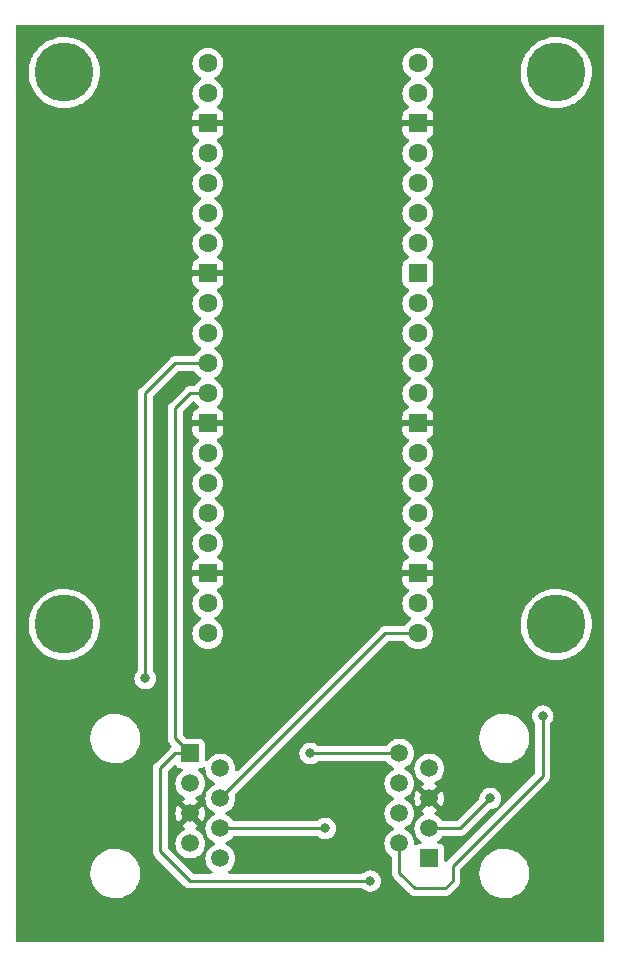
<source format=gbr>
%TF.GenerationSoftware,KiCad,Pcbnew,6.0.10-86aedd382b~118~ubuntu18.04.1*%
%TF.CreationDate,2025-01-01T16:08:03+10:30*%
%TF.ProjectId,pcb,7063622e-6b69-4636-9164-5f7063625858,1*%
%TF.SameCoordinates,Original*%
%TF.FileFunction,Copper,L1,Top*%
%TF.FilePolarity,Positive*%
%FSLAX46Y46*%
G04 Gerber Fmt 4.6, Leading zero omitted, Abs format (unit mm)*
G04 Created by KiCad (PCBNEW 6.0.10-86aedd382b~118~ubuntu18.04.1) date 2025-01-01 16:08:03*
%MOMM*%
%LPD*%
G01*
G04 APERTURE LIST*
G04 Aperture macros list*
%AMRoundRect*
0 Rectangle with rounded corners*
0 $1 Rounding radius*
0 $2 $3 $4 $5 $6 $7 $8 $9 X,Y pos of 4 corners*
0 Add a 4 corners polygon primitive as box body*
4,1,4,$2,$3,$4,$5,$6,$7,$8,$9,$2,$3,0*
0 Add four circle primitives for the rounded corners*
1,1,$1+$1,$2,$3*
1,1,$1+$1,$4,$5*
1,1,$1+$1,$6,$7*
1,1,$1+$1,$8,$9*
0 Add four rect primitives between the rounded corners*
20,1,$1+$1,$2,$3,$4,$5,0*
20,1,$1+$1,$4,$5,$6,$7,0*
20,1,$1+$1,$6,$7,$8,$9,0*
20,1,$1+$1,$8,$9,$2,$3,0*%
G04 Aperture macros list end*
%TA.AperFunction,ComponentPad*%
%ADD10C,5.000000*%
%TD*%
%TA.AperFunction,ComponentPad*%
%ADD11C,1.600000*%
%TD*%
%TA.AperFunction,ComponentPad*%
%ADD12RoundRect,0.200000X-0.600000X-0.600000X0.600000X-0.600000X0.600000X0.600000X-0.600000X0.600000X0*%
%TD*%
%TA.AperFunction,ComponentPad*%
%ADD13R,1.500000X1.500000*%
%TD*%
%TA.AperFunction,ComponentPad*%
%ADD14C,1.500000*%
%TD*%
%TA.AperFunction,ViaPad*%
%ADD15C,0.800000*%
%TD*%
%TA.AperFunction,Conductor*%
%ADD16C,0.250000*%
%TD*%
G04 APERTURE END LIST*
D10*
%TO.P,M2,1*%
%TO.N,N/C*%
X119888000Y-62992000D03*
%TD*%
D11*
%TO.P,A1,1,GP0*%
%TO.N,unconnected-(A1-Pad1)*%
X90395000Y-62230000D03*
%TO.P,A1,2,GP1*%
%TO.N,Net-(A1-Pad2)*%
X90395000Y-64770000D03*
D12*
%TO.P,A1,3,GND*%
%TO.N,GND*%
X90395000Y-67310000D03*
D11*
%TO.P,A1,4,GP2*%
%TO.N,unconnected-(A1-Pad4)*%
X90395000Y-69850000D03*
%TO.P,A1,5,GP3*%
%TO.N,unconnected-(A1-Pad5)*%
X90395000Y-72390000D03*
%TO.P,A1,6,GP4*%
%TO.N,unconnected-(A1-Pad6)*%
X90395000Y-74930000D03*
%TO.P,A1,7,GP5*%
%TO.N,unconnected-(A1-Pad7)*%
X90395000Y-77470000D03*
D12*
%TO.P,A1,8,GND*%
%TO.N,GND*%
X90395000Y-80010000D03*
D11*
%TO.P,A1,9,GP6*%
%TO.N,unconnected-(A1-Pad9)*%
X90395000Y-82550000D03*
%TO.P,A1,10,GP7*%
%TO.N,unconnected-(A1-Pad10)*%
X90395000Y-85090000D03*
%TO.P,A1,11,GP8*%
%TO.N,Net-(A1-Pad11)*%
X90395000Y-87630000D03*
%TO.P,A1,12,GP9*%
%TO.N,Net-(A1-Pad12)*%
X90395000Y-90170000D03*
D12*
%TO.P,A1,13,GND*%
%TO.N,GND*%
X90395000Y-92710000D03*
D11*
%TO.P,A1,14,GP10*%
%TO.N,unconnected-(A1-Pad14)*%
X90395000Y-95250000D03*
%TO.P,A1,15,GP11*%
%TO.N,unconnected-(A1-Pad15)*%
X90395000Y-97790000D03*
%TO.P,A1,16,GP12*%
%TO.N,unconnected-(A1-Pad16)*%
X90436881Y-100330000D03*
%TO.P,A1,17,GP13*%
%TO.N,unconnected-(A1-Pad17)*%
X90395000Y-102870000D03*
D12*
%TO.P,A1,18,GND*%
%TO.N,GND*%
X90395000Y-105410000D03*
D11*
%TO.P,A1,19,GP14*%
%TO.N,unconnected-(A1-Pad19)*%
X90395000Y-107950000D03*
%TO.P,A1,20,GP15*%
%TO.N,Net-(A1-Pad20)*%
X90395000Y-110490000D03*
%TO.P,A1,21,GP16*%
%TO.N,Net-(A1-Pad21)*%
X108175000Y-110490000D03*
%TO.P,A1,22,GP17*%
%TO.N,unconnected-(A1-Pad22)*%
X108175000Y-107950000D03*
D12*
%TO.P,A1,23,GND*%
%TO.N,GND*%
X108175000Y-105410000D03*
D11*
%TO.P,A1,24,GP18*%
%TO.N,unconnected-(A1-Pad24)*%
X108175000Y-102870000D03*
%TO.P,A1,25,GP19*%
%TO.N,unconnected-(A1-Pad25)*%
X108175000Y-100330000D03*
%TO.P,A1,26,GP20*%
%TO.N,unconnected-(A1-Pad26)*%
X108175000Y-97790000D03*
%TO.P,A1,27,GP21*%
%TO.N,unconnected-(A1-Pad27)*%
X108175000Y-95250000D03*
D12*
%TO.P,A1,28,GND*%
%TO.N,GND*%
X108175000Y-92710000D03*
D11*
%TO.P,A1,29,GP22*%
%TO.N,unconnected-(A1-Pad29)*%
X108175000Y-90170000D03*
%TO.P,A1,30,RUN*%
%TO.N,unconnected-(A1-Pad30)*%
X108175000Y-87630000D03*
%TO.P,A1,31,GP26*%
%TO.N,unconnected-(A1-Pad31)*%
X108175000Y-85090000D03*
%TO.P,A1,32,GP27*%
%TO.N,unconnected-(A1-Pad32)*%
X108175000Y-82550000D03*
D12*
%TO.P,A1,33,AGND*%
%TO.N,unconnected-(A1-Pad33)*%
X108175000Y-80010000D03*
D11*
%TO.P,A1,34,GP28*%
%TO.N,unconnected-(A1-Pad34)*%
X108175000Y-77470000D03*
%TO.P,A1,35,ADC_VREF*%
%TO.N,unconnected-(A1-Pad35)*%
X108175000Y-74930000D03*
%TO.P,A1,36,3V3_OUT*%
%TO.N,unconnected-(A1-Pad36)*%
X108175000Y-72390000D03*
%TO.P,A1,37,3V3_EN*%
%TO.N,unconnected-(A1-Pad37)*%
X108175000Y-69850000D03*
D12*
%TO.P,A1,38,GND*%
%TO.N,GND*%
X108175000Y-67310000D03*
D11*
%TO.P,A1,39,VSYS*%
%TO.N,unconnected-(A1-Pad39)*%
X108175000Y-64770000D03*
%TO.P,A1,40,VBUS*%
%TO.N,unconnected-(A1-Pad40)*%
X108175000Y-62230000D03*
%TD*%
D10*
%TO.P,M1,1*%
%TO.N,N/C*%
X78232000Y-62992000D03*
%TD*%
%TO.P,M3,1*%
%TO.N,N/C*%
X78232000Y-109728000D03*
%TD*%
%TO.P,M4,1*%
%TO.N,N/C*%
X119888000Y-109728000D03*
%TD*%
D13*
%TO.P,J2,1*%
%TO.N,Net-(A1-Pad12)*%
X109145000Y-129540000D03*
D14*
%TO.P,J2,2*%
%TO.N,Net-(A1-Pad2)*%
X106605000Y-128270000D03*
%TO.P,J2,3*%
%TO.N,Net-(J1-Pad3)*%
X109145000Y-127000000D03*
%TO.P,J2,4*%
%TO.N,Net-(A1-Pad20)*%
X106605000Y-125730000D03*
%TO.P,J2,5*%
%TO.N,GND*%
X109145000Y-124460000D03*
%TO.P,J2,6*%
%TO.N,Net-(J1-Pad6)*%
X106605000Y-123190000D03*
%TO.P,J2,7*%
%TO.N,Net-(J1-Pad7)*%
X109145000Y-121920000D03*
%TO.P,J2,8*%
%TO.N,Net-(J1-Pad8)*%
X106605000Y-120650000D03*
%TD*%
D13*
%TO.P,J1,1*%
%TO.N,Net-(A1-Pad12)*%
X88900000Y-120650000D03*
D14*
%TO.P,J1,2*%
%TO.N,Net-(A1-Pad11)*%
X91440000Y-121920000D03*
%TO.P,J1,3*%
%TO.N,Net-(J1-Pad3)*%
X88900000Y-123190000D03*
%TO.P,J1,4*%
%TO.N,Net-(A1-Pad21)*%
X91440000Y-124460000D03*
%TO.P,J1,5*%
%TO.N,GND*%
X88900000Y-125730000D03*
%TO.P,J1,6*%
%TO.N,Net-(J1-Pad6)*%
X91440000Y-127000000D03*
%TO.P,J1,7*%
%TO.N,Net-(J1-Pad7)*%
X88900000Y-128270000D03*
%TO.P,J1,8*%
%TO.N,Net-(J1-Pad8)*%
X91440000Y-129540000D03*
%TD*%
D15*
%TO.N,Net-(J1-Pad8)*%
X99060000Y-120650000D03*
%TO.N,Net-(A1-Pad11)*%
X85090000Y-114300000D03*
%TO.N,Net-(A1-Pad12)*%
X104140000Y-131445000D03*
%TO.N,Net-(A1-Pad2)*%
X118745000Y-117475000D03*
%TO.N,Net-(J1-Pad3)*%
X114300000Y-124460000D03*
%TO.N,Net-(J1-Pad6)*%
X100330000Y-127000000D03*
%TD*%
D16*
%TO.N,Net-(J1-Pad8)*%
X106605000Y-120650000D02*
X101600000Y-120650000D01*
X101600000Y-120650000D02*
X99060000Y-120650000D01*
%TO.N,Net-(A1-Pad21)*%
X105410000Y-110490000D02*
X91440000Y-124460000D01*
X108175000Y-110490000D02*
X105410000Y-110490000D01*
%TO.N,Net-(A1-Pad11)*%
X87630000Y-87630000D02*
X90395000Y-87630000D01*
X85090000Y-90170000D02*
X87630000Y-87630000D01*
X85090000Y-90170000D02*
X85090000Y-114300000D01*
%TO.N,Net-(A1-Pad12)*%
X88900000Y-120650000D02*
X87630000Y-120650000D01*
X88900000Y-90170000D02*
X87630000Y-91440000D01*
X87630000Y-91440000D02*
X87630000Y-119380000D01*
X88900000Y-131445000D02*
X104140000Y-131445000D01*
X87630000Y-120650000D02*
X86360000Y-121920000D01*
X90395000Y-90170000D02*
X88900000Y-90170000D01*
X87630000Y-119380000D02*
X88900000Y-120650000D01*
X86360000Y-121920000D02*
X86360000Y-128905000D01*
X86360000Y-128905000D02*
X88900000Y-131445000D01*
%TO.N,Net-(A1-Pad2)*%
X106605000Y-130735000D02*
X106605000Y-128270000D01*
X111125000Y-131445000D02*
X110490000Y-132080000D01*
X118745000Y-117475000D02*
X118745000Y-122555000D01*
X110490000Y-132080000D02*
X107950000Y-132080000D01*
X118745000Y-122555000D02*
X111125000Y-130175000D01*
X107950000Y-132080000D02*
X106605000Y-130735000D01*
X111125000Y-130175000D02*
X111125000Y-131445000D01*
%TO.N,Net-(J1-Pad3)*%
X109145000Y-127000000D02*
X111760000Y-127000000D01*
X114300000Y-124460000D02*
X111760000Y-127000000D01*
%TO.N,Net-(J1-Pad6)*%
X100330000Y-127000000D02*
X91440000Y-127000000D01*
%TD*%
%TA.AperFunction,Conductor*%
%TO.N,GND*%
G36*
X123893621Y-58948502D02*
G01*
X123940114Y-59002158D01*
X123951500Y-59054500D01*
X123951500Y-136525500D01*
X123931498Y-136593621D01*
X123877842Y-136640114D01*
X123825500Y-136651500D01*
X74294500Y-136651500D01*
X74226379Y-136631498D01*
X74179886Y-136577842D01*
X74168500Y-136525500D01*
X74168500Y-130942703D01*
X80440743Y-130942703D01*
X80441302Y-130946947D01*
X80441302Y-130946951D01*
X80453897Y-131042617D01*
X80478268Y-131227734D01*
X80554129Y-131505036D01*
X80555813Y-131508984D01*
X80664063Y-131762770D01*
X80666923Y-131769476D01*
X80716645Y-131852555D01*
X80803549Y-131997761D01*
X80814561Y-132016161D01*
X80994313Y-132240528D01*
X81202851Y-132438423D01*
X81436317Y-132606186D01*
X81440112Y-132608195D01*
X81440113Y-132608196D01*
X81461869Y-132619715D01*
X81690392Y-132740712D01*
X81960373Y-132839511D01*
X82241264Y-132900755D01*
X82269841Y-132903004D01*
X82464282Y-132918307D01*
X82464291Y-132918307D01*
X82466739Y-132918500D01*
X82622271Y-132918500D01*
X82624407Y-132918354D01*
X82624418Y-132918354D01*
X82832548Y-132904165D01*
X82832554Y-132904164D01*
X82836825Y-132903873D01*
X82841020Y-132903004D01*
X82841022Y-132903004D01*
X82977584Y-132874723D01*
X83118342Y-132845574D01*
X83389343Y-132749607D01*
X83559112Y-132661983D01*
X83641005Y-132619715D01*
X83641006Y-132619715D01*
X83644812Y-132617750D01*
X83648313Y-132615289D01*
X83648317Y-132615287D01*
X83796140Y-132511395D01*
X83880023Y-132452441D01*
X83986496Y-132353500D01*
X84087479Y-132259661D01*
X84087481Y-132259658D01*
X84090622Y-132256740D01*
X84272713Y-132034268D01*
X84422927Y-131789142D01*
X84434504Y-131762770D01*
X84536757Y-131529830D01*
X84538483Y-131525898D01*
X84617244Y-131249406D01*
X84657751Y-130964784D01*
X84657845Y-130946951D01*
X84659235Y-130681583D01*
X84659235Y-130681576D01*
X84659257Y-130677297D01*
X84658046Y-130668093D01*
X84636936Y-130507749D01*
X84621732Y-130392266D01*
X84545871Y-130114964D01*
X84484924Y-129972076D01*
X84434763Y-129854476D01*
X84434761Y-129854472D01*
X84433077Y-129850524D01*
X84285439Y-129603839D01*
X84105687Y-129379472D01*
X83956342Y-129237749D01*
X83900258Y-129184527D01*
X83900255Y-129184525D01*
X83897149Y-129181577D01*
X83663683Y-129013814D01*
X83641843Y-129002250D01*
X83563366Y-128960699D01*
X83409608Y-128879288D01*
X83139627Y-128780489D01*
X82858736Y-128719245D01*
X82827685Y-128716801D01*
X82635718Y-128701693D01*
X82635709Y-128701693D01*
X82633261Y-128701500D01*
X82477729Y-128701500D01*
X82475593Y-128701646D01*
X82475582Y-128701646D01*
X82267452Y-128715835D01*
X82267446Y-128715836D01*
X82263175Y-128716127D01*
X82258980Y-128716996D01*
X82258978Y-128716996D01*
X82155289Y-128738469D01*
X81981658Y-128774426D01*
X81710657Y-128870393D01*
X81455188Y-129002250D01*
X81451687Y-129004711D01*
X81451683Y-129004713D01*
X81378809Y-129055930D01*
X81219977Y-129167559D01*
X81179421Y-129205246D01*
X81026706Y-129347158D01*
X81009378Y-129363260D01*
X80827287Y-129585732D01*
X80677073Y-129830858D01*
X80675347Y-129834791D01*
X80675346Y-129834792D01*
X80563243Y-130090170D01*
X80561517Y-130094102D01*
X80560342Y-130098229D01*
X80560341Y-130098230D01*
X80529962Y-130204875D01*
X80482756Y-130370594D01*
X80459115Y-130536705D01*
X80443891Y-130643682D01*
X80442249Y-130655216D01*
X80442227Y-130659505D01*
X80442226Y-130659512D01*
X80440765Y-130938417D01*
X80440743Y-130942703D01*
X74168500Y-130942703D01*
X74168500Y-119512703D01*
X80440743Y-119512703D01*
X80441302Y-119516947D01*
X80441302Y-119516951D01*
X80446130Y-119553619D01*
X80478268Y-119797734D01*
X80554129Y-120075036D01*
X80555813Y-120078984D01*
X80617313Y-120223167D01*
X80666923Y-120339476D01*
X80814561Y-120586161D01*
X80994313Y-120810528D01*
X81031910Y-120846206D01*
X81147765Y-120956148D01*
X81202851Y-121008423D01*
X81436317Y-121176186D01*
X81440112Y-121178195D01*
X81440113Y-121178196D01*
X81461869Y-121189715D01*
X81690392Y-121310712D01*
X81960373Y-121409511D01*
X82241264Y-121470755D01*
X82269841Y-121473004D01*
X82464282Y-121488307D01*
X82464291Y-121488307D01*
X82466739Y-121488500D01*
X82622271Y-121488500D01*
X82624407Y-121488354D01*
X82624418Y-121488354D01*
X82832548Y-121474165D01*
X82832554Y-121474164D01*
X82836825Y-121473873D01*
X82841020Y-121473004D01*
X82841022Y-121473004D01*
X82994994Y-121441118D01*
X83118342Y-121415574D01*
X83389343Y-121319607D01*
X83565482Y-121228695D01*
X83641005Y-121189715D01*
X83641006Y-121189715D01*
X83644812Y-121187750D01*
X83648313Y-121185289D01*
X83648317Y-121185287D01*
X83873139Y-121027279D01*
X83880023Y-121022441D01*
X83958956Y-120949092D01*
X84087479Y-120829661D01*
X84087481Y-120829658D01*
X84090622Y-120826740D01*
X84272713Y-120604268D01*
X84422927Y-120359142D01*
X84496896Y-120190637D01*
X84536757Y-120099830D01*
X84538483Y-120095898D01*
X84540036Y-120090448D01*
X84607592Y-119853288D01*
X84617244Y-119819406D01*
X84650543Y-119585431D01*
X84657146Y-119539036D01*
X84657146Y-119539034D01*
X84657751Y-119534784D01*
X84657836Y-119518700D01*
X84659235Y-119251583D01*
X84659235Y-119251576D01*
X84659257Y-119247297D01*
X84621732Y-118962266D01*
X84545871Y-118684964D01*
X84433077Y-118420524D01*
X84358527Y-118295960D01*
X84287643Y-118177521D01*
X84287640Y-118177517D01*
X84285439Y-118173839D01*
X84105687Y-117949472D01*
X83897149Y-117751577D01*
X83663683Y-117583814D01*
X83641843Y-117572250D01*
X83618654Y-117559972D01*
X83409608Y-117449288D01*
X83139627Y-117350489D01*
X82858736Y-117289245D01*
X82827685Y-117286801D01*
X82635718Y-117271693D01*
X82635709Y-117271693D01*
X82633261Y-117271500D01*
X82477729Y-117271500D01*
X82475593Y-117271646D01*
X82475582Y-117271646D01*
X82267452Y-117285835D01*
X82267446Y-117285836D01*
X82263175Y-117286127D01*
X82258980Y-117286996D01*
X82258978Y-117286996D01*
X82122417Y-117315276D01*
X81981658Y-117344426D01*
X81710657Y-117440393D01*
X81455188Y-117572250D01*
X81451687Y-117574711D01*
X81451683Y-117574713D01*
X81441594Y-117581804D01*
X81219977Y-117737559D01*
X81009378Y-117933260D01*
X80827287Y-118155732D01*
X80677073Y-118400858D01*
X80561517Y-118664102D01*
X80482756Y-118940594D01*
X80442249Y-119225216D01*
X80442227Y-119229505D01*
X80442226Y-119229512D01*
X80440875Y-119487497D01*
X80440743Y-119512703D01*
X74168500Y-119512703D01*
X74168500Y-114300000D01*
X84176496Y-114300000D01*
X84196458Y-114489928D01*
X84255473Y-114671556D01*
X84350960Y-114836944D01*
X84478747Y-114978866D01*
X84633248Y-115091118D01*
X84639276Y-115093802D01*
X84639278Y-115093803D01*
X84801681Y-115166109D01*
X84807712Y-115168794D01*
X84901112Y-115188647D01*
X84988056Y-115207128D01*
X84988061Y-115207128D01*
X84994513Y-115208500D01*
X85185487Y-115208500D01*
X85191939Y-115207128D01*
X85191944Y-115207128D01*
X85278888Y-115188647D01*
X85372288Y-115168794D01*
X85378319Y-115166109D01*
X85540722Y-115093803D01*
X85540724Y-115093802D01*
X85546752Y-115091118D01*
X85701253Y-114978866D01*
X85829040Y-114836944D01*
X85924527Y-114671556D01*
X85983542Y-114489928D01*
X86003504Y-114300000D01*
X85983542Y-114110072D01*
X85924527Y-113928444D01*
X85829040Y-113763056D01*
X85755863Y-113681785D01*
X85725147Y-113617779D01*
X85723500Y-113597476D01*
X85723500Y-90484594D01*
X85743502Y-90416473D01*
X85760405Y-90395499D01*
X87855499Y-88300405D01*
X87917811Y-88266379D01*
X87944594Y-88263500D01*
X89175606Y-88263500D01*
X89243727Y-88283502D01*
X89278819Y-88317229D01*
X89388802Y-88474300D01*
X89550700Y-88636198D01*
X89555208Y-88639355D01*
X89555211Y-88639357D01*
X89633389Y-88694098D01*
X89738251Y-88767523D01*
X89743233Y-88769846D01*
X89743238Y-88769849D01*
X89777457Y-88785805D01*
X89830742Y-88832722D01*
X89850203Y-88900999D01*
X89829661Y-88968959D01*
X89777457Y-89014195D01*
X89743238Y-89030151D01*
X89743233Y-89030154D01*
X89738251Y-89032477D01*
X89633389Y-89105902D01*
X89555211Y-89160643D01*
X89555208Y-89160645D01*
X89550700Y-89163802D01*
X89388802Y-89325700D01*
X89385645Y-89330208D01*
X89385643Y-89330211D01*
X89278819Y-89482771D01*
X89223362Y-89527099D01*
X89175606Y-89536500D01*
X88978767Y-89536500D01*
X88967584Y-89535973D01*
X88960091Y-89534298D01*
X88952165Y-89534547D01*
X88952164Y-89534547D01*
X88892014Y-89536438D01*
X88888055Y-89536500D01*
X88860144Y-89536500D01*
X88856210Y-89536997D01*
X88856209Y-89536997D01*
X88856144Y-89537005D01*
X88844307Y-89537938D01*
X88812490Y-89538938D01*
X88808029Y-89539078D01*
X88800110Y-89539327D01*
X88782454Y-89544456D01*
X88780658Y-89544978D01*
X88761306Y-89548986D01*
X88754235Y-89549880D01*
X88741203Y-89551526D01*
X88733834Y-89554443D01*
X88733832Y-89554444D01*
X88700097Y-89567800D01*
X88688869Y-89571645D01*
X88646407Y-89583982D01*
X88639585Y-89588016D01*
X88639579Y-89588019D01*
X88628968Y-89594294D01*
X88611218Y-89602990D01*
X88599756Y-89607528D01*
X88599751Y-89607531D01*
X88592383Y-89610448D01*
X88585968Y-89615109D01*
X88556625Y-89636427D01*
X88546707Y-89642943D01*
X88528019Y-89653995D01*
X88508637Y-89665458D01*
X88494313Y-89679782D01*
X88479281Y-89692621D01*
X88462893Y-89704528D01*
X88443764Y-89727651D01*
X88434712Y-89738593D01*
X88426722Y-89747373D01*
X87237747Y-90936348D01*
X87229461Y-90943888D01*
X87222982Y-90948000D01*
X87217557Y-90953777D01*
X87176357Y-90997651D01*
X87173602Y-91000493D01*
X87153865Y-91020230D01*
X87151385Y-91023427D01*
X87143682Y-91032447D01*
X87113414Y-91064679D01*
X87109595Y-91071625D01*
X87109593Y-91071628D01*
X87103652Y-91082434D01*
X87092801Y-91098953D01*
X87080386Y-91114959D01*
X87077241Y-91122228D01*
X87077238Y-91122232D01*
X87062826Y-91155537D01*
X87057609Y-91166187D01*
X87036305Y-91204940D01*
X87034334Y-91212615D01*
X87034334Y-91212616D01*
X87031267Y-91224562D01*
X87024863Y-91243266D01*
X87016819Y-91261855D01*
X87015580Y-91269678D01*
X87015577Y-91269688D01*
X87009901Y-91305524D01*
X87007495Y-91317144D01*
X86996500Y-91359970D01*
X86996500Y-91380224D01*
X86994949Y-91399934D01*
X86991780Y-91419943D01*
X86992526Y-91427835D01*
X86995941Y-91463961D01*
X86996500Y-91475819D01*
X86996500Y-119301233D01*
X86995973Y-119312416D01*
X86994298Y-119319909D01*
X86994547Y-119327835D01*
X86994547Y-119327836D01*
X86996438Y-119387986D01*
X86996500Y-119391945D01*
X86996500Y-119419856D01*
X86996997Y-119423790D01*
X86996997Y-119423791D01*
X86997005Y-119423856D01*
X86997938Y-119435693D01*
X86999327Y-119479889D01*
X87004978Y-119499339D01*
X87008987Y-119518700D01*
X87011526Y-119538797D01*
X87014445Y-119546168D01*
X87014445Y-119546170D01*
X87027804Y-119579912D01*
X87031649Y-119591142D01*
X87043982Y-119633593D01*
X87048015Y-119640412D01*
X87048017Y-119640417D01*
X87054293Y-119651028D01*
X87062988Y-119668776D01*
X87070448Y-119687617D01*
X87075110Y-119694033D01*
X87075110Y-119694034D01*
X87096436Y-119723387D01*
X87102952Y-119733307D01*
X87125458Y-119771362D01*
X87139779Y-119785683D01*
X87152619Y-119800716D01*
X87164528Y-119817107D01*
X87170634Y-119822158D01*
X87198605Y-119845298D01*
X87207384Y-119853288D01*
X87287730Y-119933634D01*
X87321756Y-119995946D01*
X87316691Y-120066761D01*
X87274144Y-120123597D01*
X87262776Y-120131182D01*
X87238637Y-120145458D01*
X87224313Y-120159782D01*
X87209281Y-120172621D01*
X87192893Y-120184528D01*
X87165265Y-120217924D01*
X87164712Y-120218593D01*
X87156722Y-120227373D01*
X85967747Y-121416348D01*
X85959461Y-121423888D01*
X85952982Y-121428000D01*
X85947557Y-121433777D01*
X85906357Y-121477651D01*
X85903602Y-121480493D01*
X85883865Y-121500230D01*
X85881385Y-121503427D01*
X85873682Y-121512447D01*
X85843414Y-121544679D01*
X85839595Y-121551625D01*
X85839593Y-121551628D01*
X85833652Y-121562434D01*
X85822801Y-121578953D01*
X85810386Y-121594959D01*
X85807241Y-121602228D01*
X85807238Y-121602232D01*
X85792826Y-121635537D01*
X85787609Y-121646187D01*
X85766305Y-121684940D01*
X85764334Y-121692615D01*
X85764334Y-121692616D01*
X85761267Y-121704562D01*
X85754863Y-121723266D01*
X85746819Y-121741855D01*
X85745580Y-121749678D01*
X85745577Y-121749688D01*
X85739901Y-121785524D01*
X85737495Y-121797144D01*
X85728883Y-121830689D01*
X85726500Y-121839970D01*
X85726500Y-121860224D01*
X85724949Y-121879934D01*
X85721780Y-121899943D01*
X85722526Y-121907835D01*
X85725941Y-121943961D01*
X85726500Y-121955819D01*
X85726500Y-128826233D01*
X85725973Y-128837416D01*
X85724298Y-128844909D01*
X85724547Y-128852835D01*
X85724547Y-128852836D01*
X85726438Y-128912986D01*
X85726500Y-128916945D01*
X85726500Y-128944856D01*
X85726997Y-128948790D01*
X85726997Y-128948791D01*
X85727005Y-128948856D01*
X85727938Y-128960693D01*
X85729327Y-129004889D01*
X85734978Y-129024339D01*
X85738987Y-129043700D01*
X85741526Y-129063797D01*
X85744445Y-129071168D01*
X85744445Y-129071170D01*
X85757804Y-129104912D01*
X85761649Y-129116142D01*
X85773982Y-129158593D01*
X85778015Y-129165412D01*
X85778017Y-129165417D01*
X85784293Y-129176028D01*
X85792988Y-129193776D01*
X85800448Y-129212617D01*
X85805110Y-129219033D01*
X85805110Y-129219034D01*
X85826436Y-129248387D01*
X85832952Y-129258307D01*
X85855458Y-129296362D01*
X85869779Y-129310683D01*
X85882619Y-129325716D01*
X85894528Y-129342107D01*
X85928605Y-129370298D01*
X85937384Y-129378288D01*
X88396343Y-131837247D01*
X88403887Y-131845537D01*
X88408000Y-131852018D01*
X88413777Y-131857443D01*
X88457667Y-131898658D01*
X88460509Y-131901413D01*
X88480230Y-131921134D01*
X88483425Y-131923612D01*
X88492447Y-131931318D01*
X88524679Y-131961586D01*
X88531628Y-131965406D01*
X88542432Y-131971346D01*
X88558956Y-131982199D01*
X88574959Y-131994613D01*
X88615543Y-132012176D01*
X88626173Y-132017383D01*
X88664940Y-132038695D01*
X88672617Y-132040666D01*
X88672622Y-132040668D01*
X88684558Y-132043732D01*
X88703266Y-132050137D01*
X88721855Y-132058181D01*
X88729680Y-132059420D01*
X88729682Y-132059421D01*
X88765519Y-132065097D01*
X88777140Y-132067504D01*
X88812289Y-132076528D01*
X88819970Y-132078500D01*
X88840231Y-132078500D01*
X88859940Y-132080051D01*
X88879943Y-132083219D01*
X88887835Y-132082473D01*
X88893062Y-132081979D01*
X88923954Y-132079059D01*
X88935811Y-132078500D01*
X103431800Y-132078500D01*
X103499921Y-132098502D01*
X103519147Y-132114843D01*
X103519420Y-132114540D01*
X103524332Y-132118963D01*
X103528747Y-132123866D01*
X103683248Y-132236118D01*
X103689276Y-132238802D01*
X103689278Y-132238803D01*
X103851681Y-132311109D01*
X103857712Y-132313794D01*
X103951113Y-132333647D01*
X104038056Y-132352128D01*
X104038061Y-132352128D01*
X104044513Y-132353500D01*
X104235487Y-132353500D01*
X104241939Y-132352128D01*
X104241944Y-132352128D01*
X104328887Y-132333647D01*
X104422288Y-132313794D01*
X104428319Y-132311109D01*
X104590722Y-132238803D01*
X104590724Y-132238802D01*
X104596752Y-132236118D01*
X104751253Y-132123866D01*
X104787852Y-132083219D01*
X104874621Y-131986852D01*
X104874622Y-131986851D01*
X104879040Y-131981944D01*
X104954053Y-131852018D01*
X104971223Y-131822279D01*
X104971224Y-131822278D01*
X104974527Y-131816556D01*
X105033542Y-131634928D01*
X105034781Y-131623145D01*
X105052814Y-131451565D01*
X105053504Y-131445000D01*
X105033542Y-131255072D01*
X104974527Y-131073444D01*
X104945858Y-131023787D01*
X104925538Y-130988593D01*
X104879040Y-130908056D01*
X104820011Y-130842497D01*
X104755675Y-130771045D01*
X104755674Y-130771044D01*
X104751253Y-130766134D01*
X104615589Y-130667568D01*
X104602094Y-130657763D01*
X104602093Y-130657762D01*
X104596752Y-130653882D01*
X104590724Y-130651198D01*
X104590722Y-130651197D01*
X104428319Y-130578891D01*
X104428318Y-130578891D01*
X104422288Y-130576206D01*
X104328887Y-130556353D01*
X104241944Y-130537872D01*
X104241939Y-130537872D01*
X104235487Y-130536500D01*
X104044513Y-130536500D01*
X104038061Y-130537872D01*
X104038056Y-130537872D01*
X103951113Y-130556353D01*
X103857712Y-130576206D01*
X103851682Y-130578891D01*
X103851681Y-130578891D01*
X103689278Y-130651197D01*
X103689276Y-130651198D01*
X103683248Y-130653882D01*
X103677907Y-130657762D01*
X103677906Y-130657763D01*
X103582445Y-130727120D01*
X103528747Y-130766134D01*
X103524332Y-130771037D01*
X103519420Y-130775460D01*
X103518295Y-130774211D01*
X103464986Y-130807051D01*
X103431800Y-130811500D01*
X92217858Y-130811500D01*
X92149737Y-130791498D01*
X92103244Y-130737842D01*
X92093140Y-130667568D01*
X92122634Y-130602988D01*
X92145587Y-130582287D01*
X92247527Y-130510908D01*
X92247529Y-130510906D01*
X92252038Y-130507749D01*
X92407749Y-130352038D01*
X92419878Y-130334717D01*
X92530899Y-130176162D01*
X92530900Y-130176160D01*
X92534056Y-130171653D01*
X92536379Y-130166671D01*
X92536382Y-130166666D01*
X92624795Y-129977061D01*
X92627120Y-129972076D01*
X92684115Y-129759371D01*
X92703307Y-129540000D01*
X92684115Y-129320629D01*
X92627120Y-129107924D01*
X92576927Y-129000285D01*
X92536382Y-128913334D01*
X92536379Y-128913329D01*
X92534056Y-128908347D01*
X92508857Y-128872359D01*
X92410908Y-128732473D01*
X92410906Y-128732470D01*
X92407749Y-128727962D01*
X92252038Y-128572251D01*
X92071654Y-128445944D01*
X92066672Y-128443621D01*
X92066667Y-128443618D01*
X91939232Y-128384195D01*
X91885947Y-128337278D01*
X91866486Y-128269001D01*
X91887028Y-128201041D01*
X91939232Y-128155805D01*
X92066667Y-128096382D01*
X92066672Y-128096379D01*
X92071654Y-128094056D01*
X92252038Y-127967749D01*
X92407749Y-127812038D01*
X92420518Y-127793803D01*
X92495141Y-127687229D01*
X92550598Y-127642901D01*
X92598354Y-127633500D01*
X99621800Y-127633500D01*
X99689921Y-127653502D01*
X99709147Y-127669843D01*
X99709420Y-127669540D01*
X99714332Y-127673963D01*
X99718747Y-127678866D01*
X99873248Y-127791118D01*
X99879276Y-127793802D01*
X99879278Y-127793803D01*
X99990305Y-127843235D01*
X100047712Y-127868794D01*
X100141112Y-127888647D01*
X100228056Y-127907128D01*
X100228061Y-127907128D01*
X100234513Y-127908500D01*
X100425487Y-127908500D01*
X100431939Y-127907128D01*
X100431944Y-127907128D01*
X100518888Y-127888647D01*
X100612288Y-127868794D01*
X100669695Y-127843235D01*
X100780722Y-127793803D01*
X100780724Y-127793802D01*
X100786752Y-127791118D01*
X100941253Y-127678866D01*
X100973636Y-127642901D01*
X101064621Y-127541852D01*
X101064622Y-127541851D01*
X101069040Y-127536944D01*
X101164527Y-127371556D01*
X101223542Y-127189928D01*
X101243504Y-127000000D01*
X101223542Y-126810072D01*
X101164527Y-126628444D01*
X101069040Y-126463056D01*
X100979509Y-126363621D01*
X100945675Y-126326045D01*
X100945674Y-126326044D01*
X100941253Y-126321134D01*
X100786752Y-126208882D01*
X100780724Y-126206198D01*
X100780722Y-126206197D01*
X100618319Y-126133891D01*
X100618318Y-126133891D01*
X100612288Y-126131206D01*
X100518887Y-126111353D01*
X100431944Y-126092872D01*
X100431939Y-126092872D01*
X100425487Y-126091500D01*
X100234513Y-126091500D01*
X100228061Y-126092872D01*
X100228056Y-126092872D01*
X100141113Y-126111353D01*
X100047712Y-126131206D01*
X100041682Y-126133891D01*
X100041681Y-126133891D01*
X99879278Y-126206197D01*
X99879276Y-126206198D01*
X99873248Y-126208882D01*
X99718747Y-126321134D01*
X99714332Y-126326037D01*
X99709420Y-126330460D01*
X99708295Y-126329211D01*
X99654986Y-126362051D01*
X99621800Y-126366500D01*
X92598354Y-126366500D01*
X92530233Y-126346498D01*
X92495141Y-126312771D01*
X92410908Y-126192473D01*
X92410906Y-126192470D01*
X92407749Y-126187962D01*
X92252038Y-126032251D01*
X92071654Y-125905944D01*
X92066672Y-125903621D01*
X92066667Y-125903618D01*
X91939232Y-125844195D01*
X91885947Y-125797278D01*
X91866486Y-125729001D01*
X91887028Y-125661041D01*
X91939232Y-125615805D01*
X92066667Y-125556382D01*
X92066672Y-125556379D01*
X92071654Y-125554056D01*
X92252038Y-125427749D01*
X92407749Y-125272038D01*
X92420518Y-125253803D01*
X92530899Y-125096162D01*
X92530900Y-125096160D01*
X92534056Y-125091653D01*
X92536379Y-125086671D01*
X92536382Y-125086666D01*
X92583585Y-124985438D01*
X92627120Y-124892076D01*
X92684115Y-124679371D01*
X92703307Y-124460000D01*
X92684115Y-124240629D01*
X92682692Y-124235319D01*
X92682691Y-124235312D01*
X92675716Y-124209281D01*
X92677406Y-124138304D01*
X92708328Y-124087576D01*
X96145904Y-120650000D01*
X98146496Y-120650000D01*
X98166458Y-120839928D01*
X98225473Y-121021556D01*
X98320960Y-121186944D01*
X98325378Y-121191851D01*
X98325379Y-121191852D01*
X98416754Y-121293334D01*
X98448747Y-121328866D01*
X98460258Y-121337229D01*
X98585193Y-121428000D01*
X98603248Y-121441118D01*
X98609276Y-121443802D01*
X98609278Y-121443803D01*
X98771681Y-121516109D01*
X98777712Y-121518794D01*
X98871113Y-121538647D01*
X98958056Y-121557128D01*
X98958061Y-121557128D01*
X98964513Y-121558500D01*
X99155487Y-121558500D01*
X99161939Y-121557128D01*
X99161944Y-121557128D01*
X99248887Y-121538647D01*
X99342288Y-121518794D01*
X99348319Y-121516109D01*
X99510722Y-121443803D01*
X99510724Y-121443802D01*
X99516752Y-121441118D01*
X99534808Y-121428000D01*
X99659742Y-121337229D01*
X99671253Y-121328866D01*
X99675668Y-121323963D01*
X99680580Y-121319540D01*
X99681705Y-121320789D01*
X99735014Y-121287949D01*
X99768200Y-121283500D01*
X105446646Y-121283500D01*
X105514767Y-121303502D01*
X105549859Y-121337229D01*
X105624483Y-121443803D01*
X105637251Y-121462038D01*
X105792962Y-121617749D01*
X105797471Y-121620906D01*
X105797473Y-121620908D01*
X105826152Y-121640989D01*
X105973346Y-121744056D01*
X105978328Y-121746379D01*
X105978333Y-121746382D01*
X106105768Y-121805805D01*
X106159053Y-121852722D01*
X106178514Y-121920999D01*
X106157972Y-121988959D01*
X106105768Y-122034195D01*
X105978334Y-122093618D01*
X105978329Y-122093621D01*
X105973347Y-122095944D01*
X105968840Y-122099100D01*
X105968838Y-122099101D01*
X105797473Y-122219092D01*
X105797470Y-122219094D01*
X105792962Y-122222251D01*
X105637251Y-122377962D01*
X105634094Y-122382470D01*
X105634092Y-122382473D01*
X105534201Y-122525132D01*
X105510944Y-122558347D01*
X105508621Y-122563329D01*
X105508618Y-122563334D01*
X105461415Y-122664562D01*
X105417880Y-122757924D01*
X105360885Y-122970629D01*
X105341693Y-123190000D01*
X105360885Y-123409371D01*
X105417880Y-123622076D01*
X105438454Y-123666197D01*
X105508618Y-123816666D01*
X105508621Y-123816671D01*
X105510944Y-123821653D01*
X105514100Y-123826160D01*
X105514101Y-123826162D01*
X105578511Y-123918148D01*
X105637251Y-124002038D01*
X105792962Y-124157749D01*
X105973346Y-124284056D01*
X105978328Y-124286379D01*
X105978333Y-124286382D01*
X106105768Y-124345805D01*
X106159053Y-124392722D01*
X106178514Y-124460999D01*
X106157972Y-124528959D01*
X106105768Y-124574195D01*
X105978334Y-124633618D01*
X105978329Y-124633621D01*
X105973347Y-124635944D01*
X105968840Y-124639100D01*
X105968838Y-124639101D01*
X105797473Y-124759092D01*
X105797470Y-124759094D01*
X105792962Y-124762251D01*
X105637251Y-124917962D01*
X105634094Y-124922470D01*
X105634092Y-124922473D01*
X105542214Y-125053689D01*
X105510944Y-125098347D01*
X105508621Y-125103329D01*
X105508618Y-125103334D01*
X105488906Y-125145607D01*
X105417880Y-125297924D01*
X105360885Y-125510629D01*
X105341693Y-125730000D01*
X105360885Y-125949371D01*
X105417880Y-126162076D01*
X105438454Y-126206197D01*
X105508618Y-126356666D01*
X105508621Y-126356671D01*
X105510944Y-126361653D01*
X105514100Y-126366160D01*
X105514101Y-126366162D01*
X105578511Y-126458148D01*
X105637251Y-126542038D01*
X105792962Y-126697749D01*
X105973346Y-126824056D01*
X105978328Y-126826379D01*
X105978333Y-126826382D01*
X106105768Y-126885805D01*
X106159053Y-126932722D01*
X106178514Y-127000999D01*
X106157972Y-127068959D01*
X106105768Y-127114195D01*
X105978334Y-127173618D01*
X105978329Y-127173621D01*
X105973347Y-127175944D01*
X105968840Y-127179100D01*
X105968838Y-127179101D01*
X105797473Y-127299092D01*
X105797470Y-127299094D01*
X105792962Y-127302251D01*
X105637251Y-127457962D01*
X105634094Y-127462470D01*
X105634092Y-127462473D01*
X105514686Y-127633003D01*
X105510944Y-127638347D01*
X105508621Y-127643329D01*
X105508618Y-127643334D01*
X105490241Y-127682745D01*
X105417880Y-127837924D01*
X105360885Y-128050629D01*
X105341693Y-128270000D01*
X105360885Y-128489371D01*
X105417880Y-128702076D01*
X105455132Y-128781964D01*
X105508618Y-128896666D01*
X105508621Y-128896671D01*
X105510944Y-128901653D01*
X105514100Y-128906160D01*
X105514101Y-128906162D01*
X105624479Y-129063797D01*
X105637251Y-129082038D01*
X105792962Y-129237749D01*
X105797470Y-129240906D01*
X105797473Y-129240908D01*
X105822322Y-129258307D01*
X105917772Y-129325142D01*
X105962099Y-129380598D01*
X105971500Y-129428354D01*
X105971500Y-130656233D01*
X105970973Y-130667416D01*
X105969298Y-130674909D01*
X105969547Y-130682835D01*
X105969547Y-130682836D01*
X105971438Y-130742986D01*
X105971500Y-130746945D01*
X105971500Y-130774856D01*
X105971997Y-130778790D01*
X105971997Y-130778791D01*
X105972005Y-130778856D01*
X105972938Y-130790693D01*
X105974327Y-130834889D01*
X105979978Y-130854339D01*
X105983987Y-130873700D01*
X105986526Y-130893797D01*
X105989445Y-130901168D01*
X105989445Y-130901170D01*
X106002804Y-130934912D01*
X106006649Y-130946142D01*
X106018982Y-130988593D01*
X106023015Y-130995412D01*
X106023017Y-130995417D01*
X106029293Y-131006028D01*
X106037988Y-131023776D01*
X106045448Y-131042617D01*
X106050110Y-131049033D01*
X106050110Y-131049034D01*
X106071436Y-131078387D01*
X106077952Y-131088307D01*
X106100458Y-131126362D01*
X106114779Y-131140683D01*
X106127619Y-131155716D01*
X106139528Y-131172107D01*
X106145634Y-131177158D01*
X106173605Y-131200298D01*
X106182384Y-131208288D01*
X107446343Y-132472247D01*
X107453887Y-132480537D01*
X107458000Y-132487018D01*
X107463777Y-132492443D01*
X107507667Y-132533658D01*
X107510509Y-132536413D01*
X107530230Y-132556134D01*
X107533425Y-132558612D01*
X107542447Y-132566318D01*
X107574679Y-132596586D01*
X107581628Y-132600406D01*
X107592432Y-132606346D01*
X107608956Y-132617199D01*
X107624959Y-132629613D01*
X107665543Y-132647176D01*
X107676173Y-132652383D01*
X107714940Y-132673695D01*
X107722617Y-132675666D01*
X107722622Y-132675668D01*
X107734558Y-132678732D01*
X107753266Y-132685137D01*
X107771855Y-132693181D01*
X107779683Y-132694421D01*
X107779690Y-132694423D01*
X107815524Y-132700099D01*
X107827144Y-132702505D01*
X107858959Y-132710673D01*
X107869970Y-132713500D01*
X107890224Y-132713500D01*
X107909934Y-132715051D01*
X107929943Y-132718220D01*
X107937835Y-132717474D01*
X107956580Y-132715702D01*
X107973962Y-132714059D01*
X107985819Y-132713500D01*
X110411233Y-132713500D01*
X110422416Y-132714027D01*
X110429909Y-132715702D01*
X110437835Y-132715453D01*
X110437836Y-132715453D01*
X110497986Y-132713562D01*
X110501945Y-132713500D01*
X110529856Y-132713500D01*
X110533791Y-132713003D01*
X110533856Y-132712995D01*
X110545693Y-132712062D01*
X110577951Y-132711048D01*
X110581970Y-132710922D01*
X110589889Y-132710673D01*
X110609343Y-132705021D01*
X110628700Y-132701013D01*
X110640930Y-132699468D01*
X110640931Y-132699468D01*
X110648797Y-132698474D01*
X110656168Y-132695555D01*
X110656170Y-132695555D01*
X110689912Y-132682196D01*
X110701142Y-132678351D01*
X110735983Y-132668229D01*
X110735984Y-132668229D01*
X110743593Y-132666018D01*
X110750412Y-132661985D01*
X110750417Y-132661983D01*
X110761028Y-132655707D01*
X110778776Y-132647012D01*
X110797617Y-132639552D01*
X110817987Y-132624753D01*
X110833387Y-132613564D01*
X110843307Y-132607048D01*
X110874535Y-132588580D01*
X110874538Y-132588578D01*
X110881362Y-132584542D01*
X110895683Y-132570221D01*
X110910717Y-132557380D01*
X110912432Y-132556134D01*
X110927107Y-132545472D01*
X110955298Y-132511395D01*
X110963288Y-132502616D01*
X111517247Y-131948657D01*
X111525537Y-131941113D01*
X111532018Y-131937000D01*
X111578659Y-131887332D01*
X111581413Y-131884491D01*
X111601135Y-131864769D01*
X111603612Y-131861576D01*
X111611317Y-131852555D01*
X111636159Y-131826100D01*
X111641586Y-131820321D01*
X111647111Y-131810271D01*
X111651346Y-131802568D01*
X111662202Y-131786041D01*
X111669757Y-131776302D01*
X111669758Y-131776300D01*
X111674614Y-131770040D01*
X111692174Y-131729460D01*
X111697391Y-131718812D01*
X111714875Y-131687009D01*
X111714876Y-131687007D01*
X111718695Y-131680060D01*
X111723733Y-131660437D01*
X111730137Y-131641734D01*
X111735033Y-131630420D01*
X111735033Y-131630419D01*
X111738181Y-131623145D01*
X111739420Y-131615322D01*
X111739423Y-131615312D01*
X111745099Y-131579476D01*
X111747505Y-131567856D01*
X111756528Y-131532711D01*
X111756528Y-131532710D01*
X111758500Y-131525030D01*
X111758500Y-131504776D01*
X111760051Y-131485065D01*
X111761980Y-131472886D01*
X111763220Y-131465057D01*
X111759059Y-131421038D01*
X111758500Y-131409181D01*
X111758500Y-130942703D01*
X113385743Y-130942703D01*
X113386302Y-130946947D01*
X113386302Y-130946951D01*
X113398897Y-131042617D01*
X113423268Y-131227734D01*
X113499129Y-131505036D01*
X113500813Y-131508984D01*
X113609063Y-131762770D01*
X113611923Y-131769476D01*
X113661645Y-131852555D01*
X113748549Y-131997761D01*
X113759561Y-132016161D01*
X113939313Y-132240528D01*
X114147851Y-132438423D01*
X114381317Y-132606186D01*
X114385112Y-132608195D01*
X114385113Y-132608196D01*
X114406869Y-132619715D01*
X114635392Y-132740712D01*
X114905373Y-132839511D01*
X115186264Y-132900755D01*
X115214841Y-132903004D01*
X115409282Y-132918307D01*
X115409291Y-132918307D01*
X115411739Y-132918500D01*
X115567271Y-132918500D01*
X115569407Y-132918354D01*
X115569418Y-132918354D01*
X115777548Y-132904165D01*
X115777554Y-132904164D01*
X115781825Y-132903873D01*
X115786020Y-132903004D01*
X115786022Y-132903004D01*
X115922584Y-132874723D01*
X116063342Y-132845574D01*
X116334343Y-132749607D01*
X116504112Y-132661983D01*
X116586005Y-132619715D01*
X116586006Y-132619715D01*
X116589812Y-132617750D01*
X116593313Y-132615289D01*
X116593317Y-132615287D01*
X116741140Y-132511395D01*
X116825023Y-132452441D01*
X116931496Y-132353500D01*
X117032479Y-132259661D01*
X117032481Y-132259658D01*
X117035622Y-132256740D01*
X117217713Y-132034268D01*
X117367927Y-131789142D01*
X117379504Y-131762770D01*
X117481757Y-131529830D01*
X117483483Y-131525898D01*
X117562244Y-131249406D01*
X117602751Y-130964784D01*
X117602845Y-130946951D01*
X117604235Y-130681583D01*
X117604235Y-130681576D01*
X117604257Y-130677297D01*
X117603046Y-130668093D01*
X117581936Y-130507749D01*
X117566732Y-130392266D01*
X117490871Y-130114964D01*
X117429924Y-129972076D01*
X117379763Y-129854476D01*
X117379761Y-129854472D01*
X117378077Y-129850524D01*
X117230439Y-129603839D01*
X117050687Y-129379472D01*
X116901342Y-129237749D01*
X116845258Y-129184527D01*
X116845255Y-129184525D01*
X116842149Y-129181577D01*
X116608683Y-129013814D01*
X116586843Y-129002250D01*
X116508366Y-128960699D01*
X116354608Y-128879288D01*
X116084627Y-128780489D01*
X115803736Y-128719245D01*
X115772685Y-128716801D01*
X115580718Y-128701693D01*
X115580709Y-128701693D01*
X115578261Y-128701500D01*
X115422729Y-128701500D01*
X115420593Y-128701646D01*
X115420582Y-128701646D01*
X115212452Y-128715835D01*
X115212446Y-128715836D01*
X115208175Y-128716127D01*
X115203980Y-128716996D01*
X115203978Y-128716996D01*
X115100289Y-128738469D01*
X114926658Y-128774426D01*
X114655657Y-128870393D01*
X114400188Y-129002250D01*
X114396687Y-129004711D01*
X114396683Y-129004713D01*
X114323809Y-129055930D01*
X114164977Y-129167559D01*
X114124421Y-129205246D01*
X113971706Y-129347158D01*
X113954378Y-129363260D01*
X113772287Y-129585732D01*
X113622073Y-129830858D01*
X113620347Y-129834791D01*
X113620346Y-129834792D01*
X113508243Y-130090170D01*
X113506517Y-130094102D01*
X113505342Y-130098229D01*
X113505341Y-130098230D01*
X113474962Y-130204875D01*
X113427756Y-130370594D01*
X113404115Y-130536705D01*
X113388891Y-130643682D01*
X113387249Y-130655216D01*
X113387227Y-130659505D01*
X113387226Y-130659512D01*
X113385765Y-130938417D01*
X113385743Y-130942703D01*
X111758500Y-130942703D01*
X111758500Y-130489594D01*
X111778502Y-130421473D01*
X111795405Y-130400499D01*
X119137247Y-123058657D01*
X119145537Y-123051113D01*
X119152018Y-123047000D01*
X119198659Y-122997332D01*
X119201413Y-122994491D01*
X119221134Y-122974770D01*
X119223612Y-122971575D01*
X119231318Y-122962553D01*
X119256158Y-122936101D01*
X119261586Y-122930321D01*
X119271346Y-122912568D01*
X119282199Y-122896045D01*
X119283356Y-122894553D01*
X119294613Y-122880041D01*
X119312176Y-122839457D01*
X119317383Y-122828827D01*
X119338695Y-122790060D01*
X119340666Y-122782383D01*
X119340668Y-122782378D01*
X119343732Y-122770442D01*
X119350138Y-122751730D01*
X119355034Y-122740417D01*
X119358181Y-122733145D01*
X119365097Y-122689481D01*
X119367504Y-122677860D01*
X119376528Y-122642711D01*
X119376528Y-122642710D01*
X119378500Y-122635030D01*
X119378500Y-122614769D01*
X119380051Y-122595058D01*
X119381979Y-122582885D01*
X119383219Y-122575057D01*
X119379059Y-122531046D01*
X119378500Y-122519189D01*
X119378500Y-118177524D01*
X119398502Y-118109403D01*
X119410858Y-118093221D01*
X119484040Y-118011944D01*
X119579527Y-117846556D01*
X119638542Y-117664928D01*
X119658504Y-117475000D01*
X119645418Y-117350489D01*
X119639232Y-117291635D01*
X119639232Y-117291633D01*
X119638542Y-117285072D01*
X119579527Y-117103444D01*
X119484040Y-116938056D01*
X119356253Y-116796134D01*
X119201752Y-116683882D01*
X119195724Y-116681198D01*
X119195722Y-116681197D01*
X119033319Y-116608891D01*
X119033318Y-116608891D01*
X119027288Y-116606206D01*
X118933888Y-116586353D01*
X118846944Y-116567872D01*
X118846939Y-116567872D01*
X118840487Y-116566500D01*
X118649513Y-116566500D01*
X118643061Y-116567872D01*
X118643056Y-116567872D01*
X118556112Y-116586353D01*
X118462712Y-116606206D01*
X118456682Y-116608891D01*
X118456681Y-116608891D01*
X118294278Y-116681197D01*
X118294276Y-116681198D01*
X118288248Y-116683882D01*
X118133747Y-116796134D01*
X118005960Y-116938056D01*
X117910473Y-117103444D01*
X117851458Y-117285072D01*
X117850768Y-117291633D01*
X117850768Y-117291635D01*
X117844582Y-117350489D01*
X117831496Y-117475000D01*
X117851458Y-117664928D01*
X117910473Y-117846556D01*
X118005960Y-118011944D01*
X118079137Y-118093215D01*
X118109853Y-118157221D01*
X118111500Y-118177524D01*
X118111500Y-122240405D01*
X118091498Y-122308526D01*
X118074595Y-122329500D01*
X115113511Y-125290584D01*
X115090147Y-125303342D01*
X115084322Y-125318304D01*
X115073637Y-125330458D01*
X110732747Y-129671348D01*
X110724461Y-129678888D01*
X110717982Y-129683000D01*
X110712557Y-129688777D01*
X110671357Y-129732651D01*
X110668602Y-129735493D01*
X110648865Y-129755230D01*
X110646385Y-129758427D01*
X110638679Y-129767450D01*
X110621349Y-129785904D01*
X110560135Y-129821869D01*
X110489196Y-129819030D01*
X110431052Y-129778289D01*
X110404165Y-129712580D01*
X110403500Y-129699650D01*
X110403500Y-128741866D01*
X110396745Y-128679684D01*
X110345615Y-128543295D01*
X110258261Y-128426739D01*
X110141705Y-128339385D01*
X110005316Y-128288255D01*
X109943134Y-128281500D01*
X109908577Y-128281500D01*
X109840456Y-128261498D01*
X109793963Y-128207842D01*
X109783859Y-128137568D01*
X109813353Y-128072988D01*
X109836306Y-128052287D01*
X109952527Y-127970908D01*
X109952529Y-127970906D01*
X109957038Y-127967749D01*
X110112749Y-127812038D01*
X110125518Y-127793803D01*
X110200141Y-127687229D01*
X110255598Y-127642901D01*
X110303354Y-127633500D01*
X111681233Y-127633500D01*
X111692416Y-127634027D01*
X111699909Y-127635702D01*
X111707835Y-127635453D01*
X111707836Y-127635453D01*
X111767986Y-127633562D01*
X111771945Y-127633500D01*
X111799856Y-127633500D01*
X111803791Y-127633003D01*
X111803856Y-127632995D01*
X111815693Y-127632062D01*
X111847951Y-127631048D01*
X111851970Y-127630922D01*
X111859889Y-127630673D01*
X111879343Y-127625021D01*
X111898700Y-127621013D01*
X111910930Y-127619468D01*
X111910931Y-127619468D01*
X111918797Y-127618474D01*
X111926168Y-127615555D01*
X111926170Y-127615555D01*
X111959912Y-127602196D01*
X111971142Y-127598351D01*
X112005983Y-127588229D01*
X112005984Y-127588229D01*
X112013593Y-127586018D01*
X112020412Y-127581985D01*
X112020417Y-127581983D01*
X112031028Y-127575707D01*
X112048776Y-127567012D01*
X112067617Y-127559552D01*
X112103387Y-127533564D01*
X112113307Y-127527048D01*
X112144535Y-127508580D01*
X112144538Y-127508578D01*
X112151362Y-127504542D01*
X112165683Y-127490221D01*
X112180717Y-127477380D01*
X112190694Y-127470131D01*
X112197107Y-127465472D01*
X112225298Y-127431395D01*
X112233288Y-127422616D01*
X114250499Y-125405405D01*
X114312811Y-125371379D01*
X114339594Y-125368500D01*
X114395487Y-125368500D01*
X114401939Y-125367128D01*
X114401944Y-125367128D01*
X114488887Y-125348647D01*
X114582288Y-125328794D01*
X114639313Y-125303405D01*
X114750722Y-125253803D01*
X114750724Y-125253802D01*
X114756752Y-125251118D01*
X114902091Y-125145523D01*
X114910481Y-125139427D01*
X114916551Y-125137261D01*
X114930780Y-125117179D01*
X115034621Y-125001852D01*
X115034622Y-125001851D01*
X115039040Y-124996944D01*
X115134527Y-124831556D01*
X115193542Y-124649928D01*
X115194635Y-124639534D01*
X115212814Y-124466565D01*
X115213504Y-124460000D01*
X115193542Y-124270072D01*
X115134527Y-124088444D01*
X115039040Y-123923056D01*
X114949934Y-123824093D01*
X114915675Y-123786045D01*
X114915674Y-123786044D01*
X114911253Y-123781134D01*
X114756752Y-123668882D01*
X114750724Y-123666198D01*
X114750722Y-123666197D01*
X114588319Y-123593891D01*
X114588318Y-123593891D01*
X114582288Y-123591206D01*
X114488888Y-123571353D01*
X114401944Y-123552872D01*
X114401939Y-123552872D01*
X114395487Y-123551500D01*
X114204513Y-123551500D01*
X114198061Y-123552872D01*
X114198056Y-123552872D01*
X114111112Y-123571353D01*
X114017712Y-123591206D01*
X114011682Y-123593891D01*
X114011681Y-123593891D01*
X113849278Y-123666197D01*
X113849276Y-123666198D01*
X113843248Y-123668882D01*
X113688747Y-123781134D01*
X113684326Y-123786044D01*
X113684325Y-123786045D01*
X113650067Y-123824093D01*
X113560960Y-123923056D01*
X113465473Y-124088444D01*
X113406458Y-124270072D01*
X113405768Y-124276633D01*
X113405768Y-124276635D01*
X113389093Y-124435292D01*
X113362080Y-124500949D01*
X113352878Y-124511217D01*
X111534500Y-126329595D01*
X111472188Y-126363621D01*
X111445405Y-126366500D01*
X110303354Y-126366500D01*
X110235233Y-126346498D01*
X110200141Y-126312771D01*
X110115908Y-126192473D01*
X110115906Y-126192470D01*
X110112749Y-126187962D01*
X109957038Y-126032251D01*
X109776654Y-125905944D01*
X109771672Y-125903621D01*
X109771667Y-125903618D01*
X109643641Y-125843919D01*
X109590356Y-125797002D01*
X109570895Y-125728724D01*
X109591437Y-125660764D01*
X109643641Y-125615529D01*
X109771416Y-125555947D01*
X109780912Y-125550464D01*
X109822148Y-125521590D01*
X109830523Y-125511112D01*
X109823457Y-125497668D01*
X109157811Y-124832021D01*
X109143868Y-124824408D01*
X109142034Y-124824539D01*
X109135420Y-124828790D01*
X108465820Y-125498391D01*
X108459393Y-125510161D01*
X108468687Y-125522175D01*
X108509088Y-125550464D01*
X108518584Y-125555947D01*
X108646359Y-125615529D01*
X108699644Y-125662446D01*
X108719105Y-125730724D01*
X108698563Y-125798684D01*
X108646359Y-125843919D01*
X108518334Y-125903618D01*
X108518329Y-125903621D01*
X108513347Y-125905944D01*
X108508840Y-125909100D01*
X108508838Y-125909101D01*
X108337473Y-126029092D01*
X108337470Y-126029094D01*
X108332962Y-126032251D01*
X108177251Y-126187962D01*
X108174094Y-126192470D01*
X108174092Y-126192473D01*
X108054253Y-126363621D01*
X108050944Y-126368347D01*
X108048621Y-126373329D01*
X108048618Y-126373334D01*
X108028906Y-126415607D01*
X107957880Y-126567924D01*
X107900885Y-126780629D01*
X107881693Y-127000000D01*
X107900885Y-127219371D01*
X107957880Y-127432076D01*
X107989055Y-127498931D01*
X108048618Y-127626666D01*
X108048621Y-127626671D01*
X108050944Y-127631653D01*
X108054100Y-127636160D01*
X108054101Y-127636162D01*
X108164483Y-127793803D01*
X108177251Y-127812038D01*
X108332962Y-127967749D01*
X108337471Y-127970906D01*
X108337473Y-127970908D01*
X108453694Y-128052287D01*
X108498022Y-128107744D01*
X108505331Y-128178364D01*
X108473300Y-128241724D01*
X108412099Y-128277709D01*
X108381423Y-128281500D01*
X108346866Y-128281500D01*
X108284684Y-128288255D01*
X108148295Y-128339385D01*
X108067828Y-128399692D01*
X108001321Y-128424539D01*
X107931939Y-128409486D01*
X107881709Y-128359311D01*
X107866743Y-128287881D01*
X107867828Y-128275482D01*
X107867828Y-128275475D01*
X107868307Y-128270000D01*
X107849115Y-128050629D01*
X107792120Y-127837924D01*
X107719759Y-127682745D01*
X107701382Y-127643334D01*
X107701379Y-127643329D01*
X107699056Y-127638347D01*
X107695314Y-127633003D01*
X107575908Y-127462473D01*
X107575906Y-127462470D01*
X107572749Y-127457962D01*
X107417038Y-127302251D01*
X107236654Y-127175944D01*
X107231672Y-127173621D01*
X107231667Y-127173618D01*
X107104232Y-127114195D01*
X107050947Y-127067278D01*
X107031486Y-126999001D01*
X107052028Y-126931041D01*
X107104232Y-126885805D01*
X107231667Y-126826382D01*
X107231672Y-126826379D01*
X107236654Y-126824056D01*
X107417038Y-126697749D01*
X107572749Y-126542038D01*
X107631490Y-126458148D01*
X107695899Y-126366162D01*
X107695900Y-126366160D01*
X107699056Y-126361653D01*
X107701379Y-126356671D01*
X107701382Y-126356666D01*
X107771546Y-126206197D01*
X107792120Y-126162076D01*
X107849115Y-125949371D01*
X107868307Y-125730000D01*
X107849115Y-125510629D01*
X107792120Y-125297924D01*
X107721094Y-125145607D01*
X107701382Y-125103334D01*
X107701379Y-125103329D01*
X107699056Y-125098347D01*
X107667786Y-125053689D01*
X107575908Y-124922473D01*
X107575906Y-124922470D01*
X107572749Y-124917962D01*
X107417038Y-124762251D01*
X107236654Y-124635944D01*
X107231672Y-124633621D01*
X107231667Y-124633618D01*
X107104232Y-124574195D01*
X107050947Y-124527278D01*
X107033331Y-124465475D01*
X107882674Y-124465475D01*
X107900901Y-124673804D01*
X107902804Y-124684599D01*
X107956928Y-124886595D01*
X107960674Y-124896887D01*
X108049054Y-125086417D01*
X108054534Y-125095907D01*
X108083411Y-125137149D01*
X108093887Y-125145523D01*
X108107334Y-125138455D01*
X108772979Y-124472811D01*
X108779356Y-124461132D01*
X109509408Y-124461132D01*
X109509539Y-124462966D01*
X109513790Y-124469580D01*
X110183391Y-125139180D01*
X110195161Y-125145607D01*
X110207176Y-125136311D01*
X110235466Y-125095907D01*
X110240946Y-125086417D01*
X110329326Y-124896887D01*
X110333072Y-124886595D01*
X110387196Y-124684599D01*
X110389099Y-124673804D01*
X110407326Y-124465475D01*
X110407326Y-124454525D01*
X110389099Y-124246196D01*
X110387196Y-124235401D01*
X110333072Y-124033405D01*
X110329326Y-124023113D01*
X110240946Y-123833583D01*
X110235466Y-123824093D01*
X110206589Y-123782851D01*
X110196113Y-123774477D01*
X110182666Y-123781545D01*
X109517021Y-124447189D01*
X109509408Y-124461132D01*
X108779356Y-124461132D01*
X108780592Y-124458868D01*
X108780461Y-124457034D01*
X108776210Y-124450420D01*
X108106609Y-123780820D01*
X108094839Y-123774393D01*
X108082824Y-123783689D01*
X108054534Y-123824093D01*
X108049054Y-123833583D01*
X107960674Y-124023113D01*
X107956928Y-124033405D01*
X107902804Y-124235401D01*
X107900901Y-124246196D01*
X107882674Y-124454525D01*
X107882674Y-124465475D01*
X107033331Y-124465475D01*
X107031486Y-124459001D01*
X107052028Y-124391041D01*
X107104232Y-124345805D01*
X107231667Y-124286382D01*
X107231672Y-124286379D01*
X107236654Y-124284056D01*
X107417038Y-124157749D01*
X107572749Y-124002038D01*
X107631490Y-123918148D01*
X107695899Y-123826162D01*
X107695900Y-123826160D01*
X107699056Y-123821653D01*
X107701379Y-123816671D01*
X107701382Y-123816666D01*
X107771546Y-123666197D01*
X107792120Y-123622076D01*
X107849115Y-123409371D01*
X107868307Y-123190000D01*
X107849115Y-122970629D01*
X107792120Y-122757924D01*
X107748585Y-122664562D01*
X107701382Y-122563334D01*
X107701379Y-122563329D01*
X107699056Y-122558347D01*
X107675799Y-122525132D01*
X107575908Y-122382473D01*
X107575906Y-122382470D01*
X107572749Y-122377962D01*
X107417038Y-122222251D01*
X107236654Y-122095944D01*
X107231672Y-122093621D01*
X107231667Y-122093618D01*
X107104232Y-122034195D01*
X107050947Y-121987278D01*
X107031771Y-121920000D01*
X107881693Y-121920000D01*
X107900885Y-122139371D01*
X107957880Y-122352076D01*
X107979635Y-122398730D01*
X108048618Y-122546666D01*
X108048621Y-122546671D01*
X108050944Y-122551653D01*
X108054100Y-122556160D01*
X108054101Y-122556162D01*
X108114704Y-122642711D01*
X108177251Y-122732038D01*
X108332962Y-122887749D01*
X108337471Y-122890906D01*
X108337473Y-122890908D01*
X108393761Y-122930321D01*
X108513346Y-123014056D01*
X108518328Y-123016379D01*
X108518333Y-123016382D01*
X108646359Y-123076081D01*
X108699644Y-123122998D01*
X108719105Y-123191276D01*
X108698563Y-123259236D01*
X108646359Y-123304471D01*
X108518583Y-123364054D01*
X108509093Y-123369534D01*
X108467851Y-123398411D01*
X108459477Y-123408887D01*
X108466545Y-123422334D01*
X109132189Y-124087979D01*
X109146132Y-124095592D01*
X109147966Y-124095461D01*
X109154580Y-124091210D01*
X109824180Y-123421609D01*
X109830607Y-123409839D01*
X109821313Y-123397825D01*
X109780912Y-123369536D01*
X109771416Y-123364053D01*
X109643641Y-123304471D01*
X109590356Y-123257554D01*
X109570895Y-123189276D01*
X109591437Y-123121316D01*
X109643641Y-123076081D01*
X109771667Y-123016382D01*
X109771672Y-123016379D01*
X109776654Y-123014056D01*
X109896239Y-122930321D01*
X109952527Y-122890908D01*
X109952529Y-122890906D01*
X109957038Y-122887749D01*
X110112749Y-122732038D01*
X110175297Y-122642711D01*
X110235899Y-122556162D01*
X110235900Y-122556160D01*
X110239056Y-122551653D01*
X110241379Y-122546671D01*
X110241382Y-122546666D01*
X110310365Y-122398730D01*
X110332120Y-122352076D01*
X110389115Y-122139371D01*
X110408307Y-121920000D01*
X110389115Y-121700629D01*
X110332120Y-121487924D01*
X110259759Y-121332745D01*
X110241382Y-121293334D01*
X110241379Y-121293329D01*
X110239056Y-121288347D01*
X110228326Y-121273023D01*
X110115908Y-121112473D01*
X110115906Y-121112470D01*
X110112749Y-121107962D01*
X109957038Y-120952251D01*
X109776654Y-120825944D01*
X109577076Y-120732880D01*
X109364371Y-120675885D01*
X109145000Y-120656693D01*
X108925629Y-120675885D01*
X108712924Y-120732880D01*
X108619562Y-120776415D01*
X108518334Y-120823618D01*
X108518329Y-120823621D01*
X108513347Y-120825944D01*
X108508840Y-120829100D01*
X108508838Y-120829101D01*
X108337473Y-120949092D01*
X108337470Y-120949094D01*
X108332962Y-120952251D01*
X108177251Y-121107962D01*
X108174094Y-121112470D01*
X108174092Y-121112473D01*
X108061674Y-121273023D01*
X108050944Y-121288347D01*
X108048621Y-121293329D01*
X108048618Y-121293334D01*
X108030241Y-121332745D01*
X107957880Y-121487924D01*
X107900885Y-121700629D01*
X107881693Y-121920000D01*
X107031771Y-121920000D01*
X107031486Y-121919001D01*
X107052028Y-121851041D01*
X107104232Y-121805805D01*
X107231667Y-121746382D01*
X107231672Y-121746379D01*
X107236654Y-121744056D01*
X107383848Y-121640989D01*
X107412527Y-121620908D01*
X107412529Y-121620906D01*
X107417038Y-121617749D01*
X107572749Y-121462038D01*
X107585518Y-121443803D01*
X107695899Y-121286162D01*
X107695900Y-121286160D01*
X107699056Y-121281653D01*
X107701379Y-121276671D01*
X107701382Y-121276666D01*
X107757451Y-121156424D01*
X107792120Y-121082076D01*
X107849115Y-120869371D01*
X107868307Y-120650000D01*
X107849115Y-120430629D01*
X107792120Y-120217924D01*
X107727498Y-120079341D01*
X107701382Y-120023334D01*
X107701379Y-120023329D01*
X107699056Y-120018347D01*
X107663278Y-119967251D01*
X107575908Y-119842473D01*
X107575906Y-119842470D01*
X107572749Y-119837962D01*
X107417038Y-119682251D01*
X107384637Y-119659563D01*
X107336679Y-119625983D01*
X107236654Y-119555944D01*
X107143923Y-119512703D01*
X113385743Y-119512703D01*
X113386302Y-119516947D01*
X113386302Y-119516951D01*
X113391130Y-119553619D01*
X113423268Y-119797734D01*
X113499129Y-120075036D01*
X113500813Y-120078984D01*
X113562313Y-120223167D01*
X113611923Y-120339476D01*
X113759561Y-120586161D01*
X113939313Y-120810528D01*
X113976910Y-120846206D01*
X114092765Y-120956148D01*
X114147851Y-121008423D01*
X114381317Y-121176186D01*
X114385112Y-121178195D01*
X114385113Y-121178196D01*
X114406869Y-121189715D01*
X114635392Y-121310712D01*
X114905373Y-121409511D01*
X115186264Y-121470755D01*
X115214841Y-121473004D01*
X115409282Y-121488307D01*
X115409291Y-121488307D01*
X115411739Y-121488500D01*
X115567271Y-121488500D01*
X115569407Y-121488354D01*
X115569418Y-121488354D01*
X115777548Y-121474165D01*
X115777554Y-121474164D01*
X115781825Y-121473873D01*
X115786020Y-121473004D01*
X115786022Y-121473004D01*
X115939994Y-121441118D01*
X116063342Y-121415574D01*
X116334343Y-121319607D01*
X116510482Y-121228695D01*
X116586005Y-121189715D01*
X116586006Y-121189715D01*
X116589812Y-121187750D01*
X116593313Y-121185289D01*
X116593317Y-121185287D01*
X116818139Y-121027279D01*
X116825023Y-121022441D01*
X116903956Y-120949092D01*
X117032479Y-120829661D01*
X117032481Y-120829658D01*
X117035622Y-120826740D01*
X117217713Y-120604268D01*
X117367927Y-120359142D01*
X117441896Y-120190637D01*
X117481757Y-120099830D01*
X117483483Y-120095898D01*
X117485036Y-120090448D01*
X117552592Y-119853288D01*
X117562244Y-119819406D01*
X117595543Y-119585431D01*
X117602146Y-119539036D01*
X117602146Y-119539034D01*
X117602751Y-119534784D01*
X117602836Y-119518700D01*
X117604235Y-119251583D01*
X117604235Y-119251576D01*
X117604257Y-119247297D01*
X117566732Y-118962266D01*
X117490871Y-118684964D01*
X117378077Y-118420524D01*
X117303527Y-118295960D01*
X117232643Y-118177521D01*
X117232640Y-118177517D01*
X117230439Y-118173839D01*
X117050687Y-117949472D01*
X116842149Y-117751577D01*
X116608683Y-117583814D01*
X116586843Y-117572250D01*
X116563654Y-117559972D01*
X116354608Y-117449288D01*
X116084627Y-117350489D01*
X115803736Y-117289245D01*
X115772685Y-117286801D01*
X115580718Y-117271693D01*
X115580709Y-117271693D01*
X115578261Y-117271500D01*
X115422729Y-117271500D01*
X115420593Y-117271646D01*
X115420582Y-117271646D01*
X115212452Y-117285835D01*
X115212446Y-117285836D01*
X115208175Y-117286127D01*
X115203980Y-117286996D01*
X115203978Y-117286996D01*
X115067417Y-117315276D01*
X114926658Y-117344426D01*
X114655657Y-117440393D01*
X114400188Y-117572250D01*
X114396687Y-117574711D01*
X114396683Y-117574713D01*
X114386594Y-117581804D01*
X114164977Y-117737559D01*
X113954378Y-117933260D01*
X113772287Y-118155732D01*
X113622073Y-118400858D01*
X113506517Y-118664102D01*
X113427756Y-118940594D01*
X113387249Y-119225216D01*
X113387227Y-119229505D01*
X113387226Y-119229512D01*
X113385875Y-119487497D01*
X113385743Y-119512703D01*
X107143923Y-119512703D01*
X107037076Y-119462880D01*
X106824371Y-119405885D01*
X106605000Y-119386693D01*
X106385629Y-119405885D01*
X106172924Y-119462880D01*
X106120133Y-119487497D01*
X105978334Y-119553618D01*
X105978329Y-119553621D01*
X105973347Y-119555944D01*
X105968840Y-119559100D01*
X105968838Y-119559101D01*
X105797473Y-119679092D01*
X105797470Y-119679094D01*
X105792962Y-119682251D01*
X105637251Y-119837962D01*
X105634094Y-119842470D01*
X105634092Y-119842473D01*
X105549859Y-119962771D01*
X105494402Y-120007099D01*
X105446646Y-120016500D01*
X99768200Y-120016500D01*
X99700079Y-119996498D01*
X99680853Y-119980157D01*
X99680580Y-119980460D01*
X99675668Y-119976037D01*
X99671253Y-119971134D01*
X99516752Y-119858882D01*
X99510724Y-119856198D01*
X99510722Y-119856197D01*
X99348319Y-119783891D01*
X99348318Y-119783891D01*
X99342288Y-119781206D01*
X99248888Y-119761353D01*
X99161944Y-119742872D01*
X99161939Y-119742872D01*
X99155487Y-119741500D01*
X98964513Y-119741500D01*
X98958061Y-119742872D01*
X98958056Y-119742872D01*
X98871112Y-119761353D01*
X98777712Y-119781206D01*
X98771682Y-119783891D01*
X98771681Y-119783891D01*
X98609278Y-119856197D01*
X98609276Y-119856198D01*
X98603248Y-119858882D01*
X98448747Y-119971134D01*
X98444326Y-119976044D01*
X98444325Y-119976045D01*
X98351639Y-120078984D01*
X98320960Y-120113056D01*
X98225473Y-120278444D01*
X98166458Y-120460072D01*
X98146496Y-120650000D01*
X96145904Y-120650000D01*
X105635499Y-111160405D01*
X105697811Y-111126379D01*
X105724594Y-111123500D01*
X106955606Y-111123500D01*
X107023727Y-111143502D01*
X107058819Y-111177229D01*
X107165643Y-111329789D01*
X107168802Y-111334300D01*
X107330700Y-111496198D01*
X107335208Y-111499355D01*
X107335211Y-111499357D01*
X107367202Y-111521757D01*
X107518251Y-111627523D01*
X107523233Y-111629846D01*
X107523238Y-111629849D01*
X107720775Y-111721961D01*
X107725757Y-111724284D01*
X107731065Y-111725706D01*
X107731067Y-111725707D01*
X107941598Y-111782119D01*
X107941600Y-111782119D01*
X107946913Y-111783543D01*
X108175000Y-111803498D01*
X108403087Y-111783543D01*
X108408400Y-111782119D01*
X108408402Y-111782119D01*
X108618933Y-111725707D01*
X108618935Y-111725706D01*
X108624243Y-111724284D01*
X108629225Y-111721961D01*
X108826762Y-111629849D01*
X108826767Y-111629846D01*
X108831749Y-111627523D01*
X108982798Y-111521757D01*
X109014789Y-111499357D01*
X109014792Y-111499355D01*
X109019300Y-111496198D01*
X109181198Y-111334300D01*
X109210739Y-111292112D01*
X109248751Y-111237825D01*
X109312523Y-111146749D01*
X109314846Y-111141767D01*
X109314849Y-111141762D01*
X109406961Y-110944225D01*
X109406961Y-110944224D01*
X109409284Y-110939243D01*
X109468543Y-110718087D01*
X109488498Y-110490000D01*
X109468543Y-110261913D01*
X109409284Y-110040757D01*
X109399544Y-110019870D01*
X109314849Y-109838238D01*
X109314846Y-109838233D01*
X109312523Y-109833251D01*
X109181198Y-109645700D01*
X109168839Y-109633341D01*
X116875888Y-109633341D01*
X116875983Y-109636971D01*
X116875983Y-109636972D01*
X116882652Y-109891648D01*
X116884970Y-109980171D01*
X116933856Y-110323660D01*
X117021897Y-110659253D01*
X117147927Y-110982503D01*
X117149624Y-110985708D01*
X117283113Y-111237825D01*
X117310275Y-111289126D01*
X117312325Y-111292109D01*
X117312327Y-111292112D01*
X117504733Y-111572064D01*
X117504739Y-111572071D01*
X117506790Y-111575056D01*
X117734866Y-111836505D01*
X117737551Y-111838948D01*
X117947268Y-112029775D01*
X117991481Y-112070006D01*
X118273233Y-112272466D01*
X118576388Y-112441200D01*
X118896928Y-112573972D01*
X118900422Y-112574967D01*
X118900424Y-112574968D01*
X119227103Y-112668025D01*
X119227108Y-112668026D01*
X119230604Y-112669022D01*
X119427304Y-112701233D01*
X119569412Y-112724504D01*
X119569419Y-112724505D01*
X119572993Y-112725090D01*
X119746275Y-112733262D01*
X119915931Y-112741263D01*
X119915932Y-112741263D01*
X119919558Y-112741434D01*
X119928415Y-112740830D01*
X120262073Y-112718084D01*
X120262081Y-112718083D01*
X120265704Y-112717836D01*
X120269279Y-112717173D01*
X120269282Y-112717173D01*
X120603279Y-112655270D01*
X120603283Y-112655269D01*
X120606844Y-112654609D01*
X120938456Y-112552592D01*
X121256145Y-112413136D01*
X121500511Y-112270341D01*
X121552560Y-112239926D01*
X121552562Y-112239925D01*
X121555700Y-112238091D01*
X121558609Y-112235907D01*
X121830244Y-112031958D01*
X121830248Y-112031955D01*
X121833151Y-112029775D01*
X122084819Y-111790950D01*
X122307370Y-111524783D01*
X122497853Y-111234799D01*
X122626446Y-110979121D01*
X122652117Y-110928080D01*
X122652120Y-110928072D01*
X122653744Y-110924844D01*
X122772977Y-110599026D01*
X122773822Y-110595504D01*
X122773825Y-110595496D01*
X122853124Y-110265191D01*
X122853125Y-110265187D01*
X122853971Y-110261662D01*
X122854584Y-110256598D01*
X122895316Y-109920004D01*
X122895316Y-109919997D01*
X122895652Y-109917225D01*
X122895942Y-109908017D01*
X122901511Y-109730797D01*
X122901599Y-109728000D01*
X122896629Y-109641803D01*
X122881836Y-109385246D01*
X122881835Y-109385241D01*
X122881627Y-109381626D01*
X122841677Y-109152722D01*
X122822600Y-109043415D01*
X122822598Y-109043408D01*
X122821976Y-109039842D01*
X122723437Y-108707180D01*
X122684263Y-108615337D01*
X122588740Y-108391386D01*
X122588738Y-108391383D01*
X122587316Y-108388048D01*
X122537569Y-108300831D01*
X122417208Y-108089816D01*
X122415417Y-108086676D01*
X122210018Y-107807060D01*
X121973842Y-107552904D01*
X121710019Y-107327578D01*
X121422047Y-107134069D01*
X121113741Y-106974940D01*
X120789189Y-106852302D01*
X120785668Y-106851418D01*
X120785663Y-106851416D01*
X120624378Y-106810904D01*
X120452692Y-106767780D01*
X120430476Y-106764855D01*
X120112315Y-106722968D01*
X120112307Y-106722967D01*
X120108711Y-106722494D01*
X119964045Y-106720221D01*
X119765446Y-106717101D01*
X119765442Y-106717101D01*
X119761804Y-106717044D01*
X119758190Y-106717405D01*
X119758184Y-106717405D01*
X119514843Y-106741694D01*
X119416569Y-106751503D01*
X119077583Y-106825414D01*
X119074156Y-106826587D01*
X119074150Y-106826589D01*
X118844322Y-106905277D01*
X118749339Y-106937797D01*
X118436188Y-107087163D01*
X118433109Y-107089094D01*
X118433108Y-107089095D01*
X118399446Y-107110211D01*
X118142279Y-107271532D01*
X118139443Y-107273804D01*
X118139436Y-107273809D01*
X117895384Y-107469332D01*
X117871509Y-107488459D01*
X117810066Y-107550549D01*
X117645747Y-107716598D01*
X117627466Y-107735071D01*
X117625225Y-107737929D01*
X117454648Y-107955475D01*
X117413386Y-108008098D01*
X117411493Y-108011187D01*
X117411491Y-108011190D01*
X117365233Y-108086676D01*
X117232105Y-108303921D01*
X117230580Y-108307206D01*
X117230578Y-108307210D01*
X117119433Y-108546653D01*
X117086027Y-108618620D01*
X116977087Y-108948023D01*
X116906730Y-109287764D01*
X116875888Y-109633341D01*
X109168839Y-109633341D01*
X109019300Y-109483802D01*
X109014792Y-109480645D01*
X109014789Y-109480643D01*
X108936611Y-109425902D01*
X108831749Y-109352477D01*
X108826767Y-109350154D01*
X108826762Y-109350151D01*
X108792543Y-109334195D01*
X108739258Y-109287278D01*
X108719797Y-109219001D01*
X108740339Y-109151041D01*
X108792543Y-109105805D01*
X108826762Y-109089849D01*
X108826767Y-109089846D01*
X108831749Y-109087523D01*
X108936611Y-109014098D01*
X109014789Y-108959357D01*
X109014792Y-108959355D01*
X109019300Y-108956198D01*
X109181198Y-108794300D01*
X109312523Y-108606749D01*
X109314846Y-108601767D01*
X109314849Y-108601762D01*
X109406961Y-108404225D01*
X109406961Y-108404224D01*
X109409284Y-108399243D01*
X109433945Y-108307210D01*
X109467119Y-108183402D01*
X109467119Y-108183400D01*
X109468543Y-108178087D01*
X109488498Y-107950000D01*
X109468543Y-107721913D01*
X109409284Y-107500757D01*
X109404752Y-107491037D01*
X109314849Y-107298238D01*
X109314846Y-107298233D01*
X109312523Y-107293251D01*
X109181198Y-107105700D01*
X109019300Y-106943802D01*
X109014792Y-106940645D01*
X109014789Y-106940643D01*
X108964281Y-106905277D01*
X108919953Y-106849820D01*
X108912644Y-106779200D01*
X108944675Y-106715840D01*
X108998873Y-106681830D01*
X109061243Y-106662285D01*
X109074988Y-106656079D01*
X109208574Y-106575176D01*
X109220443Y-106565869D01*
X109330869Y-106455443D01*
X109340176Y-106443574D01*
X109421079Y-106309988D01*
X109427285Y-106296243D01*
X109474256Y-106146356D01*
X109476869Y-106133306D01*
X109482734Y-106069479D01*
X109483000Y-106063691D01*
X109483000Y-105682115D01*
X109478525Y-105666876D01*
X109477135Y-105665671D01*
X109469452Y-105664000D01*
X106885116Y-105664000D01*
X106869877Y-105668475D01*
X106868672Y-105669865D01*
X106867001Y-105677548D01*
X106867001Y-106063705D01*
X106867264Y-106069454D01*
X106873132Y-106133315D01*
X106875743Y-106146351D01*
X106922715Y-106296243D01*
X106928921Y-106309988D01*
X107009824Y-106443574D01*
X107019131Y-106455443D01*
X107129557Y-106565869D01*
X107141426Y-106575176D01*
X107275012Y-106656079D01*
X107288757Y-106662285D01*
X107351127Y-106681830D01*
X107410149Y-106721287D01*
X107438469Y-106786391D01*
X107427096Y-106856470D01*
X107385719Y-106905277D01*
X107335211Y-106940643D01*
X107335208Y-106940645D01*
X107330700Y-106943802D01*
X107168802Y-107105700D01*
X107037477Y-107293251D01*
X107035154Y-107298233D01*
X107035151Y-107298238D01*
X106945248Y-107491037D01*
X106940716Y-107500757D01*
X106881457Y-107721913D01*
X106861502Y-107950000D01*
X106881457Y-108178087D01*
X106882881Y-108183400D01*
X106882881Y-108183402D01*
X106916056Y-108307210D01*
X106940716Y-108399243D01*
X106943039Y-108404224D01*
X106943039Y-108404225D01*
X107035151Y-108601762D01*
X107035154Y-108601767D01*
X107037477Y-108606749D01*
X107168802Y-108794300D01*
X107330700Y-108956198D01*
X107335208Y-108959355D01*
X107335211Y-108959357D01*
X107413389Y-109014098D01*
X107518251Y-109087523D01*
X107523233Y-109089846D01*
X107523238Y-109089849D01*
X107557457Y-109105805D01*
X107610742Y-109152722D01*
X107630203Y-109220999D01*
X107609661Y-109288959D01*
X107557457Y-109334195D01*
X107523238Y-109350151D01*
X107523233Y-109350154D01*
X107518251Y-109352477D01*
X107413389Y-109425902D01*
X107335211Y-109480643D01*
X107335208Y-109480645D01*
X107330700Y-109483802D01*
X107168802Y-109645700D01*
X107165645Y-109650208D01*
X107165643Y-109650211D01*
X107058819Y-109802771D01*
X107003362Y-109847099D01*
X106955606Y-109856500D01*
X105488763Y-109856500D01*
X105477579Y-109855973D01*
X105470091Y-109854299D01*
X105462168Y-109854548D01*
X105402033Y-109856438D01*
X105398075Y-109856500D01*
X105370144Y-109856500D01*
X105366229Y-109856995D01*
X105366225Y-109856995D01*
X105366167Y-109857003D01*
X105366138Y-109857006D01*
X105354296Y-109857939D01*
X105310110Y-109859327D01*
X105292744Y-109864372D01*
X105290658Y-109864978D01*
X105271306Y-109868986D01*
X105259068Y-109870532D01*
X105259066Y-109870533D01*
X105251203Y-109871526D01*
X105210086Y-109887806D01*
X105198885Y-109891641D01*
X105156406Y-109903982D01*
X105149587Y-109908015D01*
X105149582Y-109908017D01*
X105138971Y-109914293D01*
X105121221Y-109922990D01*
X105102383Y-109930448D01*
X105095967Y-109935109D01*
X105095966Y-109935110D01*
X105066625Y-109956428D01*
X105056701Y-109962947D01*
X105025460Y-109981422D01*
X105025455Y-109981426D01*
X105018637Y-109985458D01*
X105004313Y-109999782D01*
X104989281Y-110012621D01*
X104972893Y-110024528D01*
X104944712Y-110058593D01*
X104936722Y-110067373D01*
X92911586Y-122092509D01*
X92849274Y-122126535D01*
X92778459Y-122121470D01*
X92721623Y-122078923D01*
X92696812Y-122012403D01*
X92696970Y-121992432D01*
X92702828Y-121925474D01*
X92703307Y-121920000D01*
X92684115Y-121700629D01*
X92627120Y-121487924D01*
X92554759Y-121332745D01*
X92536382Y-121293334D01*
X92536379Y-121293329D01*
X92534056Y-121288347D01*
X92523326Y-121273023D01*
X92410908Y-121112473D01*
X92410906Y-121112470D01*
X92407749Y-121107962D01*
X92252038Y-120952251D01*
X92071654Y-120825944D01*
X91872076Y-120732880D01*
X91659371Y-120675885D01*
X91440000Y-120656693D01*
X91220629Y-120675885D01*
X91007924Y-120732880D01*
X90914562Y-120776415D01*
X90813334Y-120823618D01*
X90813329Y-120823621D01*
X90808347Y-120825944D01*
X90803840Y-120829100D01*
X90803838Y-120829101D01*
X90632473Y-120949092D01*
X90632470Y-120949094D01*
X90627962Y-120952251D01*
X90472251Y-121107962D01*
X90469094Y-121112470D01*
X90469092Y-121112473D01*
X90387713Y-121228695D01*
X90332256Y-121273023D01*
X90261637Y-121280332D01*
X90198276Y-121248301D01*
X90162291Y-121187100D01*
X90158500Y-121156424D01*
X90158500Y-119851866D01*
X90151745Y-119789684D01*
X90100615Y-119653295D01*
X90013261Y-119536739D01*
X89896705Y-119449385D01*
X89760316Y-119398255D01*
X89704440Y-119392185D01*
X89701531Y-119391869D01*
X89698134Y-119391500D01*
X88589595Y-119391500D01*
X88521474Y-119371498D01*
X88500500Y-119354595D01*
X88300405Y-119154500D01*
X88266379Y-119092188D01*
X88263500Y-119065405D01*
X88263500Y-110490000D01*
X89081502Y-110490000D01*
X89101457Y-110718087D01*
X89160716Y-110939243D01*
X89163039Y-110944224D01*
X89163039Y-110944225D01*
X89255151Y-111141762D01*
X89255154Y-111141767D01*
X89257477Y-111146749D01*
X89321249Y-111237825D01*
X89359262Y-111292112D01*
X89388802Y-111334300D01*
X89550700Y-111496198D01*
X89555208Y-111499355D01*
X89555211Y-111499357D01*
X89587202Y-111521757D01*
X89738251Y-111627523D01*
X89743233Y-111629846D01*
X89743238Y-111629849D01*
X89940775Y-111721961D01*
X89945757Y-111724284D01*
X89951065Y-111725706D01*
X89951067Y-111725707D01*
X90161598Y-111782119D01*
X90161600Y-111782119D01*
X90166913Y-111783543D01*
X90395000Y-111803498D01*
X90623087Y-111783543D01*
X90628400Y-111782119D01*
X90628402Y-111782119D01*
X90838933Y-111725707D01*
X90838935Y-111725706D01*
X90844243Y-111724284D01*
X90849225Y-111721961D01*
X91046762Y-111629849D01*
X91046767Y-111629846D01*
X91051749Y-111627523D01*
X91202798Y-111521757D01*
X91234789Y-111499357D01*
X91234792Y-111499355D01*
X91239300Y-111496198D01*
X91401198Y-111334300D01*
X91430739Y-111292112D01*
X91468751Y-111237825D01*
X91532523Y-111146749D01*
X91534846Y-111141767D01*
X91534849Y-111141762D01*
X91626961Y-110944225D01*
X91626961Y-110944224D01*
X91629284Y-110939243D01*
X91688543Y-110718087D01*
X91708498Y-110490000D01*
X91688543Y-110261913D01*
X91629284Y-110040757D01*
X91619544Y-110019870D01*
X91534849Y-109838238D01*
X91534846Y-109838233D01*
X91532523Y-109833251D01*
X91401198Y-109645700D01*
X91239300Y-109483802D01*
X91234792Y-109480645D01*
X91234789Y-109480643D01*
X91156611Y-109425902D01*
X91051749Y-109352477D01*
X91046767Y-109350154D01*
X91046762Y-109350151D01*
X91012543Y-109334195D01*
X90959258Y-109287278D01*
X90939797Y-109219001D01*
X90960339Y-109151041D01*
X91012543Y-109105805D01*
X91046762Y-109089849D01*
X91046767Y-109089846D01*
X91051749Y-109087523D01*
X91156611Y-109014098D01*
X91234789Y-108959357D01*
X91234792Y-108959355D01*
X91239300Y-108956198D01*
X91401198Y-108794300D01*
X91532523Y-108606749D01*
X91534846Y-108601767D01*
X91534849Y-108601762D01*
X91626961Y-108404225D01*
X91626961Y-108404224D01*
X91629284Y-108399243D01*
X91653945Y-108307210D01*
X91687119Y-108183402D01*
X91687119Y-108183400D01*
X91688543Y-108178087D01*
X91708498Y-107950000D01*
X91688543Y-107721913D01*
X91629284Y-107500757D01*
X91624752Y-107491037D01*
X91534849Y-107298238D01*
X91534846Y-107298233D01*
X91532523Y-107293251D01*
X91401198Y-107105700D01*
X91239300Y-106943802D01*
X91234792Y-106940645D01*
X91234789Y-106940643D01*
X91184281Y-106905277D01*
X91139953Y-106849820D01*
X91132644Y-106779200D01*
X91164675Y-106715840D01*
X91218873Y-106681830D01*
X91281243Y-106662285D01*
X91294988Y-106656079D01*
X91428574Y-106575176D01*
X91440443Y-106565869D01*
X91550869Y-106455443D01*
X91560176Y-106443574D01*
X91641079Y-106309988D01*
X91647285Y-106296243D01*
X91694256Y-106146356D01*
X91696869Y-106133306D01*
X91702734Y-106069479D01*
X91703000Y-106063691D01*
X91703000Y-105682115D01*
X91698525Y-105666876D01*
X91697135Y-105665671D01*
X91689452Y-105664000D01*
X89105116Y-105664000D01*
X89089877Y-105668475D01*
X89088672Y-105669865D01*
X89087001Y-105677548D01*
X89087001Y-106063705D01*
X89087264Y-106069454D01*
X89093132Y-106133315D01*
X89095743Y-106146351D01*
X89142715Y-106296243D01*
X89148921Y-106309988D01*
X89229824Y-106443574D01*
X89239131Y-106455443D01*
X89349557Y-106565869D01*
X89361426Y-106575176D01*
X89495012Y-106656079D01*
X89508757Y-106662285D01*
X89571127Y-106681830D01*
X89630149Y-106721287D01*
X89658469Y-106786391D01*
X89647096Y-106856470D01*
X89605719Y-106905277D01*
X89555211Y-106940643D01*
X89555208Y-106940645D01*
X89550700Y-106943802D01*
X89388802Y-107105700D01*
X89257477Y-107293251D01*
X89255154Y-107298233D01*
X89255151Y-107298238D01*
X89165248Y-107491037D01*
X89160716Y-107500757D01*
X89101457Y-107721913D01*
X89081502Y-107950000D01*
X89101457Y-108178087D01*
X89102881Y-108183400D01*
X89102881Y-108183402D01*
X89136056Y-108307210D01*
X89160716Y-108399243D01*
X89163039Y-108404224D01*
X89163039Y-108404225D01*
X89255151Y-108601762D01*
X89255154Y-108601767D01*
X89257477Y-108606749D01*
X89388802Y-108794300D01*
X89550700Y-108956198D01*
X89555208Y-108959355D01*
X89555211Y-108959357D01*
X89633389Y-109014098D01*
X89738251Y-109087523D01*
X89743233Y-109089846D01*
X89743238Y-109089849D01*
X89777457Y-109105805D01*
X89830742Y-109152722D01*
X89850203Y-109220999D01*
X89829661Y-109288959D01*
X89777457Y-109334195D01*
X89743238Y-109350151D01*
X89743233Y-109350154D01*
X89738251Y-109352477D01*
X89633389Y-109425902D01*
X89555211Y-109480643D01*
X89555208Y-109480645D01*
X89550700Y-109483802D01*
X89388802Y-109645700D01*
X89257477Y-109833251D01*
X89255154Y-109838233D01*
X89255151Y-109838238D01*
X89170456Y-110019870D01*
X89160716Y-110040757D01*
X89101457Y-110261913D01*
X89081502Y-110490000D01*
X88263500Y-110490000D01*
X88263500Y-102870000D01*
X89081502Y-102870000D01*
X89101457Y-103098087D01*
X89160716Y-103319243D01*
X89163039Y-103324224D01*
X89163039Y-103324225D01*
X89255151Y-103521762D01*
X89255154Y-103521767D01*
X89257477Y-103526749D01*
X89388802Y-103714300D01*
X89550700Y-103876198D01*
X89555208Y-103879355D01*
X89555211Y-103879357D01*
X89605719Y-103914723D01*
X89650047Y-103970180D01*
X89657356Y-104040800D01*
X89625325Y-104104160D01*
X89571127Y-104138170D01*
X89508757Y-104157715D01*
X89495012Y-104163921D01*
X89361426Y-104244824D01*
X89349557Y-104254131D01*
X89239131Y-104364557D01*
X89229824Y-104376426D01*
X89148921Y-104510012D01*
X89142715Y-104523757D01*
X89095744Y-104673644D01*
X89093131Y-104686694D01*
X89087266Y-104750521D01*
X89087000Y-104756309D01*
X89087000Y-105137885D01*
X89091475Y-105153124D01*
X89092865Y-105154329D01*
X89100548Y-105156000D01*
X91684884Y-105156000D01*
X91700123Y-105151525D01*
X91701328Y-105150135D01*
X91702999Y-105142452D01*
X91702999Y-104756295D01*
X91702736Y-104750546D01*
X91696868Y-104686685D01*
X91694257Y-104673649D01*
X91647285Y-104523757D01*
X91641079Y-104510012D01*
X91560176Y-104376426D01*
X91550869Y-104364557D01*
X91440443Y-104254131D01*
X91428574Y-104244824D01*
X91294988Y-104163921D01*
X91281243Y-104157715D01*
X91218873Y-104138170D01*
X91159851Y-104098713D01*
X91131531Y-104033609D01*
X91142904Y-103963530D01*
X91184281Y-103914723D01*
X91234789Y-103879357D01*
X91234792Y-103879355D01*
X91239300Y-103876198D01*
X91401198Y-103714300D01*
X91532523Y-103526749D01*
X91534846Y-103521767D01*
X91534849Y-103521762D01*
X91626961Y-103324225D01*
X91626961Y-103324224D01*
X91629284Y-103319243D01*
X91688543Y-103098087D01*
X91708498Y-102870000D01*
X106861502Y-102870000D01*
X106881457Y-103098087D01*
X106940716Y-103319243D01*
X106943039Y-103324224D01*
X106943039Y-103324225D01*
X107035151Y-103521762D01*
X107035154Y-103521767D01*
X107037477Y-103526749D01*
X107168802Y-103714300D01*
X107330700Y-103876198D01*
X107335208Y-103879355D01*
X107335211Y-103879357D01*
X107385719Y-103914723D01*
X107430047Y-103970180D01*
X107437356Y-104040800D01*
X107405325Y-104104160D01*
X107351127Y-104138170D01*
X107288757Y-104157715D01*
X107275012Y-104163921D01*
X107141426Y-104244824D01*
X107129557Y-104254131D01*
X107019131Y-104364557D01*
X107009824Y-104376426D01*
X106928921Y-104510012D01*
X106922715Y-104523757D01*
X106875744Y-104673644D01*
X106873131Y-104686694D01*
X106867266Y-104750521D01*
X106867000Y-104756309D01*
X106867000Y-105137885D01*
X106871475Y-105153124D01*
X106872865Y-105154329D01*
X106880548Y-105156000D01*
X109464884Y-105156000D01*
X109480123Y-105151525D01*
X109481328Y-105150135D01*
X109482999Y-105142452D01*
X109482999Y-104756295D01*
X109482736Y-104750546D01*
X109476868Y-104686685D01*
X109474257Y-104673649D01*
X109427285Y-104523757D01*
X109421079Y-104510012D01*
X109340176Y-104376426D01*
X109330869Y-104364557D01*
X109220443Y-104254131D01*
X109208574Y-104244824D01*
X109074988Y-104163921D01*
X109061243Y-104157715D01*
X108998873Y-104138170D01*
X108939851Y-104098713D01*
X108911531Y-104033609D01*
X108922904Y-103963530D01*
X108964281Y-103914723D01*
X109014789Y-103879357D01*
X109014792Y-103879355D01*
X109019300Y-103876198D01*
X109181198Y-103714300D01*
X109312523Y-103526749D01*
X109314846Y-103521767D01*
X109314849Y-103521762D01*
X109406961Y-103324225D01*
X109406961Y-103324224D01*
X109409284Y-103319243D01*
X109468543Y-103098087D01*
X109488498Y-102870000D01*
X109468543Y-102641913D01*
X109409284Y-102420757D01*
X109406961Y-102415775D01*
X109314849Y-102218238D01*
X109314846Y-102218233D01*
X109312523Y-102213251D01*
X109181198Y-102025700D01*
X109019300Y-101863802D01*
X109014792Y-101860645D01*
X109014789Y-101860643D01*
X108936611Y-101805902D01*
X108831749Y-101732477D01*
X108826767Y-101730154D01*
X108826762Y-101730151D01*
X108792543Y-101714195D01*
X108739258Y-101667278D01*
X108719797Y-101599001D01*
X108740339Y-101531041D01*
X108792543Y-101485805D01*
X108826762Y-101469849D01*
X108826767Y-101469846D01*
X108831749Y-101467523D01*
X108936611Y-101394098D01*
X109014789Y-101339357D01*
X109014792Y-101339355D01*
X109019300Y-101336198D01*
X109181198Y-101174300D01*
X109312523Y-100986749D01*
X109314846Y-100981767D01*
X109314849Y-100981762D01*
X109406961Y-100784225D01*
X109406961Y-100784224D01*
X109409284Y-100779243D01*
X109468543Y-100558087D01*
X109488498Y-100330000D01*
X109468543Y-100101913D01*
X109409284Y-99880757D01*
X109406961Y-99875775D01*
X109314849Y-99678238D01*
X109314846Y-99678233D01*
X109312523Y-99673251D01*
X109181198Y-99485700D01*
X109019300Y-99323802D01*
X109014792Y-99320645D01*
X109014789Y-99320643D01*
X108936611Y-99265902D01*
X108831749Y-99192477D01*
X108826767Y-99190154D01*
X108826762Y-99190151D01*
X108792543Y-99174195D01*
X108739258Y-99127278D01*
X108719797Y-99059001D01*
X108740339Y-98991041D01*
X108792543Y-98945805D01*
X108826762Y-98929849D01*
X108826767Y-98929846D01*
X108831749Y-98927523D01*
X108936611Y-98854098D01*
X109014789Y-98799357D01*
X109014792Y-98799355D01*
X109019300Y-98796198D01*
X109181198Y-98634300D01*
X109312523Y-98446749D01*
X109314846Y-98441767D01*
X109314849Y-98441762D01*
X109406961Y-98244225D01*
X109406961Y-98244224D01*
X109409284Y-98239243D01*
X109468543Y-98018087D01*
X109488498Y-97790000D01*
X109468543Y-97561913D01*
X109409284Y-97340757D01*
X109406961Y-97335775D01*
X109314849Y-97138238D01*
X109314846Y-97138233D01*
X109312523Y-97133251D01*
X109181198Y-96945700D01*
X109019300Y-96783802D01*
X109014792Y-96780645D01*
X109014789Y-96780643D01*
X108936611Y-96725902D01*
X108831749Y-96652477D01*
X108826767Y-96650154D01*
X108826762Y-96650151D01*
X108792543Y-96634195D01*
X108739258Y-96587278D01*
X108719797Y-96519001D01*
X108740339Y-96451041D01*
X108792543Y-96405805D01*
X108826762Y-96389849D01*
X108826767Y-96389846D01*
X108831749Y-96387523D01*
X108936611Y-96314098D01*
X109014789Y-96259357D01*
X109014792Y-96259355D01*
X109019300Y-96256198D01*
X109181198Y-96094300D01*
X109312523Y-95906749D01*
X109314846Y-95901767D01*
X109314849Y-95901762D01*
X109406961Y-95704225D01*
X109406961Y-95704224D01*
X109409284Y-95699243D01*
X109468543Y-95478087D01*
X109488498Y-95250000D01*
X109468543Y-95021913D01*
X109409284Y-94800757D01*
X109406961Y-94795775D01*
X109314849Y-94598238D01*
X109314846Y-94598233D01*
X109312523Y-94593251D01*
X109181198Y-94405700D01*
X109019300Y-94243802D01*
X109014792Y-94240645D01*
X109014789Y-94240643D01*
X108964281Y-94205277D01*
X108919953Y-94149820D01*
X108912644Y-94079200D01*
X108944675Y-94015840D01*
X108998873Y-93981830D01*
X109061243Y-93962285D01*
X109074988Y-93956079D01*
X109208574Y-93875176D01*
X109220443Y-93865869D01*
X109330869Y-93755443D01*
X109340176Y-93743574D01*
X109421079Y-93609988D01*
X109427285Y-93596243D01*
X109474256Y-93446356D01*
X109476869Y-93433306D01*
X109482734Y-93369479D01*
X109483000Y-93363691D01*
X109483000Y-92982115D01*
X109478525Y-92966876D01*
X109477135Y-92965671D01*
X109469452Y-92964000D01*
X106885116Y-92964000D01*
X106869877Y-92968475D01*
X106868672Y-92969865D01*
X106867001Y-92977548D01*
X106867001Y-93363705D01*
X106867264Y-93369454D01*
X106873132Y-93433315D01*
X106875743Y-93446351D01*
X106922715Y-93596243D01*
X106928921Y-93609988D01*
X107009824Y-93743574D01*
X107019131Y-93755443D01*
X107129557Y-93865869D01*
X107141426Y-93875176D01*
X107275012Y-93956079D01*
X107288757Y-93962285D01*
X107351127Y-93981830D01*
X107410149Y-94021287D01*
X107438469Y-94086391D01*
X107427096Y-94156470D01*
X107385719Y-94205277D01*
X107335211Y-94240643D01*
X107335208Y-94240645D01*
X107330700Y-94243802D01*
X107168802Y-94405700D01*
X107037477Y-94593251D01*
X107035154Y-94598233D01*
X107035151Y-94598238D01*
X106943039Y-94795775D01*
X106940716Y-94800757D01*
X106881457Y-95021913D01*
X106861502Y-95250000D01*
X106881457Y-95478087D01*
X106940716Y-95699243D01*
X106943039Y-95704224D01*
X106943039Y-95704225D01*
X107035151Y-95901762D01*
X107035154Y-95901767D01*
X107037477Y-95906749D01*
X107168802Y-96094300D01*
X107330700Y-96256198D01*
X107335208Y-96259355D01*
X107335211Y-96259357D01*
X107413389Y-96314098D01*
X107518251Y-96387523D01*
X107523233Y-96389846D01*
X107523238Y-96389849D01*
X107557457Y-96405805D01*
X107610742Y-96452722D01*
X107630203Y-96520999D01*
X107609661Y-96588959D01*
X107557457Y-96634195D01*
X107523238Y-96650151D01*
X107523233Y-96650154D01*
X107518251Y-96652477D01*
X107413389Y-96725902D01*
X107335211Y-96780643D01*
X107335208Y-96780645D01*
X107330700Y-96783802D01*
X107168802Y-96945700D01*
X107037477Y-97133251D01*
X107035154Y-97138233D01*
X107035151Y-97138238D01*
X106943039Y-97335775D01*
X106940716Y-97340757D01*
X106881457Y-97561913D01*
X106861502Y-97790000D01*
X106881457Y-98018087D01*
X106940716Y-98239243D01*
X106943039Y-98244224D01*
X106943039Y-98244225D01*
X107035151Y-98441762D01*
X107035154Y-98441767D01*
X107037477Y-98446749D01*
X107168802Y-98634300D01*
X107330700Y-98796198D01*
X107335208Y-98799355D01*
X107335211Y-98799357D01*
X107413389Y-98854098D01*
X107518251Y-98927523D01*
X107523233Y-98929846D01*
X107523238Y-98929849D01*
X107557457Y-98945805D01*
X107610742Y-98992722D01*
X107630203Y-99060999D01*
X107609661Y-99128959D01*
X107557457Y-99174195D01*
X107523238Y-99190151D01*
X107523233Y-99190154D01*
X107518251Y-99192477D01*
X107413389Y-99265902D01*
X107335211Y-99320643D01*
X107335208Y-99320645D01*
X107330700Y-99323802D01*
X107168802Y-99485700D01*
X107037477Y-99673251D01*
X107035154Y-99678233D01*
X107035151Y-99678238D01*
X106943039Y-99875775D01*
X106940716Y-99880757D01*
X106881457Y-100101913D01*
X106861502Y-100330000D01*
X106881457Y-100558087D01*
X106940716Y-100779243D01*
X106943039Y-100784224D01*
X106943039Y-100784225D01*
X107035151Y-100981762D01*
X107035154Y-100981767D01*
X107037477Y-100986749D01*
X107168802Y-101174300D01*
X107330700Y-101336198D01*
X107335208Y-101339355D01*
X107335211Y-101339357D01*
X107413389Y-101394098D01*
X107518251Y-101467523D01*
X107523233Y-101469846D01*
X107523238Y-101469849D01*
X107557457Y-101485805D01*
X107610742Y-101532722D01*
X107630203Y-101600999D01*
X107609661Y-101668959D01*
X107557457Y-101714195D01*
X107523238Y-101730151D01*
X107523233Y-101730154D01*
X107518251Y-101732477D01*
X107413389Y-101805902D01*
X107335211Y-101860643D01*
X107335208Y-101860645D01*
X107330700Y-101863802D01*
X107168802Y-102025700D01*
X107037477Y-102213251D01*
X107035154Y-102218233D01*
X107035151Y-102218238D01*
X106943039Y-102415775D01*
X106940716Y-102420757D01*
X106881457Y-102641913D01*
X106861502Y-102870000D01*
X91708498Y-102870000D01*
X91688543Y-102641913D01*
X91629284Y-102420757D01*
X91626961Y-102415775D01*
X91534849Y-102218238D01*
X91534846Y-102218233D01*
X91532523Y-102213251D01*
X91401198Y-102025700D01*
X91239300Y-101863802D01*
X91234792Y-101860645D01*
X91234789Y-101860643D01*
X91156611Y-101805902D01*
X91051749Y-101732477D01*
X91046765Y-101730153D01*
X91046760Y-101730150D01*
X91033486Y-101723961D01*
X90980200Y-101677045D01*
X90960737Y-101608769D01*
X90981277Y-101540808D01*
X91033483Y-101495570D01*
X91088643Y-101469849D01*
X91088648Y-101469846D01*
X91093630Y-101467523D01*
X91198492Y-101394098D01*
X91276670Y-101339357D01*
X91276673Y-101339355D01*
X91281181Y-101336198D01*
X91443079Y-101174300D01*
X91574404Y-100986749D01*
X91576727Y-100981767D01*
X91576730Y-100981762D01*
X91668842Y-100784225D01*
X91668842Y-100784224D01*
X91671165Y-100779243D01*
X91730424Y-100558087D01*
X91750379Y-100330000D01*
X91730424Y-100101913D01*
X91671165Y-99880757D01*
X91668842Y-99875775D01*
X91576730Y-99678238D01*
X91576727Y-99678233D01*
X91574404Y-99673251D01*
X91443079Y-99485700D01*
X91281181Y-99323802D01*
X91276673Y-99320645D01*
X91276670Y-99320643D01*
X91198492Y-99265902D01*
X91093630Y-99192477D01*
X91088648Y-99190154D01*
X91088643Y-99190151D01*
X91033483Y-99164430D01*
X90980198Y-99117513D01*
X90960737Y-99049235D01*
X90981279Y-98981276D01*
X91033486Y-98936039D01*
X91046760Y-98929850D01*
X91046765Y-98929847D01*
X91051749Y-98927523D01*
X91156611Y-98854098D01*
X91234789Y-98799357D01*
X91234792Y-98799355D01*
X91239300Y-98796198D01*
X91401198Y-98634300D01*
X91532523Y-98446749D01*
X91534846Y-98441767D01*
X91534849Y-98441762D01*
X91626961Y-98244225D01*
X91626961Y-98244224D01*
X91629284Y-98239243D01*
X91688543Y-98018087D01*
X91708498Y-97790000D01*
X91688543Y-97561913D01*
X91629284Y-97340757D01*
X91626961Y-97335775D01*
X91534849Y-97138238D01*
X91534846Y-97138233D01*
X91532523Y-97133251D01*
X91401198Y-96945700D01*
X91239300Y-96783802D01*
X91234792Y-96780645D01*
X91234789Y-96780643D01*
X91156611Y-96725902D01*
X91051749Y-96652477D01*
X91046767Y-96650154D01*
X91046762Y-96650151D01*
X91012543Y-96634195D01*
X90959258Y-96587278D01*
X90939797Y-96519001D01*
X90960339Y-96451041D01*
X91012543Y-96405805D01*
X91046762Y-96389849D01*
X91046767Y-96389846D01*
X91051749Y-96387523D01*
X91156611Y-96314098D01*
X91234789Y-96259357D01*
X91234792Y-96259355D01*
X91239300Y-96256198D01*
X91401198Y-96094300D01*
X91532523Y-95906749D01*
X91534846Y-95901767D01*
X91534849Y-95901762D01*
X91626961Y-95704225D01*
X91626961Y-95704224D01*
X91629284Y-95699243D01*
X91688543Y-95478087D01*
X91708498Y-95250000D01*
X91688543Y-95021913D01*
X91629284Y-94800757D01*
X91626961Y-94795775D01*
X91534849Y-94598238D01*
X91534846Y-94598233D01*
X91532523Y-94593251D01*
X91401198Y-94405700D01*
X91239300Y-94243802D01*
X91234792Y-94240645D01*
X91234789Y-94240643D01*
X91184281Y-94205277D01*
X91139953Y-94149820D01*
X91132644Y-94079200D01*
X91164675Y-94015840D01*
X91218873Y-93981830D01*
X91281243Y-93962285D01*
X91294988Y-93956079D01*
X91428574Y-93875176D01*
X91440443Y-93865869D01*
X91550869Y-93755443D01*
X91560176Y-93743574D01*
X91641079Y-93609988D01*
X91647285Y-93596243D01*
X91694256Y-93446356D01*
X91696869Y-93433306D01*
X91702734Y-93369479D01*
X91703000Y-93363691D01*
X91703000Y-92982115D01*
X91698525Y-92966876D01*
X91697135Y-92965671D01*
X91689452Y-92964000D01*
X89105116Y-92964000D01*
X89089877Y-92968475D01*
X89088672Y-92969865D01*
X89087001Y-92977548D01*
X89087001Y-93363705D01*
X89087264Y-93369454D01*
X89093132Y-93433315D01*
X89095743Y-93446351D01*
X89142715Y-93596243D01*
X89148921Y-93609988D01*
X89229824Y-93743574D01*
X89239131Y-93755443D01*
X89349557Y-93865869D01*
X89361426Y-93875176D01*
X89495012Y-93956079D01*
X89508757Y-93962285D01*
X89571127Y-93981830D01*
X89630149Y-94021287D01*
X89658469Y-94086391D01*
X89647096Y-94156470D01*
X89605719Y-94205277D01*
X89555211Y-94240643D01*
X89555208Y-94240645D01*
X89550700Y-94243802D01*
X89388802Y-94405700D01*
X89257477Y-94593251D01*
X89255154Y-94598233D01*
X89255151Y-94598238D01*
X89163039Y-94795775D01*
X89160716Y-94800757D01*
X89101457Y-95021913D01*
X89081502Y-95250000D01*
X89101457Y-95478087D01*
X89160716Y-95699243D01*
X89163039Y-95704224D01*
X89163039Y-95704225D01*
X89255151Y-95901762D01*
X89255154Y-95901767D01*
X89257477Y-95906749D01*
X89388802Y-96094300D01*
X89550700Y-96256198D01*
X89555208Y-96259355D01*
X89555211Y-96259357D01*
X89633389Y-96314098D01*
X89738251Y-96387523D01*
X89743233Y-96389846D01*
X89743238Y-96389849D01*
X89777457Y-96405805D01*
X89830742Y-96452722D01*
X89850203Y-96520999D01*
X89829661Y-96588959D01*
X89777457Y-96634195D01*
X89743238Y-96650151D01*
X89743233Y-96650154D01*
X89738251Y-96652477D01*
X89633389Y-96725902D01*
X89555211Y-96780643D01*
X89555208Y-96780645D01*
X89550700Y-96783802D01*
X89388802Y-96945700D01*
X89257477Y-97133251D01*
X89255154Y-97138233D01*
X89255151Y-97138238D01*
X89163039Y-97335775D01*
X89160716Y-97340757D01*
X89101457Y-97561913D01*
X89081502Y-97790000D01*
X89101457Y-98018087D01*
X89160716Y-98239243D01*
X89163039Y-98244224D01*
X89163039Y-98244225D01*
X89255151Y-98441762D01*
X89255154Y-98441767D01*
X89257477Y-98446749D01*
X89388802Y-98634300D01*
X89550700Y-98796198D01*
X89555208Y-98799355D01*
X89555211Y-98799357D01*
X89633389Y-98854098D01*
X89738251Y-98927523D01*
X89743233Y-98929846D01*
X89743238Y-98929849D01*
X89798398Y-98955570D01*
X89851683Y-99002487D01*
X89871144Y-99070765D01*
X89850602Y-99138724D01*
X89798395Y-99183961D01*
X89785121Y-99190150D01*
X89785116Y-99190153D01*
X89780132Y-99192477D01*
X89675270Y-99265902D01*
X89597092Y-99320643D01*
X89597089Y-99320645D01*
X89592581Y-99323802D01*
X89430683Y-99485700D01*
X89299358Y-99673251D01*
X89297035Y-99678233D01*
X89297032Y-99678238D01*
X89204920Y-99875775D01*
X89202597Y-99880757D01*
X89143338Y-100101913D01*
X89123383Y-100330000D01*
X89143338Y-100558087D01*
X89202597Y-100779243D01*
X89204920Y-100784224D01*
X89204920Y-100784225D01*
X89297032Y-100981762D01*
X89297035Y-100981767D01*
X89299358Y-100986749D01*
X89430683Y-101174300D01*
X89592581Y-101336198D01*
X89597089Y-101339355D01*
X89597092Y-101339357D01*
X89675270Y-101394098D01*
X89780132Y-101467523D01*
X89785116Y-101469847D01*
X89785121Y-101469850D01*
X89798395Y-101476039D01*
X89851681Y-101522955D01*
X89871144Y-101591231D01*
X89850604Y-101659192D01*
X89798398Y-101704430D01*
X89743238Y-101730151D01*
X89743233Y-101730154D01*
X89738251Y-101732477D01*
X89633389Y-101805902D01*
X89555211Y-101860643D01*
X89555208Y-101860645D01*
X89550700Y-101863802D01*
X89388802Y-102025700D01*
X89257477Y-102213251D01*
X89255154Y-102218233D01*
X89255151Y-102218238D01*
X89163039Y-102415775D01*
X89160716Y-102420757D01*
X89101457Y-102641913D01*
X89081502Y-102870000D01*
X88263500Y-102870000D01*
X88263500Y-91754594D01*
X88283502Y-91686473D01*
X88300405Y-91665499D01*
X89102568Y-90863336D01*
X89164880Y-90829310D01*
X89235695Y-90834375D01*
X89294876Y-90880160D01*
X89388802Y-91014300D01*
X89550700Y-91176198D01*
X89555208Y-91179355D01*
X89555211Y-91179357D01*
X89605719Y-91214723D01*
X89650047Y-91270180D01*
X89657356Y-91340800D01*
X89625325Y-91404160D01*
X89571127Y-91438170D01*
X89508757Y-91457715D01*
X89495012Y-91463921D01*
X89361426Y-91544824D01*
X89349557Y-91554131D01*
X89239131Y-91664557D01*
X89229824Y-91676426D01*
X89148921Y-91810012D01*
X89142715Y-91823757D01*
X89095744Y-91973644D01*
X89093131Y-91986694D01*
X89087266Y-92050521D01*
X89087000Y-92056309D01*
X89087000Y-92437885D01*
X89091475Y-92453124D01*
X89092865Y-92454329D01*
X89100548Y-92456000D01*
X91684884Y-92456000D01*
X91700123Y-92451525D01*
X91701328Y-92450135D01*
X91702999Y-92442452D01*
X91702999Y-92056295D01*
X91702736Y-92050546D01*
X91696868Y-91986685D01*
X91694257Y-91973649D01*
X91647285Y-91823757D01*
X91641079Y-91810012D01*
X91560176Y-91676426D01*
X91550869Y-91664557D01*
X91440443Y-91554131D01*
X91428574Y-91544824D01*
X91294988Y-91463921D01*
X91281243Y-91457715D01*
X91218873Y-91438170D01*
X91159851Y-91398713D01*
X91131531Y-91333609D01*
X91142904Y-91263530D01*
X91184281Y-91214723D01*
X91234789Y-91179357D01*
X91234792Y-91179355D01*
X91239300Y-91176198D01*
X91401198Y-91014300D01*
X91532523Y-90826749D01*
X91534846Y-90821767D01*
X91534849Y-90821762D01*
X91626961Y-90624225D01*
X91626961Y-90624224D01*
X91629284Y-90619243D01*
X91665364Y-90484594D01*
X91687119Y-90403402D01*
X91687119Y-90403400D01*
X91688543Y-90398087D01*
X91708498Y-90170000D01*
X106861502Y-90170000D01*
X106881457Y-90398087D01*
X106882881Y-90403400D01*
X106882881Y-90403402D01*
X106904637Y-90484594D01*
X106940716Y-90619243D01*
X106943039Y-90624224D01*
X106943039Y-90624225D01*
X107035151Y-90821762D01*
X107035154Y-90821767D01*
X107037477Y-90826749D01*
X107168802Y-91014300D01*
X107330700Y-91176198D01*
X107335208Y-91179355D01*
X107335211Y-91179357D01*
X107385719Y-91214723D01*
X107430047Y-91270180D01*
X107437356Y-91340800D01*
X107405325Y-91404160D01*
X107351127Y-91438170D01*
X107288757Y-91457715D01*
X107275012Y-91463921D01*
X107141426Y-91544824D01*
X107129557Y-91554131D01*
X107019131Y-91664557D01*
X107009824Y-91676426D01*
X106928921Y-91810012D01*
X106922715Y-91823757D01*
X106875744Y-91973644D01*
X106873131Y-91986694D01*
X106867266Y-92050521D01*
X106867000Y-92056309D01*
X106867000Y-92437885D01*
X106871475Y-92453124D01*
X106872865Y-92454329D01*
X106880548Y-92456000D01*
X109464884Y-92456000D01*
X109480123Y-92451525D01*
X109481328Y-92450135D01*
X109482999Y-92442452D01*
X109482999Y-92056295D01*
X109482736Y-92050546D01*
X109476868Y-91986685D01*
X109474257Y-91973649D01*
X109427285Y-91823757D01*
X109421079Y-91810012D01*
X109340176Y-91676426D01*
X109330869Y-91664557D01*
X109220443Y-91554131D01*
X109208574Y-91544824D01*
X109074988Y-91463921D01*
X109061243Y-91457715D01*
X108998873Y-91438170D01*
X108939851Y-91398713D01*
X108911531Y-91333609D01*
X108922904Y-91263530D01*
X108964281Y-91214723D01*
X109014789Y-91179357D01*
X109014792Y-91179355D01*
X109019300Y-91176198D01*
X109181198Y-91014300D01*
X109312523Y-90826749D01*
X109314846Y-90821767D01*
X109314849Y-90821762D01*
X109406961Y-90624225D01*
X109406961Y-90624224D01*
X109409284Y-90619243D01*
X109445364Y-90484594D01*
X109467119Y-90403402D01*
X109467119Y-90403400D01*
X109468543Y-90398087D01*
X109488498Y-90170000D01*
X109468543Y-89941913D01*
X109433849Y-89812434D01*
X109410707Y-89726067D01*
X109410706Y-89726065D01*
X109409284Y-89720757D01*
X109399544Y-89699870D01*
X109314849Y-89518238D01*
X109314846Y-89518233D01*
X109312523Y-89513251D01*
X109181198Y-89325700D01*
X109019300Y-89163802D01*
X109014792Y-89160645D01*
X109014789Y-89160643D01*
X108936611Y-89105902D01*
X108831749Y-89032477D01*
X108826767Y-89030154D01*
X108826762Y-89030151D01*
X108792543Y-89014195D01*
X108739258Y-88967278D01*
X108719797Y-88899001D01*
X108740339Y-88831041D01*
X108792543Y-88785805D01*
X108826762Y-88769849D01*
X108826767Y-88769846D01*
X108831749Y-88767523D01*
X108936611Y-88694098D01*
X109014789Y-88639357D01*
X109014792Y-88639355D01*
X109019300Y-88636198D01*
X109181198Y-88474300D01*
X109312523Y-88286749D01*
X109314846Y-88281767D01*
X109314849Y-88281762D01*
X109406961Y-88084225D01*
X109406961Y-88084224D01*
X109409284Y-88079243D01*
X109468543Y-87858087D01*
X109488498Y-87630000D01*
X109468543Y-87401913D01*
X109409284Y-87180757D01*
X109399544Y-87159870D01*
X109314849Y-86978238D01*
X109314846Y-86978233D01*
X109312523Y-86973251D01*
X109181198Y-86785700D01*
X109019300Y-86623802D01*
X109014792Y-86620645D01*
X109014789Y-86620643D01*
X108936611Y-86565902D01*
X108831749Y-86492477D01*
X108826767Y-86490154D01*
X108826762Y-86490151D01*
X108792543Y-86474195D01*
X108739258Y-86427278D01*
X108719797Y-86359001D01*
X108740339Y-86291041D01*
X108792543Y-86245805D01*
X108826762Y-86229849D01*
X108826767Y-86229846D01*
X108831749Y-86227523D01*
X108936611Y-86154098D01*
X109014789Y-86099357D01*
X109014792Y-86099355D01*
X109019300Y-86096198D01*
X109181198Y-85934300D01*
X109312523Y-85746749D01*
X109314846Y-85741767D01*
X109314849Y-85741762D01*
X109406961Y-85544225D01*
X109406961Y-85544224D01*
X109409284Y-85539243D01*
X109468543Y-85318087D01*
X109488498Y-85090000D01*
X109468543Y-84861913D01*
X109409284Y-84640757D01*
X109406961Y-84635775D01*
X109314849Y-84438238D01*
X109314846Y-84438233D01*
X109312523Y-84433251D01*
X109181198Y-84245700D01*
X109019300Y-84083802D01*
X109014792Y-84080645D01*
X109014789Y-84080643D01*
X108936611Y-84025902D01*
X108831749Y-83952477D01*
X108826767Y-83950154D01*
X108826762Y-83950151D01*
X108792543Y-83934195D01*
X108739258Y-83887278D01*
X108719797Y-83819001D01*
X108740339Y-83751041D01*
X108792543Y-83705805D01*
X108826762Y-83689849D01*
X108826767Y-83689846D01*
X108831749Y-83687523D01*
X108936611Y-83614098D01*
X109014789Y-83559357D01*
X109014792Y-83559355D01*
X109019300Y-83556198D01*
X109181198Y-83394300D01*
X109312523Y-83206749D01*
X109314846Y-83201767D01*
X109314849Y-83201762D01*
X109406961Y-83004225D01*
X109406961Y-83004224D01*
X109409284Y-82999243D01*
X109468543Y-82778087D01*
X109488498Y-82550000D01*
X109468543Y-82321913D01*
X109409284Y-82100757D01*
X109406961Y-82095775D01*
X109314849Y-81898238D01*
X109314846Y-81898233D01*
X109312523Y-81893251D01*
X109181198Y-81705700D01*
X109019300Y-81543802D01*
X109014792Y-81540645D01*
X109014789Y-81540643D01*
X108964798Y-81505639D01*
X108920470Y-81450182D01*
X108913161Y-81379562D01*
X108945192Y-81316202D01*
X108999389Y-81282192D01*
X109027512Y-81273379D01*
X109061450Y-81262744D01*
X109061452Y-81262743D01*
X109068699Y-81260472D01*
X109215381Y-81171639D01*
X109336639Y-81050381D01*
X109425472Y-80903699D01*
X109476753Y-80740062D01*
X109483500Y-80666635D01*
X109483499Y-79353366D01*
X109483234Y-79350474D01*
X109479974Y-79314996D01*
X109476753Y-79279938D01*
X109425472Y-79116301D01*
X109336639Y-78969619D01*
X109215381Y-78848361D01*
X109068699Y-78759528D01*
X109061452Y-78757257D01*
X109061450Y-78757256D01*
X109027512Y-78746621D01*
X108999389Y-78737808D01*
X108940368Y-78698351D01*
X108912048Y-78633247D01*
X108923421Y-78563167D01*
X108964798Y-78514361D01*
X109014789Y-78479357D01*
X109014792Y-78479355D01*
X109019300Y-78476198D01*
X109181198Y-78314300D01*
X109312523Y-78126749D01*
X109314846Y-78121767D01*
X109314849Y-78121762D01*
X109406961Y-77924225D01*
X109406961Y-77924224D01*
X109409284Y-77919243D01*
X109468543Y-77698087D01*
X109488498Y-77470000D01*
X109468543Y-77241913D01*
X109409284Y-77020757D01*
X109406961Y-77015775D01*
X109314849Y-76818238D01*
X109314846Y-76818233D01*
X109312523Y-76813251D01*
X109181198Y-76625700D01*
X109019300Y-76463802D01*
X109014792Y-76460645D01*
X109014789Y-76460643D01*
X108936611Y-76405902D01*
X108831749Y-76332477D01*
X108826767Y-76330154D01*
X108826762Y-76330151D01*
X108792543Y-76314195D01*
X108739258Y-76267278D01*
X108719797Y-76199001D01*
X108740339Y-76131041D01*
X108792543Y-76085805D01*
X108826762Y-76069849D01*
X108826767Y-76069846D01*
X108831749Y-76067523D01*
X108936611Y-75994098D01*
X109014789Y-75939357D01*
X109014792Y-75939355D01*
X109019300Y-75936198D01*
X109181198Y-75774300D01*
X109312523Y-75586749D01*
X109314846Y-75581767D01*
X109314849Y-75581762D01*
X109406961Y-75384225D01*
X109406961Y-75384224D01*
X109409284Y-75379243D01*
X109468543Y-75158087D01*
X109488498Y-74930000D01*
X109468543Y-74701913D01*
X109409284Y-74480757D01*
X109406961Y-74475775D01*
X109314849Y-74278238D01*
X109314846Y-74278233D01*
X109312523Y-74273251D01*
X109181198Y-74085700D01*
X109019300Y-73923802D01*
X109014792Y-73920645D01*
X109014789Y-73920643D01*
X108936611Y-73865902D01*
X108831749Y-73792477D01*
X108826767Y-73790154D01*
X108826762Y-73790151D01*
X108792543Y-73774195D01*
X108739258Y-73727278D01*
X108719797Y-73659001D01*
X108740339Y-73591041D01*
X108792543Y-73545805D01*
X108826762Y-73529849D01*
X108826767Y-73529846D01*
X108831749Y-73527523D01*
X108936611Y-73454098D01*
X109014789Y-73399357D01*
X109014792Y-73399355D01*
X109019300Y-73396198D01*
X109181198Y-73234300D01*
X109312523Y-73046749D01*
X109314846Y-73041767D01*
X109314849Y-73041762D01*
X109406961Y-72844225D01*
X109406961Y-72844224D01*
X109409284Y-72839243D01*
X109468543Y-72618087D01*
X109488498Y-72390000D01*
X109468543Y-72161913D01*
X109409284Y-71940757D01*
X109406961Y-71935775D01*
X109314849Y-71738238D01*
X109314846Y-71738233D01*
X109312523Y-71733251D01*
X109181198Y-71545700D01*
X109019300Y-71383802D01*
X109014792Y-71380645D01*
X109014789Y-71380643D01*
X108936611Y-71325902D01*
X108831749Y-71252477D01*
X108826767Y-71250154D01*
X108826762Y-71250151D01*
X108792543Y-71234195D01*
X108739258Y-71187278D01*
X108719797Y-71119001D01*
X108740339Y-71051041D01*
X108792543Y-71005805D01*
X108826762Y-70989849D01*
X108826767Y-70989846D01*
X108831749Y-70987523D01*
X108936611Y-70914098D01*
X109014789Y-70859357D01*
X109014792Y-70859355D01*
X109019300Y-70856198D01*
X109181198Y-70694300D01*
X109312523Y-70506749D01*
X109314846Y-70501767D01*
X109314849Y-70501762D01*
X109406961Y-70304225D01*
X109406961Y-70304224D01*
X109409284Y-70299243D01*
X109468543Y-70078087D01*
X109488498Y-69850000D01*
X109468543Y-69621913D01*
X109409284Y-69400757D01*
X109406961Y-69395775D01*
X109314849Y-69198238D01*
X109314846Y-69198233D01*
X109312523Y-69193251D01*
X109181198Y-69005700D01*
X109019300Y-68843802D01*
X109014792Y-68840645D01*
X109014789Y-68840643D01*
X108964281Y-68805277D01*
X108919953Y-68749820D01*
X108912644Y-68679200D01*
X108944675Y-68615840D01*
X108998873Y-68581830D01*
X109061243Y-68562285D01*
X109074988Y-68556079D01*
X109208574Y-68475176D01*
X109220443Y-68465869D01*
X109330869Y-68355443D01*
X109340176Y-68343574D01*
X109421079Y-68209988D01*
X109427285Y-68196243D01*
X109474256Y-68046356D01*
X109476869Y-68033306D01*
X109482734Y-67969479D01*
X109483000Y-67963691D01*
X109483000Y-67582115D01*
X109478525Y-67566876D01*
X109477135Y-67565671D01*
X109469452Y-67564000D01*
X106885116Y-67564000D01*
X106869877Y-67568475D01*
X106868672Y-67569865D01*
X106867001Y-67577548D01*
X106867001Y-67963705D01*
X106867264Y-67969454D01*
X106873132Y-68033315D01*
X106875743Y-68046351D01*
X106922715Y-68196243D01*
X106928921Y-68209988D01*
X107009824Y-68343574D01*
X107019131Y-68355443D01*
X107129557Y-68465869D01*
X107141426Y-68475176D01*
X107275012Y-68556079D01*
X107288757Y-68562285D01*
X107351127Y-68581830D01*
X107410149Y-68621287D01*
X107438469Y-68686391D01*
X107427096Y-68756470D01*
X107385719Y-68805277D01*
X107335211Y-68840643D01*
X107335208Y-68840645D01*
X107330700Y-68843802D01*
X107168802Y-69005700D01*
X107037477Y-69193251D01*
X107035154Y-69198233D01*
X107035151Y-69198238D01*
X106943039Y-69395775D01*
X106940716Y-69400757D01*
X106881457Y-69621913D01*
X106861502Y-69850000D01*
X106881457Y-70078087D01*
X106940716Y-70299243D01*
X106943039Y-70304224D01*
X106943039Y-70304225D01*
X107035151Y-70501762D01*
X107035154Y-70501767D01*
X107037477Y-70506749D01*
X107168802Y-70694300D01*
X107330700Y-70856198D01*
X107335208Y-70859355D01*
X107335211Y-70859357D01*
X107413389Y-70914098D01*
X107518251Y-70987523D01*
X107523233Y-70989846D01*
X107523238Y-70989849D01*
X107557457Y-71005805D01*
X107610742Y-71052722D01*
X107630203Y-71120999D01*
X107609661Y-71188959D01*
X107557457Y-71234195D01*
X107523238Y-71250151D01*
X107523233Y-71250154D01*
X107518251Y-71252477D01*
X107413389Y-71325902D01*
X107335211Y-71380643D01*
X107335208Y-71380645D01*
X107330700Y-71383802D01*
X107168802Y-71545700D01*
X107037477Y-71733251D01*
X107035154Y-71738233D01*
X107035151Y-71738238D01*
X106943039Y-71935775D01*
X106940716Y-71940757D01*
X106881457Y-72161913D01*
X106861502Y-72390000D01*
X106881457Y-72618087D01*
X106940716Y-72839243D01*
X106943039Y-72844224D01*
X106943039Y-72844225D01*
X107035151Y-73041762D01*
X107035154Y-73041767D01*
X107037477Y-73046749D01*
X107168802Y-73234300D01*
X107330700Y-73396198D01*
X107335208Y-73399355D01*
X107335211Y-73399357D01*
X107413389Y-73454098D01*
X107518251Y-73527523D01*
X107523233Y-73529846D01*
X107523238Y-73529849D01*
X107557457Y-73545805D01*
X107610742Y-73592722D01*
X107630203Y-73660999D01*
X107609661Y-73728959D01*
X107557457Y-73774195D01*
X107523238Y-73790151D01*
X107523233Y-73790154D01*
X107518251Y-73792477D01*
X107413389Y-73865902D01*
X107335211Y-73920643D01*
X107335208Y-73920645D01*
X107330700Y-73923802D01*
X107168802Y-74085700D01*
X107037477Y-74273251D01*
X107035154Y-74278233D01*
X107035151Y-74278238D01*
X106943039Y-74475775D01*
X106940716Y-74480757D01*
X106881457Y-74701913D01*
X106861502Y-74930000D01*
X106881457Y-75158087D01*
X106940716Y-75379243D01*
X106943039Y-75384224D01*
X106943039Y-75384225D01*
X107035151Y-75581762D01*
X107035154Y-75581767D01*
X107037477Y-75586749D01*
X107168802Y-75774300D01*
X107330700Y-75936198D01*
X107335208Y-75939355D01*
X107335211Y-75939357D01*
X107413389Y-75994098D01*
X107518251Y-76067523D01*
X107523233Y-76069846D01*
X107523238Y-76069849D01*
X107557457Y-76085805D01*
X107610742Y-76132722D01*
X107630203Y-76200999D01*
X107609661Y-76268959D01*
X107557457Y-76314195D01*
X107523238Y-76330151D01*
X107523233Y-76330154D01*
X107518251Y-76332477D01*
X107413389Y-76405902D01*
X107335211Y-76460643D01*
X107335208Y-76460645D01*
X107330700Y-76463802D01*
X107168802Y-76625700D01*
X107037477Y-76813251D01*
X107035154Y-76818233D01*
X107035151Y-76818238D01*
X106943039Y-77015775D01*
X106940716Y-77020757D01*
X106881457Y-77241913D01*
X106861502Y-77470000D01*
X106881457Y-77698087D01*
X106940716Y-77919243D01*
X106943039Y-77924224D01*
X106943039Y-77924225D01*
X107035151Y-78121762D01*
X107035154Y-78121767D01*
X107037477Y-78126749D01*
X107168802Y-78314300D01*
X107330700Y-78476198D01*
X107335208Y-78479355D01*
X107335211Y-78479357D01*
X107385202Y-78514361D01*
X107429530Y-78569818D01*
X107436839Y-78640438D01*
X107404808Y-78703798D01*
X107350611Y-78737808D01*
X107322488Y-78746621D01*
X107288550Y-78757256D01*
X107288548Y-78757257D01*
X107281301Y-78759528D01*
X107134619Y-78848361D01*
X107013361Y-78969619D01*
X106924528Y-79116301D01*
X106873247Y-79279938D01*
X106866500Y-79353365D01*
X106866501Y-80666634D01*
X106866764Y-80669492D01*
X106866764Y-80669501D01*
X106870026Y-80705004D01*
X106873247Y-80740062D01*
X106924528Y-80903699D01*
X107013361Y-81050381D01*
X107134619Y-81171639D01*
X107281301Y-81260472D01*
X107288548Y-81262743D01*
X107288550Y-81262744D01*
X107322488Y-81273379D01*
X107350611Y-81282192D01*
X107409632Y-81321649D01*
X107437952Y-81386753D01*
X107426579Y-81456833D01*
X107385202Y-81505639D01*
X107335211Y-81540643D01*
X107335208Y-81540645D01*
X107330700Y-81543802D01*
X107168802Y-81705700D01*
X107037477Y-81893251D01*
X107035154Y-81898233D01*
X107035151Y-81898238D01*
X106943039Y-82095775D01*
X106940716Y-82100757D01*
X106881457Y-82321913D01*
X106861502Y-82550000D01*
X106881457Y-82778087D01*
X106940716Y-82999243D01*
X106943039Y-83004224D01*
X106943039Y-83004225D01*
X107035151Y-83201762D01*
X107035154Y-83201767D01*
X107037477Y-83206749D01*
X107168802Y-83394300D01*
X107330700Y-83556198D01*
X107335208Y-83559355D01*
X107335211Y-83559357D01*
X107413389Y-83614098D01*
X107518251Y-83687523D01*
X107523233Y-83689846D01*
X107523238Y-83689849D01*
X107557457Y-83705805D01*
X107610742Y-83752722D01*
X107630203Y-83820999D01*
X107609661Y-83888959D01*
X107557457Y-83934195D01*
X107523238Y-83950151D01*
X107523233Y-83950154D01*
X107518251Y-83952477D01*
X107413389Y-84025902D01*
X107335211Y-84080643D01*
X107335208Y-84080645D01*
X107330700Y-84083802D01*
X107168802Y-84245700D01*
X107037477Y-84433251D01*
X107035154Y-84438233D01*
X107035151Y-84438238D01*
X106943039Y-84635775D01*
X106940716Y-84640757D01*
X106881457Y-84861913D01*
X106861502Y-85090000D01*
X106881457Y-85318087D01*
X106940716Y-85539243D01*
X106943039Y-85544224D01*
X106943039Y-85544225D01*
X107035151Y-85741762D01*
X107035154Y-85741767D01*
X107037477Y-85746749D01*
X107168802Y-85934300D01*
X107330700Y-86096198D01*
X107335208Y-86099355D01*
X107335211Y-86099357D01*
X107413389Y-86154098D01*
X107518251Y-86227523D01*
X107523233Y-86229846D01*
X107523238Y-86229849D01*
X107557457Y-86245805D01*
X107610742Y-86292722D01*
X107630203Y-86360999D01*
X107609661Y-86428959D01*
X107557457Y-86474195D01*
X107523238Y-86490151D01*
X107523233Y-86490154D01*
X107518251Y-86492477D01*
X107413389Y-86565902D01*
X107335211Y-86620643D01*
X107335208Y-86620645D01*
X107330700Y-86623802D01*
X107168802Y-86785700D01*
X107037477Y-86973251D01*
X107035154Y-86978233D01*
X107035151Y-86978238D01*
X106950456Y-87159870D01*
X106940716Y-87180757D01*
X106881457Y-87401913D01*
X106861502Y-87630000D01*
X106881457Y-87858087D01*
X106940716Y-88079243D01*
X106943039Y-88084224D01*
X106943039Y-88084225D01*
X107035151Y-88281762D01*
X107035154Y-88281767D01*
X107037477Y-88286749D01*
X107168802Y-88474300D01*
X107330700Y-88636198D01*
X107335208Y-88639355D01*
X107335211Y-88639357D01*
X107413389Y-88694098D01*
X107518251Y-88767523D01*
X107523233Y-88769846D01*
X107523238Y-88769849D01*
X107557457Y-88785805D01*
X107610742Y-88832722D01*
X107630203Y-88900999D01*
X107609661Y-88968959D01*
X107557457Y-89014195D01*
X107523238Y-89030151D01*
X107523233Y-89030154D01*
X107518251Y-89032477D01*
X107413389Y-89105902D01*
X107335211Y-89160643D01*
X107335208Y-89160645D01*
X107330700Y-89163802D01*
X107168802Y-89325700D01*
X107037477Y-89513251D01*
X107035154Y-89518233D01*
X107035151Y-89518238D01*
X106950456Y-89699870D01*
X106940716Y-89720757D01*
X106939294Y-89726065D01*
X106939293Y-89726067D01*
X106916151Y-89812434D01*
X106881457Y-89941913D01*
X106861502Y-90170000D01*
X91708498Y-90170000D01*
X91688543Y-89941913D01*
X91653849Y-89812434D01*
X91630707Y-89726067D01*
X91630706Y-89726065D01*
X91629284Y-89720757D01*
X91619544Y-89699870D01*
X91534849Y-89518238D01*
X91534846Y-89518233D01*
X91532523Y-89513251D01*
X91401198Y-89325700D01*
X91239300Y-89163802D01*
X91234792Y-89160645D01*
X91234789Y-89160643D01*
X91156611Y-89105902D01*
X91051749Y-89032477D01*
X91046767Y-89030154D01*
X91046762Y-89030151D01*
X91012543Y-89014195D01*
X90959258Y-88967278D01*
X90939797Y-88899001D01*
X90960339Y-88831041D01*
X91012543Y-88785805D01*
X91046762Y-88769849D01*
X91046767Y-88769846D01*
X91051749Y-88767523D01*
X91156611Y-88694098D01*
X91234789Y-88639357D01*
X91234792Y-88639355D01*
X91239300Y-88636198D01*
X91401198Y-88474300D01*
X91532523Y-88286749D01*
X91534846Y-88281767D01*
X91534849Y-88281762D01*
X91626961Y-88084225D01*
X91626961Y-88084224D01*
X91629284Y-88079243D01*
X91688543Y-87858087D01*
X91708498Y-87630000D01*
X91688543Y-87401913D01*
X91629284Y-87180757D01*
X91619544Y-87159870D01*
X91534849Y-86978238D01*
X91534846Y-86978233D01*
X91532523Y-86973251D01*
X91401198Y-86785700D01*
X91239300Y-86623802D01*
X91234792Y-86620645D01*
X91234789Y-86620643D01*
X91156611Y-86565902D01*
X91051749Y-86492477D01*
X91046767Y-86490154D01*
X91046762Y-86490151D01*
X91012543Y-86474195D01*
X90959258Y-86427278D01*
X90939797Y-86359001D01*
X90960339Y-86291041D01*
X91012543Y-86245805D01*
X91046762Y-86229849D01*
X91046767Y-86229846D01*
X91051749Y-86227523D01*
X91156611Y-86154098D01*
X91234789Y-86099357D01*
X91234792Y-86099355D01*
X91239300Y-86096198D01*
X91401198Y-85934300D01*
X91532523Y-85746749D01*
X91534846Y-85741767D01*
X91534849Y-85741762D01*
X91626961Y-85544225D01*
X91626961Y-85544224D01*
X91629284Y-85539243D01*
X91688543Y-85318087D01*
X91708498Y-85090000D01*
X91688543Y-84861913D01*
X91629284Y-84640757D01*
X91626961Y-84635775D01*
X91534849Y-84438238D01*
X91534846Y-84438233D01*
X91532523Y-84433251D01*
X91401198Y-84245700D01*
X91239300Y-84083802D01*
X91234792Y-84080645D01*
X91234789Y-84080643D01*
X91156611Y-84025902D01*
X91051749Y-83952477D01*
X91046767Y-83950154D01*
X91046762Y-83950151D01*
X91012543Y-83934195D01*
X90959258Y-83887278D01*
X90939797Y-83819001D01*
X90960339Y-83751041D01*
X91012543Y-83705805D01*
X91046762Y-83689849D01*
X91046767Y-83689846D01*
X91051749Y-83687523D01*
X91156611Y-83614098D01*
X91234789Y-83559357D01*
X91234792Y-83559355D01*
X91239300Y-83556198D01*
X91401198Y-83394300D01*
X91532523Y-83206749D01*
X91534846Y-83201767D01*
X91534849Y-83201762D01*
X91626961Y-83004225D01*
X91626961Y-83004224D01*
X91629284Y-82999243D01*
X91688543Y-82778087D01*
X91708498Y-82550000D01*
X91688543Y-82321913D01*
X91629284Y-82100757D01*
X91626961Y-82095775D01*
X91534849Y-81898238D01*
X91534846Y-81898233D01*
X91532523Y-81893251D01*
X91401198Y-81705700D01*
X91239300Y-81543802D01*
X91234792Y-81540645D01*
X91234789Y-81540643D01*
X91184281Y-81505277D01*
X91139953Y-81449820D01*
X91132644Y-81379200D01*
X91164675Y-81315840D01*
X91218873Y-81281830D01*
X91281243Y-81262285D01*
X91294988Y-81256079D01*
X91428574Y-81175176D01*
X91440443Y-81165869D01*
X91550869Y-81055443D01*
X91560176Y-81043574D01*
X91641079Y-80909988D01*
X91647285Y-80896243D01*
X91694256Y-80746356D01*
X91696869Y-80733306D01*
X91702734Y-80669479D01*
X91703000Y-80663691D01*
X91703000Y-80282115D01*
X91698525Y-80266876D01*
X91697135Y-80265671D01*
X91689452Y-80264000D01*
X89105116Y-80264000D01*
X89089877Y-80268475D01*
X89088672Y-80269865D01*
X89087001Y-80277548D01*
X89087001Y-80663705D01*
X89087264Y-80669454D01*
X89093132Y-80733315D01*
X89095743Y-80746351D01*
X89142715Y-80896243D01*
X89148921Y-80909988D01*
X89229824Y-81043574D01*
X89239131Y-81055443D01*
X89349557Y-81165869D01*
X89361426Y-81175176D01*
X89495012Y-81256079D01*
X89508757Y-81262285D01*
X89571127Y-81281830D01*
X89630149Y-81321287D01*
X89658469Y-81386391D01*
X89647096Y-81456470D01*
X89605719Y-81505277D01*
X89555211Y-81540643D01*
X89555208Y-81540645D01*
X89550700Y-81543802D01*
X89388802Y-81705700D01*
X89257477Y-81893251D01*
X89255154Y-81898233D01*
X89255151Y-81898238D01*
X89163039Y-82095775D01*
X89160716Y-82100757D01*
X89101457Y-82321913D01*
X89081502Y-82550000D01*
X89101457Y-82778087D01*
X89160716Y-82999243D01*
X89163039Y-83004224D01*
X89163039Y-83004225D01*
X89255151Y-83201762D01*
X89255154Y-83201767D01*
X89257477Y-83206749D01*
X89388802Y-83394300D01*
X89550700Y-83556198D01*
X89555208Y-83559355D01*
X89555211Y-83559357D01*
X89633389Y-83614098D01*
X89738251Y-83687523D01*
X89743233Y-83689846D01*
X89743238Y-83689849D01*
X89777457Y-83705805D01*
X89830742Y-83752722D01*
X89850203Y-83820999D01*
X89829661Y-83888959D01*
X89777457Y-83934195D01*
X89743238Y-83950151D01*
X89743233Y-83950154D01*
X89738251Y-83952477D01*
X89633389Y-84025902D01*
X89555211Y-84080643D01*
X89555208Y-84080645D01*
X89550700Y-84083802D01*
X89388802Y-84245700D01*
X89257477Y-84433251D01*
X89255154Y-84438233D01*
X89255151Y-84438238D01*
X89163039Y-84635775D01*
X89160716Y-84640757D01*
X89101457Y-84861913D01*
X89081502Y-85090000D01*
X89101457Y-85318087D01*
X89160716Y-85539243D01*
X89163039Y-85544224D01*
X89163039Y-85544225D01*
X89255151Y-85741762D01*
X89255154Y-85741767D01*
X89257477Y-85746749D01*
X89388802Y-85934300D01*
X89550700Y-86096198D01*
X89555208Y-86099355D01*
X89555211Y-86099357D01*
X89633389Y-86154098D01*
X89738251Y-86227523D01*
X89743233Y-86229846D01*
X89743238Y-86229849D01*
X89777457Y-86245805D01*
X89830742Y-86292722D01*
X89850203Y-86360999D01*
X89829661Y-86428959D01*
X89777457Y-86474195D01*
X89743238Y-86490151D01*
X89743233Y-86490154D01*
X89738251Y-86492477D01*
X89633389Y-86565902D01*
X89555211Y-86620643D01*
X89555208Y-86620645D01*
X89550700Y-86623802D01*
X89388802Y-86785700D01*
X89385645Y-86790208D01*
X89385643Y-86790211D01*
X89278819Y-86942771D01*
X89223362Y-86987099D01*
X89175606Y-86996500D01*
X87708763Y-86996500D01*
X87697579Y-86995973D01*
X87690091Y-86994299D01*
X87682168Y-86994548D01*
X87622033Y-86996438D01*
X87618075Y-86996500D01*
X87590144Y-86996500D01*
X87586229Y-86996995D01*
X87586225Y-86996995D01*
X87586167Y-86997003D01*
X87586138Y-86997006D01*
X87574296Y-86997939D01*
X87530110Y-86999327D01*
X87512744Y-87004372D01*
X87510658Y-87004978D01*
X87491306Y-87008986D01*
X87479068Y-87010532D01*
X87479066Y-87010533D01*
X87471203Y-87011526D01*
X87430086Y-87027806D01*
X87418885Y-87031641D01*
X87376406Y-87043982D01*
X87369587Y-87048015D01*
X87369582Y-87048017D01*
X87358971Y-87054293D01*
X87341221Y-87062990D01*
X87322383Y-87070448D01*
X87315967Y-87075109D01*
X87315966Y-87075110D01*
X87286625Y-87096428D01*
X87276701Y-87102947D01*
X87245460Y-87121422D01*
X87245455Y-87121426D01*
X87238637Y-87125458D01*
X87224313Y-87139782D01*
X87209281Y-87152621D01*
X87192893Y-87164528D01*
X87164712Y-87198593D01*
X87156722Y-87207373D01*
X84697747Y-89666348D01*
X84689461Y-89673888D01*
X84682982Y-89678000D01*
X84677557Y-89683777D01*
X84636357Y-89727651D01*
X84633602Y-89730493D01*
X84613865Y-89750230D01*
X84611385Y-89753427D01*
X84603682Y-89762447D01*
X84573414Y-89794679D01*
X84569595Y-89801625D01*
X84569593Y-89801628D01*
X84563652Y-89812434D01*
X84552801Y-89828953D01*
X84540386Y-89844959D01*
X84537241Y-89852228D01*
X84537238Y-89852232D01*
X84522826Y-89885537D01*
X84517609Y-89896187D01*
X84496305Y-89934940D01*
X84494334Y-89942615D01*
X84494334Y-89942616D01*
X84491267Y-89954562D01*
X84484863Y-89973266D01*
X84476819Y-89991855D01*
X84475580Y-89999678D01*
X84475577Y-89999688D01*
X84469901Y-90035524D01*
X84467495Y-90047144D01*
X84456500Y-90089970D01*
X84456500Y-90110224D01*
X84454949Y-90129934D01*
X84451780Y-90149943D01*
X84452526Y-90157835D01*
X84455941Y-90193961D01*
X84456500Y-90205819D01*
X84456500Y-113597476D01*
X84436498Y-113665597D01*
X84424142Y-113681779D01*
X84350960Y-113763056D01*
X84255473Y-113928444D01*
X84196458Y-114110072D01*
X84176496Y-114300000D01*
X74168500Y-114300000D01*
X74168500Y-109633341D01*
X75219888Y-109633341D01*
X75219983Y-109636971D01*
X75219983Y-109636972D01*
X75226652Y-109891648D01*
X75228970Y-109980171D01*
X75277856Y-110323660D01*
X75365897Y-110659253D01*
X75491927Y-110982503D01*
X75493624Y-110985708D01*
X75627113Y-111237825D01*
X75654275Y-111289126D01*
X75656325Y-111292109D01*
X75656327Y-111292112D01*
X75848733Y-111572064D01*
X75848739Y-111572071D01*
X75850790Y-111575056D01*
X76078866Y-111836505D01*
X76081551Y-111838948D01*
X76291268Y-112029775D01*
X76335481Y-112070006D01*
X76617233Y-112272466D01*
X76920388Y-112441200D01*
X77240928Y-112573972D01*
X77244422Y-112574967D01*
X77244424Y-112574968D01*
X77571103Y-112668025D01*
X77571108Y-112668026D01*
X77574604Y-112669022D01*
X77771304Y-112701233D01*
X77913412Y-112724504D01*
X77913419Y-112724505D01*
X77916993Y-112725090D01*
X78090275Y-112733262D01*
X78259931Y-112741263D01*
X78259932Y-112741263D01*
X78263558Y-112741434D01*
X78272415Y-112740830D01*
X78606073Y-112718084D01*
X78606081Y-112718083D01*
X78609704Y-112717836D01*
X78613279Y-112717173D01*
X78613282Y-112717173D01*
X78947279Y-112655270D01*
X78947283Y-112655269D01*
X78950844Y-112654609D01*
X79282456Y-112552592D01*
X79600145Y-112413136D01*
X79844511Y-112270341D01*
X79896560Y-112239926D01*
X79896562Y-112239925D01*
X79899700Y-112238091D01*
X79902609Y-112235907D01*
X80174244Y-112031958D01*
X80174248Y-112031955D01*
X80177151Y-112029775D01*
X80428819Y-111790950D01*
X80651370Y-111524783D01*
X80841853Y-111234799D01*
X80970446Y-110979121D01*
X80996117Y-110928080D01*
X80996120Y-110928072D01*
X80997744Y-110924844D01*
X81116977Y-110599026D01*
X81117822Y-110595504D01*
X81117825Y-110595496D01*
X81197124Y-110265191D01*
X81197125Y-110265187D01*
X81197971Y-110261662D01*
X81198584Y-110256598D01*
X81239316Y-109920004D01*
X81239316Y-109919997D01*
X81239652Y-109917225D01*
X81239942Y-109908017D01*
X81245511Y-109730797D01*
X81245599Y-109728000D01*
X81240629Y-109641803D01*
X81225836Y-109385246D01*
X81225835Y-109385241D01*
X81225627Y-109381626D01*
X81185677Y-109152722D01*
X81166600Y-109043415D01*
X81166598Y-109043408D01*
X81165976Y-109039842D01*
X81067437Y-108707180D01*
X81028263Y-108615337D01*
X80932740Y-108391386D01*
X80932738Y-108391383D01*
X80931316Y-108388048D01*
X80881569Y-108300831D01*
X80761208Y-108089816D01*
X80759417Y-108086676D01*
X80554018Y-107807060D01*
X80317842Y-107552904D01*
X80054019Y-107327578D01*
X79766047Y-107134069D01*
X79457741Y-106974940D01*
X79133189Y-106852302D01*
X79129668Y-106851418D01*
X79129663Y-106851416D01*
X78968378Y-106810904D01*
X78796692Y-106767780D01*
X78774476Y-106764855D01*
X78456315Y-106722968D01*
X78456307Y-106722967D01*
X78452711Y-106722494D01*
X78308045Y-106720221D01*
X78109446Y-106717101D01*
X78109442Y-106717101D01*
X78105804Y-106717044D01*
X78102190Y-106717405D01*
X78102184Y-106717405D01*
X77858843Y-106741694D01*
X77760569Y-106751503D01*
X77421583Y-106825414D01*
X77418156Y-106826587D01*
X77418150Y-106826589D01*
X77188322Y-106905277D01*
X77093339Y-106937797D01*
X76780188Y-107087163D01*
X76777109Y-107089094D01*
X76777108Y-107089095D01*
X76743446Y-107110211D01*
X76486279Y-107271532D01*
X76483443Y-107273804D01*
X76483436Y-107273809D01*
X76239384Y-107469332D01*
X76215509Y-107488459D01*
X76154066Y-107550549D01*
X75989747Y-107716598D01*
X75971466Y-107735071D01*
X75969225Y-107737929D01*
X75798648Y-107955475D01*
X75757386Y-108008098D01*
X75755493Y-108011187D01*
X75755491Y-108011190D01*
X75709233Y-108086676D01*
X75576105Y-108303921D01*
X75574580Y-108307206D01*
X75574578Y-108307210D01*
X75463433Y-108546653D01*
X75430027Y-108618620D01*
X75321087Y-108948023D01*
X75250730Y-109287764D01*
X75219888Y-109633341D01*
X74168500Y-109633341D01*
X74168500Y-77470000D01*
X89081502Y-77470000D01*
X89101457Y-77698087D01*
X89160716Y-77919243D01*
X89163039Y-77924224D01*
X89163039Y-77924225D01*
X89255151Y-78121762D01*
X89255154Y-78121767D01*
X89257477Y-78126749D01*
X89388802Y-78314300D01*
X89550700Y-78476198D01*
X89555208Y-78479355D01*
X89555211Y-78479357D01*
X89605719Y-78514723D01*
X89650047Y-78570180D01*
X89657356Y-78640800D01*
X89625325Y-78704160D01*
X89571127Y-78738170D01*
X89508757Y-78757715D01*
X89495012Y-78763921D01*
X89361426Y-78844824D01*
X89349557Y-78854131D01*
X89239131Y-78964557D01*
X89229824Y-78976426D01*
X89148921Y-79110012D01*
X89142715Y-79123757D01*
X89095744Y-79273644D01*
X89093131Y-79286694D01*
X89087266Y-79350521D01*
X89087000Y-79356309D01*
X89087000Y-79737885D01*
X89091475Y-79753124D01*
X89092865Y-79754329D01*
X89100548Y-79756000D01*
X91684884Y-79756000D01*
X91700123Y-79751525D01*
X91701328Y-79750135D01*
X91702999Y-79742452D01*
X91702999Y-79356295D01*
X91702736Y-79350546D01*
X91696868Y-79286685D01*
X91694257Y-79273649D01*
X91647285Y-79123757D01*
X91641079Y-79110012D01*
X91560176Y-78976426D01*
X91550869Y-78964557D01*
X91440443Y-78854131D01*
X91428574Y-78844824D01*
X91294988Y-78763921D01*
X91281243Y-78757715D01*
X91218873Y-78738170D01*
X91159851Y-78698713D01*
X91131531Y-78633609D01*
X91142904Y-78563530D01*
X91184281Y-78514723D01*
X91234789Y-78479357D01*
X91234792Y-78479355D01*
X91239300Y-78476198D01*
X91401198Y-78314300D01*
X91532523Y-78126749D01*
X91534846Y-78121767D01*
X91534849Y-78121762D01*
X91626961Y-77924225D01*
X91626961Y-77924224D01*
X91629284Y-77919243D01*
X91688543Y-77698087D01*
X91708498Y-77470000D01*
X91688543Y-77241913D01*
X91629284Y-77020757D01*
X91626961Y-77015775D01*
X91534849Y-76818238D01*
X91534846Y-76818233D01*
X91532523Y-76813251D01*
X91401198Y-76625700D01*
X91239300Y-76463802D01*
X91234792Y-76460645D01*
X91234789Y-76460643D01*
X91156611Y-76405902D01*
X91051749Y-76332477D01*
X91046767Y-76330154D01*
X91046762Y-76330151D01*
X91012543Y-76314195D01*
X90959258Y-76267278D01*
X90939797Y-76199001D01*
X90960339Y-76131041D01*
X91012543Y-76085805D01*
X91046762Y-76069849D01*
X91046767Y-76069846D01*
X91051749Y-76067523D01*
X91156611Y-75994098D01*
X91234789Y-75939357D01*
X91234792Y-75939355D01*
X91239300Y-75936198D01*
X91401198Y-75774300D01*
X91532523Y-75586749D01*
X91534846Y-75581767D01*
X91534849Y-75581762D01*
X91626961Y-75384225D01*
X91626961Y-75384224D01*
X91629284Y-75379243D01*
X91688543Y-75158087D01*
X91708498Y-74930000D01*
X91688543Y-74701913D01*
X91629284Y-74480757D01*
X91626961Y-74475775D01*
X91534849Y-74278238D01*
X91534846Y-74278233D01*
X91532523Y-74273251D01*
X91401198Y-74085700D01*
X91239300Y-73923802D01*
X91234792Y-73920645D01*
X91234789Y-73920643D01*
X91156611Y-73865902D01*
X91051749Y-73792477D01*
X91046767Y-73790154D01*
X91046762Y-73790151D01*
X91012543Y-73774195D01*
X90959258Y-73727278D01*
X90939797Y-73659001D01*
X90960339Y-73591041D01*
X91012543Y-73545805D01*
X91046762Y-73529849D01*
X91046767Y-73529846D01*
X91051749Y-73527523D01*
X91156611Y-73454098D01*
X91234789Y-73399357D01*
X91234792Y-73399355D01*
X91239300Y-73396198D01*
X91401198Y-73234300D01*
X91532523Y-73046749D01*
X91534846Y-73041767D01*
X91534849Y-73041762D01*
X91626961Y-72844225D01*
X91626961Y-72844224D01*
X91629284Y-72839243D01*
X91688543Y-72618087D01*
X91708498Y-72390000D01*
X91688543Y-72161913D01*
X91629284Y-71940757D01*
X91626961Y-71935775D01*
X91534849Y-71738238D01*
X91534846Y-71738233D01*
X91532523Y-71733251D01*
X91401198Y-71545700D01*
X91239300Y-71383802D01*
X91234792Y-71380645D01*
X91234789Y-71380643D01*
X91156611Y-71325902D01*
X91051749Y-71252477D01*
X91046767Y-71250154D01*
X91046762Y-71250151D01*
X91012543Y-71234195D01*
X90959258Y-71187278D01*
X90939797Y-71119001D01*
X90960339Y-71051041D01*
X91012543Y-71005805D01*
X91046762Y-70989849D01*
X91046767Y-70989846D01*
X91051749Y-70987523D01*
X91156611Y-70914098D01*
X91234789Y-70859357D01*
X91234792Y-70859355D01*
X91239300Y-70856198D01*
X91401198Y-70694300D01*
X91532523Y-70506749D01*
X91534846Y-70501767D01*
X91534849Y-70501762D01*
X91626961Y-70304225D01*
X91626961Y-70304224D01*
X91629284Y-70299243D01*
X91688543Y-70078087D01*
X91708498Y-69850000D01*
X91688543Y-69621913D01*
X91629284Y-69400757D01*
X91626961Y-69395775D01*
X91534849Y-69198238D01*
X91534846Y-69198233D01*
X91532523Y-69193251D01*
X91401198Y-69005700D01*
X91239300Y-68843802D01*
X91234792Y-68840645D01*
X91234789Y-68840643D01*
X91184281Y-68805277D01*
X91139953Y-68749820D01*
X91132644Y-68679200D01*
X91164675Y-68615840D01*
X91218873Y-68581830D01*
X91281243Y-68562285D01*
X91294988Y-68556079D01*
X91428574Y-68475176D01*
X91440443Y-68465869D01*
X91550869Y-68355443D01*
X91560176Y-68343574D01*
X91641079Y-68209988D01*
X91647285Y-68196243D01*
X91694256Y-68046356D01*
X91696869Y-68033306D01*
X91702734Y-67969479D01*
X91703000Y-67963691D01*
X91703000Y-67582115D01*
X91698525Y-67566876D01*
X91697135Y-67565671D01*
X91689452Y-67564000D01*
X89105116Y-67564000D01*
X89089877Y-67568475D01*
X89088672Y-67569865D01*
X89087001Y-67577548D01*
X89087001Y-67963705D01*
X89087264Y-67969454D01*
X89093132Y-68033315D01*
X89095743Y-68046351D01*
X89142715Y-68196243D01*
X89148921Y-68209988D01*
X89229824Y-68343574D01*
X89239131Y-68355443D01*
X89349557Y-68465869D01*
X89361426Y-68475176D01*
X89495012Y-68556079D01*
X89508757Y-68562285D01*
X89571127Y-68581830D01*
X89630149Y-68621287D01*
X89658469Y-68686391D01*
X89647096Y-68756470D01*
X89605719Y-68805277D01*
X89555211Y-68840643D01*
X89555208Y-68840645D01*
X89550700Y-68843802D01*
X89388802Y-69005700D01*
X89257477Y-69193251D01*
X89255154Y-69198233D01*
X89255151Y-69198238D01*
X89163039Y-69395775D01*
X89160716Y-69400757D01*
X89101457Y-69621913D01*
X89081502Y-69850000D01*
X89101457Y-70078087D01*
X89160716Y-70299243D01*
X89163039Y-70304224D01*
X89163039Y-70304225D01*
X89255151Y-70501762D01*
X89255154Y-70501767D01*
X89257477Y-70506749D01*
X89388802Y-70694300D01*
X89550700Y-70856198D01*
X89555208Y-70859355D01*
X89555211Y-70859357D01*
X89633389Y-70914098D01*
X89738251Y-70987523D01*
X89743233Y-70989846D01*
X89743238Y-70989849D01*
X89777457Y-71005805D01*
X89830742Y-71052722D01*
X89850203Y-71120999D01*
X89829661Y-71188959D01*
X89777457Y-71234195D01*
X89743238Y-71250151D01*
X89743233Y-71250154D01*
X89738251Y-71252477D01*
X89633389Y-71325902D01*
X89555211Y-71380643D01*
X89555208Y-71380645D01*
X89550700Y-71383802D01*
X89388802Y-71545700D01*
X89257477Y-71733251D01*
X89255154Y-71738233D01*
X89255151Y-71738238D01*
X89163039Y-71935775D01*
X89160716Y-71940757D01*
X89101457Y-72161913D01*
X89081502Y-72390000D01*
X89101457Y-72618087D01*
X89160716Y-72839243D01*
X89163039Y-72844224D01*
X89163039Y-72844225D01*
X89255151Y-73041762D01*
X89255154Y-73041767D01*
X89257477Y-73046749D01*
X89388802Y-73234300D01*
X89550700Y-73396198D01*
X89555208Y-73399355D01*
X89555211Y-73399357D01*
X89633389Y-73454098D01*
X89738251Y-73527523D01*
X89743233Y-73529846D01*
X89743238Y-73529849D01*
X89777457Y-73545805D01*
X89830742Y-73592722D01*
X89850203Y-73660999D01*
X89829661Y-73728959D01*
X89777457Y-73774195D01*
X89743238Y-73790151D01*
X89743233Y-73790154D01*
X89738251Y-73792477D01*
X89633389Y-73865902D01*
X89555211Y-73920643D01*
X89555208Y-73920645D01*
X89550700Y-73923802D01*
X89388802Y-74085700D01*
X89257477Y-74273251D01*
X89255154Y-74278233D01*
X89255151Y-74278238D01*
X89163039Y-74475775D01*
X89160716Y-74480757D01*
X89101457Y-74701913D01*
X89081502Y-74930000D01*
X89101457Y-75158087D01*
X89160716Y-75379243D01*
X89163039Y-75384224D01*
X89163039Y-75384225D01*
X89255151Y-75581762D01*
X89255154Y-75581767D01*
X89257477Y-75586749D01*
X89388802Y-75774300D01*
X89550700Y-75936198D01*
X89555208Y-75939355D01*
X89555211Y-75939357D01*
X89633389Y-75994098D01*
X89738251Y-76067523D01*
X89743233Y-76069846D01*
X89743238Y-76069849D01*
X89777457Y-76085805D01*
X89830742Y-76132722D01*
X89850203Y-76200999D01*
X89829661Y-76268959D01*
X89777457Y-76314195D01*
X89743238Y-76330151D01*
X89743233Y-76330154D01*
X89738251Y-76332477D01*
X89633389Y-76405902D01*
X89555211Y-76460643D01*
X89555208Y-76460645D01*
X89550700Y-76463802D01*
X89388802Y-76625700D01*
X89257477Y-76813251D01*
X89255154Y-76818233D01*
X89255151Y-76818238D01*
X89163039Y-77015775D01*
X89160716Y-77020757D01*
X89101457Y-77241913D01*
X89081502Y-77470000D01*
X74168500Y-77470000D01*
X74168500Y-62897341D01*
X75219888Y-62897341D01*
X75219983Y-62900971D01*
X75219983Y-62900972D01*
X75222367Y-62992000D01*
X75228970Y-63244171D01*
X75277856Y-63587660D01*
X75365897Y-63923253D01*
X75491927Y-64246503D01*
X75493624Y-64249708D01*
X75651240Y-64547393D01*
X75654275Y-64553126D01*
X75656325Y-64556109D01*
X75656327Y-64556112D01*
X75848733Y-64836064D01*
X75848739Y-64836071D01*
X75850790Y-64839056D01*
X76078866Y-65100505D01*
X76081551Y-65102948D01*
X76291268Y-65293775D01*
X76335481Y-65334006D01*
X76617233Y-65536466D01*
X76920388Y-65705200D01*
X77240928Y-65837972D01*
X77244422Y-65838967D01*
X77244424Y-65838968D01*
X77571103Y-65932025D01*
X77571108Y-65932026D01*
X77574604Y-65933022D01*
X77771304Y-65965233D01*
X77913412Y-65988504D01*
X77913419Y-65988505D01*
X77916993Y-65989090D01*
X78090276Y-65997262D01*
X78259931Y-66005263D01*
X78259932Y-66005263D01*
X78263558Y-66005434D01*
X78282246Y-66004160D01*
X78606073Y-65982084D01*
X78606081Y-65982083D01*
X78609704Y-65981836D01*
X78613279Y-65981173D01*
X78613282Y-65981173D01*
X78947279Y-65919270D01*
X78947283Y-65919269D01*
X78950844Y-65918609D01*
X79282456Y-65816592D01*
X79600145Y-65677136D01*
X79701008Y-65618197D01*
X79896560Y-65503926D01*
X79896562Y-65503925D01*
X79899700Y-65502091D01*
X80000046Y-65426749D01*
X80174244Y-65295958D01*
X80174248Y-65295955D01*
X80177151Y-65293775D01*
X80428819Y-65054950D01*
X80651370Y-64788783D01*
X80663708Y-64770000D01*
X89081502Y-64770000D01*
X89101457Y-64998087D01*
X89102881Y-65003400D01*
X89102881Y-65003402D01*
X89129555Y-65102948D01*
X89160716Y-65219243D01*
X89163039Y-65224224D01*
X89163039Y-65224225D01*
X89255151Y-65421762D01*
X89255154Y-65421767D01*
X89257477Y-65426749D01*
X89388802Y-65614300D01*
X89550700Y-65776198D01*
X89555208Y-65779355D01*
X89555211Y-65779357D01*
X89605719Y-65814723D01*
X89650047Y-65870180D01*
X89657356Y-65940800D01*
X89625325Y-66004160D01*
X89571127Y-66038170D01*
X89508757Y-66057715D01*
X89495012Y-66063921D01*
X89361426Y-66144824D01*
X89349557Y-66154131D01*
X89239131Y-66264557D01*
X89229824Y-66276426D01*
X89148921Y-66410012D01*
X89142715Y-66423757D01*
X89095744Y-66573644D01*
X89093131Y-66586694D01*
X89087266Y-66650521D01*
X89087000Y-66656309D01*
X89087000Y-67037885D01*
X89091475Y-67053124D01*
X89092865Y-67054329D01*
X89100548Y-67056000D01*
X91684884Y-67056000D01*
X91700123Y-67051525D01*
X91701328Y-67050135D01*
X91702999Y-67042452D01*
X91702999Y-66656295D01*
X91702736Y-66650546D01*
X91696868Y-66586685D01*
X91694257Y-66573649D01*
X91647285Y-66423757D01*
X91641079Y-66410012D01*
X91560176Y-66276426D01*
X91550869Y-66264557D01*
X91440443Y-66154131D01*
X91428574Y-66144824D01*
X91294988Y-66063921D01*
X91281243Y-66057715D01*
X91218873Y-66038170D01*
X91159851Y-65998713D01*
X91131531Y-65933609D01*
X91142904Y-65863530D01*
X91184281Y-65814723D01*
X91234789Y-65779357D01*
X91234792Y-65779355D01*
X91239300Y-65776198D01*
X91401198Y-65614300D01*
X91532523Y-65426749D01*
X91534846Y-65421767D01*
X91534849Y-65421762D01*
X91626961Y-65224225D01*
X91626961Y-65224224D01*
X91629284Y-65219243D01*
X91660446Y-65102948D01*
X91687119Y-65003402D01*
X91687119Y-65003400D01*
X91688543Y-64998087D01*
X91708498Y-64770000D01*
X106861502Y-64770000D01*
X106881457Y-64998087D01*
X106882881Y-65003400D01*
X106882881Y-65003402D01*
X106909555Y-65102948D01*
X106940716Y-65219243D01*
X106943039Y-65224224D01*
X106943039Y-65224225D01*
X107035151Y-65421762D01*
X107035154Y-65421767D01*
X107037477Y-65426749D01*
X107168802Y-65614300D01*
X107330700Y-65776198D01*
X107335208Y-65779355D01*
X107335211Y-65779357D01*
X107385719Y-65814723D01*
X107430047Y-65870180D01*
X107437356Y-65940800D01*
X107405325Y-66004160D01*
X107351127Y-66038170D01*
X107288757Y-66057715D01*
X107275012Y-66063921D01*
X107141426Y-66144824D01*
X107129557Y-66154131D01*
X107019131Y-66264557D01*
X107009824Y-66276426D01*
X106928921Y-66410012D01*
X106922715Y-66423757D01*
X106875744Y-66573644D01*
X106873131Y-66586694D01*
X106867266Y-66650521D01*
X106867000Y-66656309D01*
X106867000Y-67037885D01*
X106871475Y-67053124D01*
X106872865Y-67054329D01*
X106880548Y-67056000D01*
X109464884Y-67056000D01*
X109480123Y-67051525D01*
X109481328Y-67050135D01*
X109482999Y-67042452D01*
X109482999Y-66656295D01*
X109482736Y-66650546D01*
X109476868Y-66586685D01*
X109474257Y-66573649D01*
X109427285Y-66423757D01*
X109421079Y-66410012D01*
X109340176Y-66276426D01*
X109330869Y-66264557D01*
X109220443Y-66154131D01*
X109208574Y-66144824D01*
X109074988Y-66063921D01*
X109061243Y-66057715D01*
X108998873Y-66038170D01*
X108939851Y-65998713D01*
X108911531Y-65933609D01*
X108922904Y-65863530D01*
X108964281Y-65814723D01*
X109014789Y-65779357D01*
X109014792Y-65779355D01*
X109019300Y-65776198D01*
X109181198Y-65614300D01*
X109312523Y-65426749D01*
X109314846Y-65421767D01*
X109314849Y-65421762D01*
X109406961Y-65224225D01*
X109406961Y-65224224D01*
X109409284Y-65219243D01*
X109440446Y-65102948D01*
X109467119Y-65003402D01*
X109467119Y-65003400D01*
X109468543Y-64998087D01*
X109488498Y-64770000D01*
X109468543Y-64541913D01*
X109467119Y-64536598D01*
X109410707Y-64326067D01*
X109410706Y-64326065D01*
X109409284Y-64320757D01*
X109373082Y-64243121D01*
X109314849Y-64118238D01*
X109314846Y-64118233D01*
X109312523Y-64113251D01*
X109181198Y-63925700D01*
X109019300Y-63763802D01*
X109014792Y-63760645D01*
X109014789Y-63760643D01*
X108936611Y-63705902D01*
X108831749Y-63632477D01*
X108826767Y-63630154D01*
X108826762Y-63630151D01*
X108792543Y-63614195D01*
X108739258Y-63567278D01*
X108719797Y-63499001D01*
X108740339Y-63431041D01*
X108792543Y-63385805D01*
X108826762Y-63369849D01*
X108826767Y-63369846D01*
X108831749Y-63367523D01*
X109002785Y-63247762D01*
X109014789Y-63239357D01*
X109014792Y-63239355D01*
X109019300Y-63236198D01*
X109181198Y-63074300D01*
X109305106Y-62897341D01*
X116875888Y-62897341D01*
X116875983Y-62900971D01*
X116875983Y-62900972D01*
X116878367Y-62992000D01*
X116884970Y-63244171D01*
X116933856Y-63587660D01*
X117021897Y-63923253D01*
X117147927Y-64246503D01*
X117149624Y-64249708D01*
X117307240Y-64547393D01*
X117310275Y-64553126D01*
X117312325Y-64556109D01*
X117312327Y-64556112D01*
X117504733Y-64836064D01*
X117504739Y-64836071D01*
X117506790Y-64839056D01*
X117734866Y-65100505D01*
X117737551Y-65102948D01*
X117947268Y-65293775D01*
X117991481Y-65334006D01*
X118273233Y-65536466D01*
X118576388Y-65705200D01*
X118896928Y-65837972D01*
X118900422Y-65838967D01*
X118900424Y-65838968D01*
X119227103Y-65932025D01*
X119227108Y-65932026D01*
X119230604Y-65933022D01*
X119427304Y-65965233D01*
X119569412Y-65988504D01*
X119569419Y-65988505D01*
X119572993Y-65989090D01*
X119746276Y-65997262D01*
X119915931Y-66005263D01*
X119915932Y-66005263D01*
X119919558Y-66005434D01*
X119938246Y-66004160D01*
X120262073Y-65982084D01*
X120262081Y-65982083D01*
X120265704Y-65981836D01*
X120269279Y-65981173D01*
X120269282Y-65981173D01*
X120603279Y-65919270D01*
X120603283Y-65919269D01*
X120606844Y-65918609D01*
X120938456Y-65816592D01*
X121256145Y-65677136D01*
X121357008Y-65618197D01*
X121552560Y-65503926D01*
X121552562Y-65503925D01*
X121555700Y-65502091D01*
X121656046Y-65426749D01*
X121830244Y-65295958D01*
X121830248Y-65295955D01*
X121833151Y-65293775D01*
X122084819Y-65054950D01*
X122307370Y-64788783D01*
X122323305Y-64764525D01*
X122402612Y-64643791D01*
X122497853Y-64498799D01*
X122587399Y-64320757D01*
X122652117Y-64192080D01*
X122652120Y-64192072D01*
X122653744Y-64188844D01*
X122749699Y-63926636D01*
X122771729Y-63866437D01*
X122771730Y-63866433D01*
X122772977Y-63863026D01*
X122773822Y-63859504D01*
X122773825Y-63859496D01*
X122853124Y-63529191D01*
X122853125Y-63529187D01*
X122853971Y-63525662D01*
X122856956Y-63500999D01*
X122895316Y-63184004D01*
X122895316Y-63183997D01*
X122895652Y-63181225D01*
X122899013Y-63074300D01*
X122901511Y-62994797D01*
X122901599Y-62992000D01*
X122901438Y-62989204D01*
X122881836Y-62649246D01*
X122881835Y-62649241D01*
X122881627Y-62645626D01*
X122821976Y-62303842D01*
X122723437Y-61971180D01*
X122587316Y-61652048D01*
X122537569Y-61564831D01*
X122417208Y-61353816D01*
X122415417Y-61350676D01*
X122210018Y-61071060D01*
X121973842Y-60816904D01*
X121710019Y-60591578D01*
X121422047Y-60398069D01*
X121113741Y-60238940D01*
X120789189Y-60116302D01*
X120785668Y-60115418D01*
X120785663Y-60115416D01*
X120624378Y-60074904D01*
X120452692Y-60031780D01*
X120430476Y-60028855D01*
X120112315Y-59986968D01*
X120112307Y-59986967D01*
X120108711Y-59986494D01*
X119964045Y-59984221D01*
X119765446Y-59981101D01*
X119765442Y-59981101D01*
X119761804Y-59981044D01*
X119758190Y-59981405D01*
X119758184Y-59981405D01*
X119514843Y-60005694D01*
X119416569Y-60015503D01*
X119077583Y-60089414D01*
X119074156Y-60090587D01*
X119074150Y-60090589D01*
X118995296Y-60117587D01*
X118749339Y-60201797D01*
X118436188Y-60351163D01*
X118142279Y-60535532D01*
X118139443Y-60537804D01*
X118139436Y-60537809D01*
X117895384Y-60733332D01*
X117871509Y-60752459D01*
X117868958Y-60755037D01*
X117688019Y-60937881D01*
X117627466Y-60999071D01*
X117625225Y-61001929D01*
X117554227Y-61092477D01*
X117413386Y-61272098D01*
X117411493Y-61275187D01*
X117411491Y-61275190D01*
X117365233Y-61350676D01*
X117232105Y-61567921D01*
X117230580Y-61571206D01*
X117230578Y-61571210D01*
X117191505Y-61655386D01*
X117086027Y-61882620D01*
X116977087Y-62212023D01*
X116976351Y-62215578D01*
X116976350Y-62215581D01*
X116925029Y-62463402D01*
X116906730Y-62551764D01*
X116875888Y-62897341D01*
X109305106Y-62897341D01*
X109312523Y-62886749D01*
X109314846Y-62881767D01*
X109314849Y-62881762D01*
X109406961Y-62684225D01*
X109406961Y-62684224D01*
X109409284Y-62679243D01*
X109444394Y-62548214D01*
X109467119Y-62463402D01*
X109467119Y-62463400D01*
X109468543Y-62458087D01*
X109488498Y-62230000D01*
X109468543Y-62001913D01*
X109460308Y-61971180D01*
X109410707Y-61786067D01*
X109410706Y-61786065D01*
X109409284Y-61780757D01*
X109350823Y-61655386D01*
X109314849Y-61578238D01*
X109314846Y-61578233D01*
X109312523Y-61573251D01*
X109181198Y-61385700D01*
X109019300Y-61223802D01*
X109014792Y-61220645D01*
X109014789Y-61220643D01*
X108936611Y-61165902D01*
X108831749Y-61092477D01*
X108826767Y-61090154D01*
X108826762Y-61090151D01*
X108629225Y-60998039D01*
X108629224Y-60998039D01*
X108624243Y-60995716D01*
X108618935Y-60994294D01*
X108618933Y-60994293D01*
X108408402Y-60937881D01*
X108408400Y-60937881D01*
X108403087Y-60936457D01*
X108175000Y-60916502D01*
X107946913Y-60936457D01*
X107941600Y-60937881D01*
X107941598Y-60937881D01*
X107731067Y-60994293D01*
X107731065Y-60994294D01*
X107725757Y-60995716D01*
X107720776Y-60998039D01*
X107720775Y-60998039D01*
X107523238Y-61090151D01*
X107523233Y-61090154D01*
X107518251Y-61092477D01*
X107413389Y-61165902D01*
X107335211Y-61220643D01*
X107335208Y-61220645D01*
X107330700Y-61223802D01*
X107168802Y-61385700D01*
X107037477Y-61573251D01*
X107035154Y-61578233D01*
X107035151Y-61578238D01*
X106999177Y-61655386D01*
X106940716Y-61780757D01*
X106939294Y-61786065D01*
X106939293Y-61786067D01*
X106889692Y-61971180D01*
X106881457Y-62001913D01*
X106861502Y-62230000D01*
X106881457Y-62458087D01*
X106882881Y-62463400D01*
X106882881Y-62463402D01*
X106905607Y-62548214D01*
X106940716Y-62679243D01*
X106943039Y-62684224D01*
X106943039Y-62684225D01*
X107035151Y-62881762D01*
X107035154Y-62881767D01*
X107037477Y-62886749D01*
X107168802Y-63074300D01*
X107330700Y-63236198D01*
X107335208Y-63239355D01*
X107335211Y-63239357D01*
X107347215Y-63247762D01*
X107518251Y-63367523D01*
X107523233Y-63369846D01*
X107523238Y-63369849D01*
X107557457Y-63385805D01*
X107610742Y-63432722D01*
X107630203Y-63500999D01*
X107609661Y-63568959D01*
X107557457Y-63614195D01*
X107523238Y-63630151D01*
X107523233Y-63630154D01*
X107518251Y-63632477D01*
X107413389Y-63705902D01*
X107335211Y-63760643D01*
X107335208Y-63760645D01*
X107330700Y-63763802D01*
X107168802Y-63925700D01*
X107037477Y-64113251D01*
X107035154Y-64118233D01*
X107035151Y-64118238D01*
X106976918Y-64243121D01*
X106940716Y-64320757D01*
X106939294Y-64326065D01*
X106939293Y-64326067D01*
X106882881Y-64536598D01*
X106881457Y-64541913D01*
X106861502Y-64770000D01*
X91708498Y-64770000D01*
X91688543Y-64541913D01*
X91687119Y-64536598D01*
X91630707Y-64326067D01*
X91630706Y-64326065D01*
X91629284Y-64320757D01*
X91593082Y-64243121D01*
X91534849Y-64118238D01*
X91534846Y-64118233D01*
X91532523Y-64113251D01*
X91401198Y-63925700D01*
X91239300Y-63763802D01*
X91234792Y-63760645D01*
X91234789Y-63760643D01*
X91156611Y-63705902D01*
X91051749Y-63632477D01*
X91046767Y-63630154D01*
X91046762Y-63630151D01*
X91012543Y-63614195D01*
X90959258Y-63567278D01*
X90939797Y-63499001D01*
X90960339Y-63431041D01*
X91012543Y-63385805D01*
X91046762Y-63369849D01*
X91046767Y-63369846D01*
X91051749Y-63367523D01*
X91222785Y-63247762D01*
X91234789Y-63239357D01*
X91234792Y-63239355D01*
X91239300Y-63236198D01*
X91401198Y-63074300D01*
X91532523Y-62886749D01*
X91534846Y-62881767D01*
X91534849Y-62881762D01*
X91626961Y-62684225D01*
X91626961Y-62684224D01*
X91629284Y-62679243D01*
X91664394Y-62548214D01*
X91687119Y-62463402D01*
X91687119Y-62463400D01*
X91688543Y-62458087D01*
X91708498Y-62230000D01*
X91688543Y-62001913D01*
X91680308Y-61971180D01*
X91630707Y-61786067D01*
X91630706Y-61786065D01*
X91629284Y-61780757D01*
X91570823Y-61655386D01*
X91534849Y-61578238D01*
X91534846Y-61578233D01*
X91532523Y-61573251D01*
X91401198Y-61385700D01*
X91239300Y-61223802D01*
X91234792Y-61220645D01*
X91234789Y-61220643D01*
X91156611Y-61165902D01*
X91051749Y-61092477D01*
X91046767Y-61090154D01*
X91046762Y-61090151D01*
X90849225Y-60998039D01*
X90849224Y-60998039D01*
X90844243Y-60995716D01*
X90838935Y-60994294D01*
X90838933Y-60994293D01*
X90628402Y-60937881D01*
X90628400Y-60937881D01*
X90623087Y-60936457D01*
X90395000Y-60916502D01*
X90166913Y-60936457D01*
X90161600Y-60937881D01*
X90161598Y-60937881D01*
X89951067Y-60994293D01*
X89951065Y-60994294D01*
X89945757Y-60995716D01*
X89940776Y-60998039D01*
X89940775Y-60998039D01*
X89743238Y-61090151D01*
X89743233Y-61090154D01*
X89738251Y-61092477D01*
X89633389Y-61165902D01*
X89555211Y-61220643D01*
X89555208Y-61220645D01*
X89550700Y-61223802D01*
X89388802Y-61385700D01*
X89257477Y-61573251D01*
X89255154Y-61578233D01*
X89255151Y-61578238D01*
X89219177Y-61655386D01*
X89160716Y-61780757D01*
X89159294Y-61786065D01*
X89159293Y-61786067D01*
X89109692Y-61971180D01*
X89101457Y-62001913D01*
X89081502Y-62230000D01*
X89101457Y-62458087D01*
X89102881Y-62463400D01*
X89102881Y-62463402D01*
X89125607Y-62548214D01*
X89160716Y-62679243D01*
X89163039Y-62684224D01*
X89163039Y-62684225D01*
X89255151Y-62881762D01*
X89255154Y-62881767D01*
X89257477Y-62886749D01*
X89388802Y-63074300D01*
X89550700Y-63236198D01*
X89555208Y-63239355D01*
X89555211Y-63239357D01*
X89567215Y-63247762D01*
X89738251Y-63367523D01*
X89743233Y-63369846D01*
X89743238Y-63369849D01*
X89777457Y-63385805D01*
X89830742Y-63432722D01*
X89850203Y-63500999D01*
X89829661Y-63568959D01*
X89777457Y-63614195D01*
X89743238Y-63630151D01*
X89743233Y-63630154D01*
X89738251Y-63632477D01*
X89633389Y-63705902D01*
X89555211Y-63760643D01*
X89555208Y-63760645D01*
X89550700Y-63763802D01*
X89388802Y-63925700D01*
X89257477Y-64113251D01*
X89255154Y-64118233D01*
X89255151Y-64118238D01*
X89196918Y-64243121D01*
X89160716Y-64320757D01*
X89159294Y-64326065D01*
X89159293Y-64326067D01*
X89102881Y-64536598D01*
X89101457Y-64541913D01*
X89081502Y-64770000D01*
X80663708Y-64770000D01*
X80667305Y-64764525D01*
X80746612Y-64643791D01*
X80841853Y-64498799D01*
X80931399Y-64320757D01*
X80996117Y-64192080D01*
X80996120Y-64192072D01*
X80997744Y-64188844D01*
X81093699Y-63926636D01*
X81115729Y-63866437D01*
X81115730Y-63866433D01*
X81116977Y-63863026D01*
X81117822Y-63859504D01*
X81117825Y-63859496D01*
X81197124Y-63529191D01*
X81197125Y-63529187D01*
X81197971Y-63525662D01*
X81200956Y-63500999D01*
X81239316Y-63184004D01*
X81239316Y-63183997D01*
X81239652Y-63181225D01*
X81243013Y-63074300D01*
X81245511Y-62994797D01*
X81245599Y-62992000D01*
X81245438Y-62989204D01*
X81225836Y-62649246D01*
X81225835Y-62649241D01*
X81225627Y-62645626D01*
X81165976Y-62303842D01*
X81067437Y-61971180D01*
X80931316Y-61652048D01*
X80881569Y-61564831D01*
X80761208Y-61353816D01*
X80759417Y-61350676D01*
X80554018Y-61071060D01*
X80317842Y-60816904D01*
X80054019Y-60591578D01*
X79766047Y-60398069D01*
X79457741Y-60238940D01*
X79133189Y-60116302D01*
X79129668Y-60115418D01*
X79129663Y-60115416D01*
X78968378Y-60074904D01*
X78796692Y-60031780D01*
X78774476Y-60028855D01*
X78456315Y-59986968D01*
X78456307Y-59986967D01*
X78452711Y-59986494D01*
X78308045Y-59984221D01*
X78109446Y-59981101D01*
X78109442Y-59981101D01*
X78105804Y-59981044D01*
X78102190Y-59981405D01*
X78102184Y-59981405D01*
X77858843Y-60005694D01*
X77760569Y-60015503D01*
X77421583Y-60089414D01*
X77418156Y-60090587D01*
X77418150Y-60090589D01*
X77339296Y-60117587D01*
X77093339Y-60201797D01*
X76780188Y-60351163D01*
X76486279Y-60535532D01*
X76483443Y-60537804D01*
X76483436Y-60537809D01*
X76239384Y-60733332D01*
X76215509Y-60752459D01*
X76212958Y-60755037D01*
X76032019Y-60937881D01*
X75971466Y-60999071D01*
X75969225Y-61001929D01*
X75898227Y-61092477D01*
X75757386Y-61272098D01*
X75755493Y-61275187D01*
X75755491Y-61275190D01*
X75709233Y-61350676D01*
X75576105Y-61567921D01*
X75574580Y-61571206D01*
X75574578Y-61571210D01*
X75535505Y-61655386D01*
X75430027Y-61882620D01*
X75321087Y-62212023D01*
X75320351Y-62215578D01*
X75320350Y-62215581D01*
X75269029Y-62463402D01*
X75250730Y-62551764D01*
X75219888Y-62897341D01*
X74168500Y-62897341D01*
X74168500Y-59054500D01*
X74188502Y-58986379D01*
X74242158Y-58939886D01*
X74294500Y-58928500D01*
X123825500Y-58928500D01*
X123893621Y-58948502D01*
G37*
%TD.AperFunction*%
%TA.AperFunction,Conductor*%
G36*
X87656842Y-121623228D02*
G01*
X87713633Y-121665716D01*
X87786739Y-121763261D01*
X87903295Y-121850615D01*
X88039684Y-121901745D01*
X88101866Y-121908500D01*
X88136424Y-121908500D01*
X88204545Y-121928502D01*
X88251038Y-121982158D01*
X88261142Y-122052432D01*
X88231648Y-122117012D01*
X88208696Y-122137712D01*
X88197575Y-122145499D01*
X88092473Y-122219092D01*
X88092470Y-122219094D01*
X88087962Y-122222251D01*
X87932251Y-122377962D01*
X87929094Y-122382470D01*
X87929092Y-122382473D01*
X87829201Y-122525132D01*
X87805944Y-122558347D01*
X87803621Y-122563329D01*
X87803618Y-122563334D01*
X87756415Y-122664562D01*
X87712880Y-122757924D01*
X87655885Y-122970629D01*
X87636693Y-123190000D01*
X87655885Y-123409371D01*
X87712880Y-123622076D01*
X87733454Y-123666197D01*
X87803618Y-123816666D01*
X87803621Y-123816671D01*
X87805944Y-123821653D01*
X87809100Y-123826160D01*
X87809101Y-123826162D01*
X87873511Y-123918148D01*
X87932251Y-124002038D01*
X88087962Y-124157749D01*
X88268346Y-124284056D01*
X88273328Y-124286379D01*
X88273333Y-124286382D01*
X88401359Y-124346081D01*
X88454644Y-124392998D01*
X88474105Y-124461276D01*
X88453563Y-124529236D01*
X88401359Y-124574471D01*
X88273583Y-124634054D01*
X88264093Y-124639534D01*
X88222851Y-124668411D01*
X88214477Y-124678887D01*
X88221545Y-124692334D01*
X88887189Y-125357979D01*
X88901132Y-125365592D01*
X88902966Y-125365461D01*
X88909580Y-125361210D01*
X89579180Y-124691609D01*
X89585607Y-124679839D01*
X89576313Y-124667825D01*
X89535912Y-124639536D01*
X89526416Y-124634053D01*
X89398641Y-124574471D01*
X89345356Y-124527554D01*
X89325895Y-124459276D01*
X89346437Y-124391316D01*
X89398641Y-124346081D01*
X89526667Y-124286382D01*
X89526672Y-124286379D01*
X89531654Y-124284056D01*
X89712038Y-124157749D01*
X89867749Y-124002038D01*
X89926490Y-123918148D01*
X89990899Y-123826162D01*
X89990900Y-123826160D01*
X89994056Y-123821653D01*
X89996379Y-123816671D01*
X89996382Y-123816666D01*
X90066546Y-123666197D01*
X90087120Y-123622076D01*
X90144115Y-123409371D01*
X90163307Y-123190000D01*
X90144115Y-122970629D01*
X90087120Y-122757924D01*
X90043585Y-122664562D01*
X89996382Y-122563334D01*
X89996379Y-122563329D01*
X89994056Y-122558347D01*
X89970799Y-122525132D01*
X89870908Y-122382473D01*
X89870906Y-122382470D01*
X89867749Y-122377962D01*
X89712038Y-122222251D01*
X89602426Y-122145499D01*
X89591306Y-122137713D01*
X89546978Y-122082256D01*
X89539669Y-122011636D01*
X89571700Y-121948276D01*
X89632901Y-121912291D01*
X89663577Y-121908500D01*
X89698134Y-121908500D01*
X89760316Y-121901745D01*
X89896705Y-121850615D01*
X89977173Y-121790308D01*
X90043679Y-121765461D01*
X90113061Y-121780514D01*
X90163291Y-121830689D01*
X90178257Y-121902119D01*
X90177172Y-121914518D01*
X90177172Y-121914525D01*
X90176693Y-121920000D01*
X90195885Y-122139371D01*
X90252880Y-122352076D01*
X90274635Y-122398730D01*
X90343618Y-122546666D01*
X90343621Y-122546671D01*
X90345944Y-122551653D01*
X90349100Y-122556160D01*
X90349101Y-122556162D01*
X90409704Y-122642711D01*
X90472251Y-122732038D01*
X90627962Y-122887749D01*
X90632471Y-122890906D01*
X90632473Y-122890908D01*
X90688761Y-122930321D01*
X90808346Y-123014056D01*
X90813328Y-123016379D01*
X90813333Y-123016382D01*
X90940768Y-123075805D01*
X90994053Y-123122722D01*
X91013514Y-123190999D01*
X90992972Y-123258959D01*
X90940768Y-123304195D01*
X90813334Y-123363618D01*
X90813329Y-123363621D01*
X90808347Y-123365944D01*
X90803840Y-123369100D01*
X90803838Y-123369101D01*
X90632473Y-123489092D01*
X90632470Y-123489094D01*
X90627962Y-123492251D01*
X90472251Y-123647962D01*
X90469094Y-123652470D01*
X90469092Y-123652473D01*
X90377214Y-123783689D01*
X90345944Y-123828347D01*
X90343621Y-123833329D01*
X90343618Y-123833334D01*
X90343502Y-123833583D01*
X90252880Y-124027924D01*
X90195885Y-124240629D01*
X90176693Y-124460000D01*
X90195885Y-124679371D01*
X90252880Y-124892076D01*
X90296415Y-124985438D01*
X90343618Y-125086666D01*
X90343621Y-125086671D01*
X90345944Y-125091653D01*
X90349100Y-125096160D01*
X90349101Y-125096162D01*
X90459483Y-125253803D01*
X90472251Y-125272038D01*
X90627962Y-125427749D01*
X90808346Y-125554056D01*
X90813328Y-125556379D01*
X90813333Y-125556382D01*
X90940768Y-125615805D01*
X90994053Y-125662722D01*
X91013514Y-125730999D01*
X90992972Y-125798959D01*
X90940768Y-125844195D01*
X90813334Y-125903618D01*
X90813329Y-125903621D01*
X90808347Y-125905944D01*
X90803840Y-125909100D01*
X90803838Y-125909101D01*
X90632473Y-126029092D01*
X90632470Y-126029094D01*
X90627962Y-126032251D01*
X90472251Y-126187962D01*
X90469094Y-126192470D01*
X90469092Y-126192473D01*
X90349253Y-126363621D01*
X90345944Y-126368347D01*
X90343621Y-126373329D01*
X90343618Y-126373334D01*
X90323906Y-126415607D01*
X90252880Y-126567924D01*
X90195885Y-126780629D01*
X90176693Y-127000000D01*
X90195885Y-127219371D01*
X90252880Y-127432076D01*
X90284055Y-127498931D01*
X90343618Y-127626666D01*
X90343621Y-127626671D01*
X90345944Y-127631653D01*
X90349100Y-127636160D01*
X90349101Y-127636162D01*
X90459483Y-127793803D01*
X90472251Y-127812038D01*
X90627962Y-127967749D01*
X90808346Y-128094056D01*
X90813328Y-128096379D01*
X90813333Y-128096382D01*
X90940768Y-128155805D01*
X90994053Y-128202722D01*
X91013514Y-128270999D01*
X90992972Y-128338959D01*
X90940768Y-128384195D01*
X90813334Y-128443618D01*
X90813329Y-128443621D01*
X90808347Y-128445944D01*
X90803840Y-128449100D01*
X90803838Y-128449101D01*
X90632473Y-128569092D01*
X90632470Y-128569094D01*
X90627962Y-128572251D01*
X90472251Y-128727962D01*
X90469094Y-128732470D01*
X90469092Y-128732473D01*
X90371143Y-128872359D01*
X90345944Y-128908347D01*
X90343621Y-128913329D01*
X90343618Y-128913334D01*
X90303073Y-129000285D01*
X90252880Y-129107924D01*
X90195885Y-129320629D01*
X90176693Y-129540000D01*
X90195885Y-129759371D01*
X90252880Y-129972076D01*
X90255205Y-129977061D01*
X90343618Y-130166666D01*
X90343621Y-130166671D01*
X90345944Y-130171653D01*
X90349100Y-130176160D01*
X90349101Y-130176162D01*
X90460123Y-130334717D01*
X90472251Y-130352038D01*
X90627962Y-130507749D01*
X90632471Y-130510906D01*
X90632473Y-130510908D01*
X90734413Y-130582287D01*
X90778741Y-130637744D01*
X90786050Y-130708364D01*
X90754019Y-130771724D01*
X90692818Y-130807709D01*
X90662142Y-130811500D01*
X89214595Y-130811500D01*
X89146474Y-130791498D01*
X89125500Y-130774595D01*
X87030405Y-128679500D01*
X86996379Y-128617188D01*
X86993500Y-128590405D01*
X86993500Y-128270000D01*
X87636693Y-128270000D01*
X87655885Y-128489371D01*
X87712880Y-128702076D01*
X87750132Y-128781964D01*
X87803618Y-128896666D01*
X87803621Y-128896671D01*
X87805944Y-128901653D01*
X87809100Y-128906160D01*
X87809101Y-128906162D01*
X87919479Y-129063797D01*
X87932251Y-129082038D01*
X88087962Y-129237749D01*
X88092471Y-129240906D01*
X88092473Y-129240908D01*
X88161920Y-129289535D01*
X88268346Y-129364056D01*
X88467924Y-129457120D01*
X88680629Y-129514115D01*
X88900000Y-129533307D01*
X89119371Y-129514115D01*
X89332076Y-129457120D01*
X89531654Y-129364056D01*
X89638080Y-129289535D01*
X89707527Y-129240908D01*
X89707529Y-129240906D01*
X89712038Y-129237749D01*
X89867749Y-129082038D01*
X89880522Y-129063797D01*
X89990899Y-128906162D01*
X89990900Y-128906160D01*
X89994056Y-128901653D01*
X89996379Y-128896671D01*
X89996382Y-128896666D01*
X90049868Y-128781964D01*
X90087120Y-128702076D01*
X90144115Y-128489371D01*
X90163307Y-128270000D01*
X90144115Y-128050629D01*
X90087120Y-127837924D01*
X90014759Y-127682745D01*
X89996382Y-127643334D01*
X89996379Y-127643329D01*
X89994056Y-127638347D01*
X89990314Y-127633003D01*
X89870908Y-127462473D01*
X89870906Y-127462470D01*
X89867749Y-127457962D01*
X89712038Y-127302251D01*
X89531654Y-127175944D01*
X89526672Y-127173621D01*
X89526667Y-127173618D01*
X89398641Y-127113919D01*
X89345356Y-127067002D01*
X89325895Y-126998724D01*
X89346437Y-126930764D01*
X89398641Y-126885529D01*
X89526416Y-126825947D01*
X89535912Y-126820464D01*
X89577148Y-126791590D01*
X89585523Y-126781112D01*
X89578457Y-126767668D01*
X88912811Y-126102021D01*
X88898868Y-126094408D01*
X88897034Y-126094539D01*
X88890420Y-126098790D01*
X88220820Y-126768391D01*
X88214393Y-126780161D01*
X88223687Y-126792175D01*
X88264088Y-126820464D01*
X88273584Y-126825947D01*
X88401359Y-126885529D01*
X88454644Y-126932446D01*
X88474105Y-127000724D01*
X88453563Y-127068684D01*
X88401359Y-127113919D01*
X88273334Y-127173618D01*
X88273329Y-127173621D01*
X88268347Y-127175944D01*
X88263840Y-127179100D01*
X88263838Y-127179101D01*
X88092473Y-127299092D01*
X88092470Y-127299094D01*
X88087962Y-127302251D01*
X87932251Y-127457962D01*
X87929094Y-127462470D01*
X87929092Y-127462473D01*
X87809686Y-127633003D01*
X87805944Y-127638347D01*
X87803621Y-127643329D01*
X87803618Y-127643334D01*
X87785241Y-127682745D01*
X87712880Y-127837924D01*
X87655885Y-128050629D01*
X87636693Y-128270000D01*
X86993500Y-128270000D01*
X86993500Y-125735475D01*
X87637674Y-125735475D01*
X87655901Y-125943804D01*
X87657804Y-125954599D01*
X87711928Y-126156595D01*
X87715674Y-126166887D01*
X87804054Y-126356417D01*
X87809534Y-126365907D01*
X87838411Y-126407149D01*
X87848887Y-126415523D01*
X87862334Y-126408455D01*
X88527979Y-125742811D01*
X88534356Y-125731132D01*
X89264408Y-125731132D01*
X89264539Y-125732966D01*
X89268790Y-125739580D01*
X89938391Y-126409180D01*
X89950161Y-126415607D01*
X89962176Y-126406311D01*
X89990466Y-126365907D01*
X89995946Y-126356417D01*
X90084326Y-126166887D01*
X90088072Y-126156595D01*
X90142196Y-125954599D01*
X90144099Y-125943804D01*
X90162326Y-125735475D01*
X90162326Y-125724525D01*
X90144099Y-125516196D01*
X90142196Y-125505401D01*
X90088072Y-125303405D01*
X90084326Y-125293113D01*
X89995946Y-125103583D01*
X89990466Y-125094093D01*
X89961589Y-125052851D01*
X89951113Y-125044477D01*
X89937666Y-125051545D01*
X89272021Y-125717189D01*
X89264408Y-125731132D01*
X88534356Y-125731132D01*
X88535592Y-125728868D01*
X88535461Y-125727034D01*
X88531210Y-125720420D01*
X87861609Y-125050820D01*
X87849839Y-125044393D01*
X87837824Y-125053689D01*
X87809534Y-125094093D01*
X87804054Y-125103583D01*
X87715674Y-125293113D01*
X87711928Y-125303405D01*
X87657804Y-125505401D01*
X87655901Y-125516196D01*
X87637674Y-125724525D01*
X87637674Y-125735475D01*
X86993500Y-125735475D01*
X86993500Y-122234594D01*
X87013502Y-122166473D01*
X87030405Y-122145499D01*
X87523715Y-121652189D01*
X87586027Y-121618163D01*
X87656842Y-121623228D01*
G37*
%TD.AperFunction*%
%TD*%
M02*

</source>
